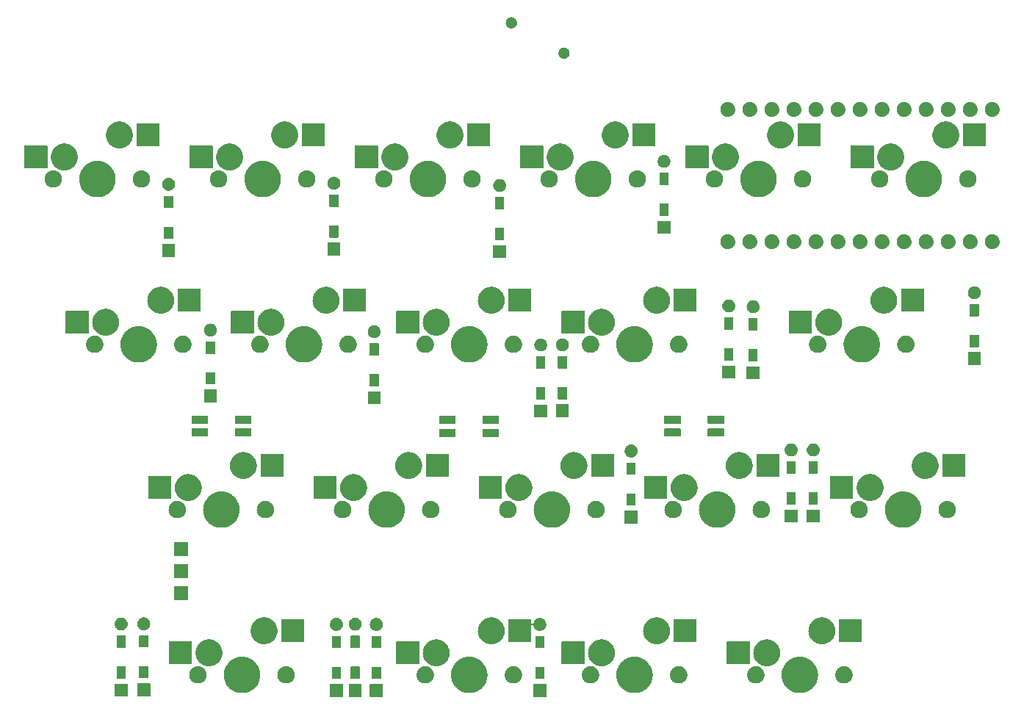
<source format=gbr>
G04 #@! TF.GenerationSoftware,KiCad,Pcbnew,7.0.8*
G04 #@! TF.CreationDate,2024-02-12T18:06:56+09:00*
G04 #@! TF.ProjectId,cool939v2,636f6f6c-3933-4397-9632-2e6b69636164,rev?*
G04 #@! TF.SameCoordinates,Original*
G04 #@! TF.FileFunction,Soldermask,Bot*
G04 #@! TF.FilePolarity,Negative*
%FSLAX46Y46*%
G04 Gerber Fmt 4.6, Leading zero omitted, Abs format (unit mm)*
G04 Created by KiCad (PCBNEW 7.0.8) date 2024-02-12 18:06:56*
%MOMM*%
%LPD*%
G01*
G04 APERTURE LIST*
G04 APERTURE END LIST*
G36*
X213848017Y-58214382D02*
G01*
X213864562Y-58225438D01*
X213875618Y-58241983D01*
X213879500Y-58261500D01*
X213879500Y-59658500D01*
X213875618Y-59678017D01*
X213864562Y-59694562D01*
X213848017Y-59705618D01*
X213828500Y-59709500D01*
X212431500Y-59709500D01*
X212411983Y-59705618D01*
X212395438Y-59694562D01*
X212384382Y-59678017D01*
X212380500Y-59658500D01*
X212380500Y-58261500D01*
X212384382Y-58241983D01*
X212395438Y-58225438D01*
X212411983Y-58214382D01*
X212431500Y-58210500D01*
X213828500Y-58210500D01*
X213848017Y-58214382D01*
G37*
G36*
X232688017Y-58214382D02*
G01*
X232704562Y-58225438D01*
X232715618Y-58241983D01*
X232719500Y-58261500D01*
X232719500Y-59658500D01*
X232715618Y-59678017D01*
X232704562Y-59694562D01*
X232688017Y-59705618D01*
X232668500Y-59709500D01*
X231271500Y-59709500D01*
X231251983Y-59705618D01*
X231235438Y-59694562D01*
X231224382Y-59678017D01*
X231220500Y-59658500D01*
X231220500Y-58261500D01*
X231224382Y-58241983D01*
X231235438Y-58225438D01*
X231251983Y-58214382D01*
X231271500Y-58210500D01*
X232668500Y-58210500D01*
X232688017Y-58214382D01*
G37*
G36*
X209238017Y-58204382D02*
G01*
X209254562Y-58215438D01*
X209265618Y-58231983D01*
X209269500Y-58251500D01*
X209269500Y-59648500D01*
X209265618Y-59668017D01*
X209254562Y-59684562D01*
X209238017Y-59695618D01*
X209218500Y-59699500D01*
X207821500Y-59699500D01*
X207801983Y-59695618D01*
X207785438Y-59684562D01*
X207774382Y-59668017D01*
X207770500Y-59648500D01*
X207770500Y-58251500D01*
X207774382Y-58231983D01*
X207785438Y-58215438D01*
X207801983Y-58204382D01*
X207821500Y-58200500D01*
X209218500Y-58200500D01*
X209238017Y-58204382D01*
G37*
G36*
X211408017Y-58184382D02*
G01*
X211424562Y-58195438D01*
X211435618Y-58211983D01*
X211439500Y-58231500D01*
X211439500Y-59628500D01*
X211435618Y-59648017D01*
X211424562Y-59664562D01*
X211408017Y-59675618D01*
X211388500Y-59679500D01*
X209991500Y-59679500D01*
X209971983Y-59675618D01*
X209955438Y-59664562D01*
X209944382Y-59648017D01*
X209940500Y-59628500D01*
X209940500Y-58231500D01*
X209944382Y-58211983D01*
X209955438Y-58195438D01*
X209971983Y-58184382D01*
X209991500Y-58180500D01*
X211388500Y-58180500D01*
X211408017Y-58184382D01*
G37*
G36*
X184438017Y-58164382D02*
G01*
X184454562Y-58175438D01*
X184465618Y-58191983D01*
X184469500Y-58211500D01*
X184469500Y-59608500D01*
X184465618Y-59628017D01*
X184454562Y-59644562D01*
X184438017Y-59655618D01*
X184418500Y-59659500D01*
X183021500Y-59659500D01*
X183001983Y-59655618D01*
X182985438Y-59644562D01*
X182974382Y-59628017D01*
X182970500Y-59608500D01*
X182970500Y-58211500D01*
X182974382Y-58191983D01*
X182985438Y-58175438D01*
X183001983Y-58164382D01*
X183021500Y-58160500D01*
X184418500Y-58160500D01*
X184438017Y-58164382D01*
G37*
G36*
X187038017Y-58144382D02*
G01*
X187054562Y-58155438D01*
X187065618Y-58171983D01*
X187069500Y-58191500D01*
X187069500Y-59588500D01*
X187065618Y-59608017D01*
X187054562Y-59624562D01*
X187038017Y-59635618D01*
X187018500Y-59639500D01*
X185621500Y-59639500D01*
X185601983Y-59635618D01*
X185585438Y-59624562D01*
X185574382Y-59608017D01*
X185570500Y-59588500D01*
X185570500Y-58191500D01*
X185574382Y-58171983D01*
X185585438Y-58155438D01*
X185601983Y-58144382D01*
X185621500Y-58140500D01*
X187018500Y-58140500D01*
X187038017Y-58144382D01*
G37*
G36*
X197714401Y-55053898D02*
G01*
X197787127Y-55053898D01*
X197853429Y-55063010D01*
X197917948Y-55067240D01*
X197993419Y-55082251D01*
X198071211Y-55092944D01*
X198130035Y-55109426D01*
X198187459Y-55120848D01*
X198266211Y-55147580D01*
X198347332Y-55170310D01*
X198397991Y-55192314D01*
X198447667Y-55209177D01*
X198527867Y-55248727D01*
X198610347Y-55284553D01*
X198652517Y-55310197D01*
X198694111Y-55330709D01*
X198773725Y-55383905D01*
X198855355Y-55433546D01*
X198889081Y-55460984D01*
X198922594Y-55483377D01*
X198999422Y-55550753D01*
X199077794Y-55614514D01*
X199103444Y-55641978D01*
X199129191Y-55664558D01*
X199200926Y-55746356D01*
X199273519Y-55824084D01*
X199291783Y-55849959D01*
X199310372Y-55871155D01*
X199374649Y-55967352D01*
X199438885Y-56058354D01*
X199450734Y-56081222D01*
X199463038Y-56099636D01*
X199517494Y-56210063D01*
X199570811Y-56312959D01*
X199577451Y-56331644D01*
X199584573Y-56346085D01*
X199626923Y-56470844D01*
X199666839Y-56583157D01*
X199669665Y-56596758D01*
X199672901Y-56606290D01*
X199700965Y-56747384D01*
X199725181Y-56863914D01*
X199725724Y-56871855D01*
X199726509Y-56875801D01*
X199738329Y-57056136D01*
X199744750Y-57150000D01*
X199738328Y-57243870D01*
X199726509Y-57424198D01*
X199725724Y-57428142D01*
X199725181Y-57436086D01*
X199700961Y-57552637D01*
X199672901Y-57693709D01*
X199669665Y-57703239D01*
X199666839Y-57716843D01*
X199626915Y-57829176D01*
X199584572Y-57953917D01*
X199577451Y-57968355D01*
X199570811Y-57987041D01*
X199517500Y-58089924D01*
X199463040Y-58200361D01*
X199450734Y-58218776D01*
X199438885Y-58241646D01*
X199374641Y-58332657D01*
X199310372Y-58428844D01*
X199291787Y-58450035D01*
X199273519Y-58475916D01*
X199200912Y-58553658D01*
X199129191Y-58635441D01*
X199103449Y-58658015D01*
X199077794Y-58685486D01*
X198999406Y-58749258D01*
X198922594Y-58816622D01*
X198889088Y-58839009D01*
X198855355Y-58866454D01*
X198773708Y-58916104D01*
X198694111Y-58969290D01*
X198652525Y-58989797D01*
X198610347Y-59015447D01*
X198527850Y-59051280D01*
X198447667Y-59090822D01*
X198398001Y-59107681D01*
X198347332Y-59129690D01*
X198266194Y-59152423D01*
X198187459Y-59179151D01*
X198130048Y-59190570D01*
X198071211Y-59207056D01*
X197993403Y-59217750D01*
X197917948Y-59232759D01*
X197853443Y-59236987D01*
X197787127Y-59246102D01*
X197714386Y-59246102D01*
X197643750Y-59250732D01*
X197573114Y-59246102D01*
X197500373Y-59246102D01*
X197434057Y-59236987D01*
X197369551Y-59232759D01*
X197294093Y-59217749D01*
X197216289Y-59207056D01*
X197157454Y-59190571D01*
X197100040Y-59179151D01*
X197021299Y-59152422D01*
X196940168Y-59129690D01*
X196889501Y-59107682D01*
X196839832Y-59090822D01*
X196759641Y-59051276D01*
X196677153Y-59015447D01*
X196634978Y-58989799D01*
X196593388Y-58969290D01*
X196513780Y-58916097D01*
X196432145Y-58866454D01*
X196398416Y-58839013D01*
X196364905Y-58816622D01*
X196288079Y-58749247D01*
X196209706Y-58685486D01*
X196184055Y-58658020D01*
X196158308Y-58635441D01*
X196086571Y-58553641D01*
X196013981Y-58475916D01*
X195995716Y-58450041D01*
X195977127Y-58428844D01*
X195912839Y-58332631D01*
X195848615Y-58241646D01*
X195836768Y-58218783D01*
X195824459Y-58200361D01*
X195769978Y-58089884D01*
X195716689Y-57987041D01*
X195710050Y-57968362D01*
X195702927Y-57953917D01*
X195660561Y-57829113D01*
X195620661Y-57716843D01*
X195617835Y-57703246D01*
X195614598Y-57693709D01*
X195586515Y-57552525D01*
X195562319Y-57436086D01*
X195561776Y-57428150D01*
X195560990Y-57424198D01*
X195549147Y-57243520D01*
X195542750Y-57150000D01*
X195549146Y-57056487D01*
X195560990Y-56875801D01*
X195561776Y-56871847D01*
X195562319Y-56863914D01*
X195586510Y-56747496D01*
X195614598Y-56606290D01*
X195617836Y-56596750D01*
X195620661Y-56583157D01*
X195660554Y-56470907D01*
X195702926Y-56346085D01*
X195710050Y-56331637D01*
X195716689Y-56312959D01*
X195769984Y-56210103D01*
X195824461Y-56099636D01*
X195836768Y-56081216D01*
X195848615Y-56058354D01*
X195912832Y-55967379D01*
X195977127Y-55871155D01*
X195995720Y-55849953D01*
X196013981Y-55824084D01*
X196086557Y-55746374D01*
X196158308Y-55664558D01*
X196184060Y-55641973D01*
X196209706Y-55614514D01*
X196288063Y-55550765D01*
X196364905Y-55483377D01*
X196398422Y-55460981D01*
X196432145Y-55433546D01*
X196513770Y-55383908D01*
X196593386Y-55330711D01*
X196634978Y-55310199D01*
X196677153Y-55284553D01*
X196759635Y-55248726D01*
X196839835Y-55209176D01*
X196889512Y-55192312D01*
X196940168Y-55170310D01*
X197021283Y-55147582D01*
X197100040Y-55120848D01*
X197157466Y-55109425D01*
X197216289Y-55092944D01*
X197294077Y-55082252D01*
X197369551Y-55067240D01*
X197434071Y-55063010D01*
X197500373Y-55053898D01*
X197573099Y-55053898D01*
X197643750Y-55049267D01*
X197714401Y-55053898D01*
G37*
G36*
X223908401Y-55053898D02*
G01*
X223981127Y-55053898D01*
X224047429Y-55063010D01*
X224111948Y-55067240D01*
X224187419Y-55082251D01*
X224265211Y-55092944D01*
X224324035Y-55109426D01*
X224381459Y-55120848D01*
X224460211Y-55147580D01*
X224541332Y-55170310D01*
X224591991Y-55192314D01*
X224641667Y-55209177D01*
X224721867Y-55248727D01*
X224804347Y-55284553D01*
X224846517Y-55310197D01*
X224888111Y-55330709D01*
X224967725Y-55383905D01*
X225049355Y-55433546D01*
X225083081Y-55460984D01*
X225116594Y-55483377D01*
X225193422Y-55550753D01*
X225271794Y-55614514D01*
X225297444Y-55641978D01*
X225323191Y-55664558D01*
X225394926Y-55746356D01*
X225467519Y-55824084D01*
X225485783Y-55849959D01*
X225504372Y-55871155D01*
X225568649Y-55967352D01*
X225632885Y-56058354D01*
X225644734Y-56081222D01*
X225657038Y-56099636D01*
X225711494Y-56210063D01*
X225764811Y-56312959D01*
X225771451Y-56331644D01*
X225778573Y-56346085D01*
X225820923Y-56470844D01*
X225860839Y-56583157D01*
X225863665Y-56596758D01*
X225866901Y-56606290D01*
X225894965Y-56747384D01*
X225919181Y-56863914D01*
X225919724Y-56871855D01*
X225920509Y-56875801D01*
X225932329Y-57056136D01*
X225938750Y-57150000D01*
X225932328Y-57243870D01*
X225920509Y-57424198D01*
X225919724Y-57428142D01*
X225919181Y-57436086D01*
X225894961Y-57552637D01*
X225866901Y-57693709D01*
X225863665Y-57703239D01*
X225860839Y-57716843D01*
X225820915Y-57829176D01*
X225778572Y-57953917D01*
X225771451Y-57968355D01*
X225764811Y-57987041D01*
X225711500Y-58089924D01*
X225657040Y-58200361D01*
X225644734Y-58218776D01*
X225632885Y-58241646D01*
X225568641Y-58332657D01*
X225504372Y-58428844D01*
X225485787Y-58450035D01*
X225467519Y-58475916D01*
X225394912Y-58553658D01*
X225323191Y-58635441D01*
X225297449Y-58658015D01*
X225271794Y-58685486D01*
X225193406Y-58749258D01*
X225116594Y-58816622D01*
X225083088Y-58839009D01*
X225049355Y-58866454D01*
X224967708Y-58916104D01*
X224888111Y-58969290D01*
X224846525Y-58989797D01*
X224804347Y-59015447D01*
X224721850Y-59051280D01*
X224641667Y-59090822D01*
X224592001Y-59107681D01*
X224541332Y-59129690D01*
X224460194Y-59152423D01*
X224381459Y-59179151D01*
X224324048Y-59190570D01*
X224265211Y-59207056D01*
X224187403Y-59217750D01*
X224111948Y-59232759D01*
X224047443Y-59236987D01*
X223981127Y-59246102D01*
X223908386Y-59246102D01*
X223837750Y-59250732D01*
X223767114Y-59246102D01*
X223694373Y-59246102D01*
X223628057Y-59236987D01*
X223563551Y-59232759D01*
X223488093Y-59217749D01*
X223410289Y-59207056D01*
X223351454Y-59190571D01*
X223294040Y-59179151D01*
X223215299Y-59152422D01*
X223134168Y-59129690D01*
X223083501Y-59107682D01*
X223033832Y-59090822D01*
X222953641Y-59051276D01*
X222871153Y-59015447D01*
X222828978Y-58989799D01*
X222787388Y-58969290D01*
X222707780Y-58916097D01*
X222626145Y-58866454D01*
X222592416Y-58839013D01*
X222558905Y-58816622D01*
X222482079Y-58749247D01*
X222403706Y-58685486D01*
X222378055Y-58658020D01*
X222352308Y-58635441D01*
X222280571Y-58553641D01*
X222207981Y-58475916D01*
X222189716Y-58450041D01*
X222171127Y-58428844D01*
X222106839Y-58332631D01*
X222042615Y-58241646D01*
X222030768Y-58218783D01*
X222018459Y-58200361D01*
X221963978Y-58089884D01*
X221910689Y-57987041D01*
X221904050Y-57968362D01*
X221896927Y-57953917D01*
X221854561Y-57829113D01*
X221814661Y-57716843D01*
X221811835Y-57703246D01*
X221808598Y-57693709D01*
X221780515Y-57552525D01*
X221756319Y-57436086D01*
X221755776Y-57428150D01*
X221754990Y-57424198D01*
X221743147Y-57243520D01*
X221736750Y-57150000D01*
X221743146Y-57056487D01*
X221754990Y-56875801D01*
X221755776Y-56871847D01*
X221756319Y-56863914D01*
X221780510Y-56747496D01*
X221808598Y-56606290D01*
X221811836Y-56596750D01*
X221814661Y-56583157D01*
X221854554Y-56470907D01*
X221896926Y-56346085D01*
X221904050Y-56331637D01*
X221910689Y-56312959D01*
X221963984Y-56210103D01*
X222018461Y-56099636D01*
X222030768Y-56081216D01*
X222042615Y-56058354D01*
X222106832Y-55967379D01*
X222171127Y-55871155D01*
X222189720Y-55849953D01*
X222207981Y-55824084D01*
X222280557Y-55746374D01*
X222352308Y-55664558D01*
X222378060Y-55641973D01*
X222403706Y-55614514D01*
X222482063Y-55550765D01*
X222558905Y-55483377D01*
X222592422Y-55460981D01*
X222626145Y-55433546D01*
X222707770Y-55383908D01*
X222787386Y-55330711D01*
X222828978Y-55310199D01*
X222871153Y-55284553D01*
X222953635Y-55248726D01*
X223033835Y-55209176D01*
X223083512Y-55192312D01*
X223134168Y-55170310D01*
X223215283Y-55147582D01*
X223294040Y-55120848D01*
X223351466Y-55109425D01*
X223410289Y-55092944D01*
X223488077Y-55082252D01*
X223563551Y-55067240D01*
X223628071Y-55063010D01*
X223694373Y-55053898D01*
X223767099Y-55053898D01*
X223837750Y-55049267D01*
X223908401Y-55053898D01*
G37*
G36*
X242958151Y-55053898D02*
G01*
X243030877Y-55053898D01*
X243097179Y-55063010D01*
X243161698Y-55067240D01*
X243237169Y-55082251D01*
X243314961Y-55092944D01*
X243373785Y-55109426D01*
X243431209Y-55120848D01*
X243509961Y-55147580D01*
X243591082Y-55170310D01*
X243641741Y-55192314D01*
X243691417Y-55209177D01*
X243771617Y-55248727D01*
X243854097Y-55284553D01*
X243896267Y-55310197D01*
X243937861Y-55330709D01*
X244017475Y-55383905D01*
X244099105Y-55433546D01*
X244132831Y-55460984D01*
X244166344Y-55483377D01*
X244243172Y-55550753D01*
X244321544Y-55614514D01*
X244347194Y-55641978D01*
X244372941Y-55664558D01*
X244444676Y-55746356D01*
X244517269Y-55824084D01*
X244535533Y-55849959D01*
X244554122Y-55871155D01*
X244618399Y-55967352D01*
X244682635Y-56058354D01*
X244694484Y-56081222D01*
X244706788Y-56099636D01*
X244761244Y-56210063D01*
X244814561Y-56312959D01*
X244821201Y-56331644D01*
X244828323Y-56346085D01*
X244870673Y-56470844D01*
X244910589Y-56583157D01*
X244913415Y-56596758D01*
X244916651Y-56606290D01*
X244944715Y-56747384D01*
X244968931Y-56863914D01*
X244969474Y-56871855D01*
X244970259Y-56875801D01*
X244982079Y-57056136D01*
X244988500Y-57150000D01*
X244982078Y-57243870D01*
X244970259Y-57424198D01*
X244969474Y-57428142D01*
X244968931Y-57436086D01*
X244944711Y-57552637D01*
X244916651Y-57693709D01*
X244913415Y-57703239D01*
X244910589Y-57716843D01*
X244870665Y-57829176D01*
X244828322Y-57953917D01*
X244821201Y-57968355D01*
X244814561Y-57987041D01*
X244761250Y-58089924D01*
X244706790Y-58200361D01*
X244694484Y-58218776D01*
X244682635Y-58241646D01*
X244618391Y-58332657D01*
X244554122Y-58428844D01*
X244535537Y-58450035D01*
X244517269Y-58475916D01*
X244444662Y-58553658D01*
X244372941Y-58635441D01*
X244347199Y-58658015D01*
X244321544Y-58685486D01*
X244243156Y-58749258D01*
X244166344Y-58816622D01*
X244132838Y-58839009D01*
X244099105Y-58866454D01*
X244017458Y-58916104D01*
X243937861Y-58969290D01*
X243896275Y-58989797D01*
X243854097Y-59015447D01*
X243771600Y-59051280D01*
X243691417Y-59090822D01*
X243641751Y-59107681D01*
X243591082Y-59129690D01*
X243509944Y-59152423D01*
X243431209Y-59179151D01*
X243373798Y-59190570D01*
X243314961Y-59207056D01*
X243237153Y-59217750D01*
X243161698Y-59232759D01*
X243097193Y-59236987D01*
X243030877Y-59246102D01*
X242958136Y-59246102D01*
X242887500Y-59250732D01*
X242816864Y-59246102D01*
X242744123Y-59246102D01*
X242677807Y-59236987D01*
X242613301Y-59232759D01*
X242537843Y-59217749D01*
X242460039Y-59207056D01*
X242401204Y-59190571D01*
X242343790Y-59179151D01*
X242265049Y-59152422D01*
X242183918Y-59129690D01*
X242133251Y-59107682D01*
X242083582Y-59090822D01*
X242003391Y-59051276D01*
X241920903Y-59015447D01*
X241878728Y-58989799D01*
X241837138Y-58969290D01*
X241757530Y-58916097D01*
X241675895Y-58866454D01*
X241642166Y-58839013D01*
X241608655Y-58816622D01*
X241531829Y-58749247D01*
X241453456Y-58685486D01*
X241427805Y-58658020D01*
X241402058Y-58635441D01*
X241330321Y-58553641D01*
X241257731Y-58475916D01*
X241239466Y-58450041D01*
X241220877Y-58428844D01*
X241156589Y-58332631D01*
X241092365Y-58241646D01*
X241080518Y-58218783D01*
X241068209Y-58200361D01*
X241013728Y-58089884D01*
X240960439Y-57987041D01*
X240953800Y-57968362D01*
X240946677Y-57953917D01*
X240904311Y-57829113D01*
X240864411Y-57716843D01*
X240861585Y-57703246D01*
X240858348Y-57693709D01*
X240830265Y-57552525D01*
X240806069Y-57436086D01*
X240805526Y-57428150D01*
X240804740Y-57424198D01*
X240792897Y-57243520D01*
X240786500Y-57150000D01*
X240792896Y-57056487D01*
X240804740Y-56875801D01*
X240805526Y-56871847D01*
X240806069Y-56863914D01*
X240830260Y-56747496D01*
X240858348Y-56606290D01*
X240861586Y-56596750D01*
X240864411Y-56583157D01*
X240904304Y-56470907D01*
X240946676Y-56346085D01*
X240953800Y-56331637D01*
X240960439Y-56312959D01*
X241013734Y-56210103D01*
X241068211Y-56099636D01*
X241080518Y-56081216D01*
X241092365Y-56058354D01*
X241156582Y-55967379D01*
X241220877Y-55871155D01*
X241239470Y-55849953D01*
X241257731Y-55824084D01*
X241330307Y-55746374D01*
X241402058Y-55664558D01*
X241427810Y-55641973D01*
X241453456Y-55614514D01*
X241531813Y-55550765D01*
X241608655Y-55483377D01*
X241642172Y-55460981D01*
X241675895Y-55433546D01*
X241757520Y-55383908D01*
X241837136Y-55330711D01*
X241878728Y-55310199D01*
X241920903Y-55284553D01*
X242003385Y-55248726D01*
X242083585Y-55209176D01*
X242133262Y-55192312D01*
X242183918Y-55170310D01*
X242265033Y-55147582D01*
X242343790Y-55120848D01*
X242401216Y-55109425D01*
X242460039Y-55092944D01*
X242537827Y-55082252D01*
X242613301Y-55067240D01*
X242677821Y-55063010D01*
X242744123Y-55053898D01*
X242816849Y-55053898D01*
X242887500Y-55049267D01*
X242958151Y-55053898D01*
G37*
G36*
X262008151Y-55053898D02*
G01*
X262080877Y-55053898D01*
X262147179Y-55063010D01*
X262211698Y-55067240D01*
X262287169Y-55082251D01*
X262364961Y-55092944D01*
X262423785Y-55109426D01*
X262481209Y-55120848D01*
X262559961Y-55147580D01*
X262641082Y-55170310D01*
X262691741Y-55192314D01*
X262741417Y-55209177D01*
X262821617Y-55248727D01*
X262904097Y-55284553D01*
X262946267Y-55310197D01*
X262987861Y-55330709D01*
X263067475Y-55383905D01*
X263149105Y-55433546D01*
X263182831Y-55460984D01*
X263216344Y-55483377D01*
X263293172Y-55550753D01*
X263371544Y-55614514D01*
X263397194Y-55641978D01*
X263422941Y-55664558D01*
X263494676Y-55746356D01*
X263567269Y-55824084D01*
X263585533Y-55849959D01*
X263604122Y-55871155D01*
X263668399Y-55967352D01*
X263732635Y-56058354D01*
X263744484Y-56081222D01*
X263756788Y-56099636D01*
X263811244Y-56210063D01*
X263864561Y-56312959D01*
X263871201Y-56331644D01*
X263878323Y-56346085D01*
X263920673Y-56470844D01*
X263960589Y-56583157D01*
X263963415Y-56596758D01*
X263966651Y-56606290D01*
X263994715Y-56747384D01*
X264018931Y-56863914D01*
X264019474Y-56871855D01*
X264020259Y-56875801D01*
X264032079Y-57056136D01*
X264038500Y-57150000D01*
X264032078Y-57243870D01*
X264020259Y-57424198D01*
X264019474Y-57428142D01*
X264018931Y-57436086D01*
X263994711Y-57552637D01*
X263966651Y-57693709D01*
X263963415Y-57703239D01*
X263960589Y-57716843D01*
X263920665Y-57829176D01*
X263878322Y-57953917D01*
X263871201Y-57968355D01*
X263864561Y-57987041D01*
X263811250Y-58089924D01*
X263756790Y-58200361D01*
X263744484Y-58218776D01*
X263732635Y-58241646D01*
X263668391Y-58332657D01*
X263604122Y-58428844D01*
X263585537Y-58450035D01*
X263567269Y-58475916D01*
X263494662Y-58553658D01*
X263422941Y-58635441D01*
X263397199Y-58658015D01*
X263371544Y-58685486D01*
X263293156Y-58749258D01*
X263216344Y-58816622D01*
X263182838Y-58839009D01*
X263149105Y-58866454D01*
X263067458Y-58916104D01*
X262987861Y-58969290D01*
X262946275Y-58989797D01*
X262904097Y-59015447D01*
X262821600Y-59051280D01*
X262741417Y-59090822D01*
X262691751Y-59107681D01*
X262641082Y-59129690D01*
X262559944Y-59152423D01*
X262481209Y-59179151D01*
X262423798Y-59190570D01*
X262364961Y-59207056D01*
X262287153Y-59217750D01*
X262211698Y-59232759D01*
X262147193Y-59236987D01*
X262080877Y-59246102D01*
X262008136Y-59246102D01*
X261937500Y-59250732D01*
X261866864Y-59246102D01*
X261794123Y-59246102D01*
X261727807Y-59236987D01*
X261663301Y-59232759D01*
X261587843Y-59217749D01*
X261510039Y-59207056D01*
X261451204Y-59190571D01*
X261393790Y-59179151D01*
X261315049Y-59152422D01*
X261233918Y-59129690D01*
X261183251Y-59107682D01*
X261133582Y-59090822D01*
X261053391Y-59051276D01*
X260970903Y-59015447D01*
X260928728Y-58989799D01*
X260887138Y-58969290D01*
X260807530Y-58916097D01*
X260725895Y-58866454D01*
X260692166Y-58839013D01*
X260658655Y-58816622D01*
X260581829Y-58749247D01*
X260503456Y-58685486D01*
X260477805Y-58658020D01*
X260452058Y-58635441D01*
X260380321Y-58553641D01*
X260307731Y-58475916D01*
X260289466Y-58450041D01*
X260270877Y-58428844D01*
X260206589Y-58332631D01*
X260142365Y-58241646D01*
X260130518Y-58218783D01*
X260118209Y-58200361D01*
X260063728Y-58089884D01*
X260010439Y-57987041D01*
X260003800Y-57968362D01*
X259996677Y-57953917D01*
X259954311Y-57829113D01*
X259914411Y-57716843D01*
X259911585Y-57703246D01*
X259908348Y-57693709D01*
X259880265Y-57552525D01*
X259856069Y-57436086D01*
X259855526Y-57428150D01*
X259854740Y-57424198D01*
X259842897Y-57243520D01*
X259836500Y-57150000D01*
X259842896Y-57056487D01*
X259854740Y-56875801D01*
X259855526Y-56871847D01*
X259856069Y-56863914D01*
X259880260Y-56747496D01*
X259908348Y-56606290D01*
X259911586Y-56596750D01*
X259914411Y-56583157D01*
X259954304Y-56470907D01*
X259996676Y-56346085D01*
X260003800Y-56331637D01*
X260010439Y-56312959D01*
X260063734Y-56210103D01*
X260118211Y-56099636D01*
X260130518Y-56081216D01*
X260142365Y-56058354D01*
X260206582Y-55967379D01*
X260270877Y-55871155D01*
X260289470Y-55849953D01*
X260307731Y-55824084D01*
X260380307Y-55746374D01*
X260452058Y-55664558D01*
X260477810Y-55641973D01*
X260503456Y-55614514D01*
X260581813Y-55550765D01*
X260658655Y-55483377D01*
X260692172Y-55460981D01*
X260725895Y-55433546D01*
X260807520Y-55383908D01*
X260887136Y-55330711D01*
X260928728Y-55310199D01*
X260970903Y-55284553D01*
X261053385Y-55248726D01*
X261133585Y-55209176D01*
X261183262Y-55192312D01*
X261233918Y-55170310D01*
X261315033Y-55147582D01*
X261393790Y-55120848D01*
X261451216Y-55109425D01*
X261510039Y-55092944D01*
X261587827Y-55082252D01*
X261663301Y-55067240D01*
X261727821Y-55063010D01*
X261794123Y-55053898D01*
X261866849Y-55053898D01*
X261937500Y-55049267D01*
X262008151Y-55053898D01*
G37*
G36*
X192612515Y-56153803D02*
G01*
X192656059Y-56153803D01*
X192704551Y-56162867D01*
X192759035Y-56168234D01*
X192800425Y-56180789D01*
X192837542Y-56187728D01*
X192888949Y-56207643D01*
X192946816Y-56225197D01*
X192979879Y-56242869D01*
X193009697Y-56254421D01*
X193061505Y-56286499D01*
X193119876Y-56317699D01*
X193144401Y-56337826D01*
X193166664Y-56351611D01*
X193215989Y-56396577D01*
X193271564Y-56442186D01*
X193288033Y-56462253D01*
X193303100Y-56475989D01*
X193346844Y-56533915D01*
X193396051Y-56593874D01*
X193405565Y-56611673D01*
X193414360Y-56623320D01*
X193449352Y-56693595D01*
X193488553Y-56766934D01*
X193492733Y-56780716D01*
X193496656Y-56788593D01*
X193519824Y-56870021D01*
X193545516Y-56954715D01*
X193546360Y-56963284D01*
X193547179Y-56966163D01*
X193555692Y-57058035D01*
X193564750Y-57150000D01*
X193555691Y-57241972D01*
X193547179Y-57333836D01*
X193546360Y-57336713D01*
X193545516Y-57345285D01*
X193519819Y-57429993D01*
X193496656Y-57511406D01*
X193492734Y-57519281D01*
X193488553Y-57533066D01*
X193449345Y-57606418D01*
X193414360Y-57676679D01*
X193405566Y-57688322D01*
X193396051Y-57706126D01*
X193346834Y-57766096D01*
X193303100Y-57824010D01*
X193288036Y-57837742D01*
X193271564Y-57857814D01*
X193215978Y-57903431D01*
X193166664Y-57948388D01*
X193144406Y-57962169D01*
X193119876Y-57982301D01*
X193061493Y-58013507D01*
X193009697Y-58045578D01*
X192979886Y-58057126D01*
X192946816Y-58074803D01*
X192888937Y-58092360D01*
X192837542Y-58112271D01*
X192800432Y-58119208D01*
X192759035Y-58131766D01*
X192704548Y-58137132D01*
X192656059Y-58146197D01*
X192612515Y-58146197D01*
X192563750Y-58151000D01*
X192514985Y-58146197D01*
X192471441Y-58146197D01*
X192422950Y-58137132D01*
X192368465Y-58131766D01*
X192327068Y-58119208D01*
X192289957Y-58112271D01*
X192238557Y-58092358D01*
X192180684Y-58074803D01*
X192147616Y-58057128D01*
X192117802Y-58045578D01*
X192065999Y-58013503D01*
X192007624Y-57982301D01*
X191983096Y-57962171D01*
X191960835Y-57948388D01*
X191911511Y-57903423D01*
X191855936Y-57857814D01*
X191839466Y-57837745D01*
X191824399Y-57824010D01*
X191780652Y-57766080D01*
X191731449Y-57706126D01*
X191721935Y-57688327D01*
X191713139Y-57676679D01*
X191678139Y-57606390D01*
X191638947Y-57533066D01*
X191634767Y-57519286D01*
X191630843Y-57511406D01*
X191607664Y-57429940D01*
X191581984Y-57345285D01*
X191581140Y-57336719D01*
X191580320Y-57333836D01*
X191571791Y-57241800D01*
X191562750Y-57150000D01*
X191571790Y-57058207D01*
X191580320Y-56966163D01*
X191581140Y-56963279D01*
X191581984Y-56954715D01*
X191607659Y-56870074D01*
X191630843Y-56788593D01*
X191634767Y-56780710D01*
X191638947Y-56766934D01*
X191678132Y-56693622D01*
X191713139Y-56623320D01*
X191721937Y-56611669D01*
X191731449Y-56593874D01*
X191780643Y-56533930D01*
X191824399Y-56475989D01*
X191839469Y-56462250D01*
X191855936Y-56442186D01*
X191911500Y-56396585D01*
X191960835Y-56351611D01*
X191983101Y-56337824D01*
X192007624Y-56317699D01*
X192065987Y-56286503D01*
X192117802Y-56254421D01*
X192147623Y-56242868D01*
X192180684Y-56225197D01*
X192238545Y-56207644D01*
X192289957Y-56187728D01*
X192327075Y-56180789D01*
X192368465Y-56168234D01*
X192422947Y-56162867D01*
X192471441Y-56153803D01*
X192514985Y-56153803D01*
X192563750Y-56149000D01*
X192612515Y-56153803D01*
G37*
G36*
X202772515Y-56153803D02*
G01*
X202816059Y-56153803D01*
X202864551Y-56162867D01*
X202919035Y-56168234D01*
X202960425Y-56180789D01*
X202997542Y-56187728D01*
X203048949Y-56207643D01*
X203106816Y-56225197D01*
X203139879Y-56242869D01*
X203169697Y-56254421D01*
X203221505Y-56286499D01*
X203279876Y-56317699D01*
X203304401Y-56337826D01*
X203326664Y-56351611D01*
X203375989Y-56396577D01*
X203431564Y-56442186D01*
X203448033Y-56462253D01*
X203463100Y-56475989D01*
X203506844Y-56533915D01*
X203556051Y-56593874D01*
X203565565Y-56611673D01*
X203574360Y-56623320D01*
X203609352Y-56693595D01*
X203648553Y-56766934D01*
X203652733Y-56780716D01*
X203656656Y-56788593D01*
X203679824Y-56870021D01*
X203705516Y-56954715D01*
X203706360Y-56963284D01*
X203707179Y-56966163D01*
X203715692Y-57058035D01*
X203724750Y-57150000D01*
X203715691Y-57241972D01*
X203707179Y-57333836D01*
X203706360Y-57336713D01*
X203705516Y-57345285D01*
X203679819Y-57429993D01*
X203656656Y-57511406D01*
X203652734Y-57519281D01*
X203648553Y-57533066D01*
X203609345Y-57606418D01*
X203574360Y-57676679D01*
X203565566Y-57688322D01*
X203556051Y-57706126D01*
X203506834Y-57766096D01*
X203463100Y-57824010D01*
X203448036Y-57837742D01*
X203431564Y-57857814D01*
X203375978Y-57903431D01*
X203326664Y-57948388D01*
X203304406Y-57962169D01*
X203279876Y-57982301D01*
X203221493Y-58013507D01*
X203169697Y-58045578D01*
X203139886Y-58057126D01*
X203106816Y-58074803D01*
X203048937Y-58092360D01*
X202997542Y-58112271D01*
X202960432Y-58119208D01*
X202919035Y-58131766D01*
X202864548Y-58137132D01*
X202816059Y-58146197D01*
X202772515Y-58146197D01*
X202723750Y-58151000D01*
X202674985Y-58146197D01*
X202631441Y-58146197D01*
X202582950Y-58137132D01*
X202528465Y-58131766D01*
X202487068Y-58119208D01*
X202449957Y-58112271D01*
X202398557Y-58092358D01*
X202340684Y-58074803D01*
X202307616Y-58057128D01*
X202277802Y-58045578D01*
X202225999Y-58013503D01*
X202167624Y-57982301D01*
X202143096Y-57962171D01*
X202120835Y-57948388D01*
X202071511Y-57903423D01*
X202015936Y-57857814D01*
X201999466Y-57837745D01*
X201984399Y-57824010D01*
X201940652Y-57766080D01*
X201891449Y-57706126D01*
X201881935Y-57688327D01*
X201873139Y-57676679D01*
X201838139Y-57606390D01*
X201798947Y-57533066D01*
X201794767Y-57519286D01*
X201790843Y-57511406D01*
X201767664Y-57429940D01*
X201741984Y-57345285D01*
X201741140Y-57336719D01*
X201740320Y-57333836D01*
X201731791Y-57241800D01*
X201722750Y-57150000D01*
X201731790Y-57058207D01*
X201740320Y-56966163D01*
X201741140Y-56963279D01*
X201741984Y-56954715D01*
X201767659Y-56870074D01*
X201790843Y-56788593D01*
X201794767Y-56780710D01*
X201798947Y-56766934D01*
X201838132Y-56693622D01*
X201873139Y-56623320D01*
X201881937Y-56611669D01*
X201891449Y-56593874D01*
X201940643Y-56533930D01*
X201984399Y-56475989D01*
X201999469Y-56462250D01*
X202015936Y-56442186D01*
X202071500Y-56396585D01*
X202120835Y-56351611D01*
X202143101Y-56337824D01*
X202167624Y-56317699D01*
X202225987Y-56286503D01*
X202277802Y-56254421D01*
X202307623Y-56242868D01*
X202340684Y-56225197D01*
X202398545Y-56207644D01*
X202449957Y-56187728D01*
X202487075Y-56180789D01*
X202528465Y-56168234D01*
X202582947Y-56162867D01*
X202631441Y-56153803D01*
X202674985Y-56153803D01*
X202723750Y-56149000D01*
X202772515Y-56153803D01*
G37*
G36*
X218806515Y-56153803D02*
G01*
X218850059Y-56153803D01*
X218898551Y-56162867D01*
X218953035Y-56168234D01*
X218994425Y-56180789D01*
X219031542Y-56187728D01*
X219082949Y-56207643D01*
X219140816Y-56225197D01*
X219173879Y-56242869D01*
X219203697Y-56254421D01*
X219255505Y-56286499D01*
X219313876Y-56317699D01*
X219338401Y-56337826D01*
X219360664Y-56351611D01*
X219409989Y-56396577D01*
X219465564Y-56442186D01*
X219482033Y-56462253D01*
X219497100Y-56475989D01*
X219540844Y-56533915D01*
X219590051Y-56593874D01*
X219599565Y-56611673D01*
X219608360Y-56623320D01*
X219643352Y-56693595D01*
X219682553Y-56766934D01*
X219686733Y-56780716D01*
X219690656Y-56788593D01*
X219713824Y-56870021D01*
X219739516Y-56954715D01*
X219740360Y-56963284D01*
X219741179Y-56966163D01*
X219749692Y-57058035D01*
X219758750Y-57150000D01*
X219749691Y-57241972D01*
X219741179Y-57333836D01*
X219740360Y-57336713D01*
X219739516Y-57345285D01*
X219713819Y-57429993D01*
X219690656Y-57511406D01*
X219686734Y-57519281D01*
X219682553Y-57533066D01*
X219643345Y-57606418D01*
X219608360Y-57676679D01*
X219599566Y-57688322D01*
X219590051Y-57706126D01*
X219540834Y-57766096D01*
X219497100Y-57824010D01*
X219482036Y-57837742D01*
X219465564Y-57857814D01*
X219409978Y-57903431D01*
X219360664Y-57948388D01*
X219338406Y-57962169D01*
X219313876Y-57982301D01*
X219255493Y-58013507D01*
X219203697Y-58045578D01*
X219173886Y-58057126D01*
X219140816Y-58074803D01*
X219082937Y-58092360D01*
X219031542Y-58112271D01*
X218994432Y-58119208D01*
X218953035Y-58131766D01*
X218898548Y-58137132D01*
X218850059Y-58146197D01*
X218806515Y-58146197D01*
X218757750Y-58151000D01*
X218708985Y-58146197D01*
X218665441Y-58146197D01*
X218616950Y-58137132D01*
X218562465Y-58131766D01*
X218521068Y-58119208D01*
X218483957Y-58112271D01*
X218432557Y-58092358D01*
X218374684Y-58074803D01*
X218341616Y-58057128D01*
X218311802Y-58045578D01*
X218259999Y-58013503D01*
X218201624Y-57982301D01*
X218177096Y-57962171D01*
X218154835Y-57948388D01*
X218105511Y-57903423D01*
X218049936Y-57857814D01*
X218033466Y-57837745D01*
X218018399Y-57824010D01*
X217974652Y-57766080D01*
X217925449Y-57706126D01*
X217915935Y-57688327D01*
X217907139Y-57676679D01*
X217872139Y-57606390D01*
X217832947Y-57533066D01*
X217828767Y-57519286D01*
X217824843Y-57511406D01*
X217801664Y-57429940D01*
X217775984Y-57345285D01*
X217775140Y-57336719D01*
X217774320Y-57333836D01*
X217765791Y-57241800D01*
X217756750Y-57150000D01*
X217765790Y-57058207D01*
X217774320Y-56966163D01*
X217775140Y-56963279D01*
X217775984Y-56954715D01*
X217801659Y-56870074D01*
X217824843Y-56788593D01*
X217828767Y-56780710D01*
X217832947Y-56766934D01*
X217872132Y-56693622D01*
X217907139Y-56623320D01*
X217915937Y-56611669D01*
X217925449Y-56593874D01*
X217974643Y-56533930D01*
X218018399Y-56475989D01*
X218033469Y-56462250D01*
X218049936Y-56442186D01*
X218105500Y-56396585D01*
X218154835Y-56351611D01*
X218177101Y-56337824D01*
X218201624Y-56317699D01*
X218259987Y-56286503D01*
X218311802Y-56254421D01*
X218341623Y-56242868D01*
X218374684Y-56225197D01*
X218432545Y-56207644D01*
X218483957Y-56187728D01*
X218521075Y-56180789D01*
X218562465Y-56168234D01*
X218616947Y-56162867D01*
X218665441Y-56153803D01*
X218708985Y-56153803D01*
X218757750Y-56149000D01*
X218806515Y-56153803D01*
G37*
G36*
X228966515Y-56153803D02*
G01*
X229010059Y-56153803D01*
X229058551Y-56162867D01*
X229113035Y-56168234D01*
X229154425Y-56180789D01*
X229191542Y-56187728D01*
X229242949Y-56207643D01*
X229300816Y-56225197D01*
X229333879Y-56242869D01*
X229363697Y-56254421D01*
X229415505Y-56286499D01*
X229473876Y-56317699D01*
X229498401Y-56337826D01*
X229520664Y-56351611D01*
X229569989Y-56396577D01*
X229625564Y-56442186D01*
X229642033Y-56462253D01*
X229657100Y-56475989D01*
X229700844Y-56533915D01*
X229750051Y-56593874D01*
X229759565Y-56611673D01*
X229768360Y-56623320D01*
X229803352Y-56693595D01*
X229842553Y-56766934D01*
X229846733Y-56780716D01*
X229850656Y-56788593D01*
X229873824Y-56870021D01*
X229899516Y-56954715D01*
X229900360Y-56963284D01*
X229901179Y-56966163D01*
X229909692Y-57058035D01*
X229918750Y-57150000D01*
X229909691Y-57241972D01*
X229901179Y-57333836D01*
X229900360Y-57336713D01*
X229899516Y-57345285D01*
X229873819Y-57429993D01*
X229850656Y-57511406D01*
X229846734Y-57519281D01*
X229842553Y-57533066D01*
X229803345Y-57606418D01*
X229768360Y-57676679D01*
X229759566Y-57688322D01*
X229750051Y-57706126D01*
X229700834Y-57766096D01*
X229657100Y-57824010D01*
X229642036Y-57837742D01*
X229625564Y-57857814D01*
X229569978Y-57903431D01*
X229520664Y-57948388D01*
X229498406Y-57962169D01*
X229473876Y-57982301D01*
X229415493Y-58013507D01*
X229363697Y-58045578D01*
X229333886Y-58057126D01*
X229300816Y-58074803D01*
X229242937Y-58092360D01*
X229191542Y-58112271D01*
X229154432Y-58119208D01*
X229113035Y-58131766D01*
X229058548Y-58137132D01*
X229010059Y-58146197D01*
X228966515Y-58146197D01*
X228917750Y-58151000D01*
X228868985Y-58146197D01*
X228825441Y-58146197D01*
X228776950Y-58137132D01*
X228722465Y-58131766D01*
X228681068Y-58119208D01*
X228643957Y-58112271D01*
X228592557Y-58092358D01*
X228534684Y-58074803D01*
X228501616Y-58057128D01*
X228471802Y-58045578D01*
X228419999Y-58013503D01*
X228361624Y-57982301D01*
X228337096Y-57962171D01*
X228314835Y-57948388D01*
X228265511Y-57903423D01*
X228209936Y-57857814D01*
X228193466Y-57837745D01*
X228178399Y-57824010D01*
X228134652Y-57766080D01*
X228085449Y-57706126D01*
X228075935Y-57688327D01*
X228067139Y-57676679D01*
X228032139Y-57606390D01*
X227992947Y-57533066D01*
X227988767Y-57519286D01*
X227984843Y-57511406D01*
X227961664Y-57429940D01*
X227935984Y-57345285D01*
X227935140Y-57336719D01*
X227934320Y-57333836D01*
X227925791Y-57241800D01*
X227916750Y-57150000D01*
X227925790Y-57058207D01*
X227934320Y-56966163D01*
X227935140Y-56963279D01*
X227935984Y-56954715D01*
X227961659Y-56870074D01*
X227984843Y-56788593D01*
X227988767Y-56780710D01*
X227992947Y-56766934D01*
X228032132Y-56693622D01*
X228067139Y-56623320D01*
X228075937Y-56611669D01*
X228085449Y-56593874D01*
X228134643Y-56533930D01*
X228178399Y-56475989D01*
X228193469Y-56462250D01*
X228209936Y-56442186D01*
X228265500Y-56396585D01*
X228314835Y-56351611D01*
X228337101Y-56337824D01*
X228361624Y-56317699D01*
X228419987Y-56286503D01*
X228471802Y-56254421D01*
X228501623Y-56242868D01*
X228534684Y-56225197D01*
X228592545Y-56207644D01*
X228643957Y-56187728D01*
X228681075Y-56180789D01*
X228722465Y-56168234D01*
X228776947Y-56162867D01*
X228825441Y-56153803D01*
X228868985Y-56153803D01*
X228917750Y-56149000D01*
X228966515Y-56153803D01*
G37*
G36*
X237856265Y-56153803D02*
G01*
X237899809Y-56153803D01*
X237948301Y-56162867D01*
X238002785Y-56168234D01*
X238044175Y-56180789D01*
X238081292Y-56187728D01*
X238132699Y-56207643D01*
X238190566Y-56225197D01*
X238223629Y-56242869D01*
X238253447Y-56254421D01*
X238305255Y-56286499D01*
X238363626Y-56317699D01*
X238388151Y-56337826D01*
X238410414Y-56351611D01*
X238459739Y-56396577D01*
X238515314Y-56442186D01*
X238531783Y-56462253D01*
X238546850Y-56475989D01*
X238590594Y-56533915D01*
X238639801Y-56593874D01*
X238649315Y-56611673D01*
X238658110Y-56623320D01*
X238693102Y-56693595D01*
X238732303Y-56766934D01*
X238736483Y-56780716D01*
X238740406Y-56788593D01*
X238763574Y-56870021D01*
X238789266Y-56954715D01*
X238790110Y-56963284D01*
X238790929Y-56966163D01*
X238799442Y-57058035D01*
X238808500Y-57150000D01*
X238799441Y-57241972D01*
X238790929Y-57333836D01*
X238790110Y-57336713D01*
X238789266Y-57345285D01*
X238763569Y-57429993D01*
X238740406Y-57511406D01*
X238736484Y-57519281D01*
X238732303Y-57533066D01*
X238693095Y-57606418D01*
X238658110Y-57676679D01*
X238649316Y-57688322D01*
X238639801Y-57706126D01*
X238590584Y-57766096D01*
X238546850Y-57824010D01*
X238531786Y-57837742D01*
X238515314Y-57857814D01*
X238459728Y-57903431D01*
X238410414Y-57948388D01*
X238388156Y-57962169D01*
X238363626Y-57982301D01*
X238305243Y-58013507D01*
X238253447Y-58045578D01*
X238223636Y-58057126D01*
X238190566Y-58074803D01*
X238132687Y-58092360D01*
X238081292Y-58112271D01*
X238044182Y-58119208D01*
X238002785Y-58131766D01*
X237948298Y-58137132D01*
X237899809Y-58146197D01*
X237856265Y-58146197D01*
X237807500Y-58151000D01*
X237758735Y-58146197D01*
X237715191Y-58146197D01*
X237666700Y-58137132D01*
X237612215Y-58131766D01*
X237570818Y-58119208D01*
X237533707Y-58112271D01*
X237482307Y-58092358D01*
X237424434Y-58074803D01*
X237391366Y-58057128D01*
X237361552Y-58045578D01*
X237309749Y-58013503D01*
X237251374Y-57982301D01*
X237226846Y-57962171D01*
X237204585Y-57948388D01*
X237155261Y-57903423D01*
X237099686Y-57857814D01*
X237083216Y-57837745D01*
X237068149Y-57824010D01*
X237024402Y-57766080D01*
X236975199Y-57706126D01*
X236965685Y-57688327D01*
X236956889Y-57676679D01*
X236921889Y-57606390D01*
X236882697Y-57533066D01*
X236878517Y-57519286D01*
X236874593Y-57511406D01*
X236851414Y-57429940D01*
X236825734Y-57345285D01*
X236824890Y-57336719D01*
X236824070Y-57333836D01*
X236815541Y-57241800D01*
X236806500Y-57150000D01*
X236815540Y-57058207D01*
X236824070Y-56966163D01*
X236824890Y-56963279D01*
X236825734Y-56954715D01*
X236851409Y-56870074D01*
X236874593Y-56788593D01*
X236878517Y-56780710D01*
X236882697Y-56766934D01*
X236921882Y-56693622D01*
X236956889Y-56623320D01*
X236965687Y-56611669D01*
X236975199Y-56593874D01*
X237024393Y-56533930D01*
X237068149Y-56475989D01*
X237083219Y-56462250D01*
X237099686Y-56442186D01*
X237155250Y-56396585D01*
X237204585Y-56351611D01*
X237226851Y-56337824D01*
X237251374Y-56317699D01*
X237309737Y-56286503D01*
X237361552Y-56254421D01*
X237391373Y-56242868D01*
X237424434Y-56225197D01*
X237482295Y-56207644D01*
X237533707Y-56187728D01*
X237570825Y-56180789D01*
X237612215Y-56168234D01*
X237666697Y-56162867D01*
X237715191Y-56153803D01*
X237758735Y-56153803D01*
X237807500Y-56149000D01*
X237856265Y-56153803D01*
G37*
G36*
X248016265Y-56153803D02*
G01*
X248059809Y-56153803D01*
X248108301Y-56162867D01*
X248162785Y-56168234D01*
X248204175Y-56180789D01*
X248241292Y-56187728D01*
X248292699Y-56207643D01*
X248350566Y-56225197D01*
X248383629Y-56242869D01*
X248413447Y-56254421D01*
X248465255Y-56286499D01*
X248523626Y-56317699D01*
X248548151Y-56337826D01*
X248570414Y-56351611D01*
X248619739Y-56396577D01*
X248675314Y-56442186D01*
X248691783Y-56462253D01*
X248706850Y-56475989D01*
X248750594Y-56533915D01*
X248799801Y-56593874D01*
X248809315Y-56611673D01*
X248818110Y-56623320D01*
X248853102Y-56693595D01*
X248892303Y-56766934D01*
X248896483Y-56780716D01*
X248900406Y-56788593D01*
X248923574Y-56870021D01*
X248949266Y-56954715D01*
X248950110Y-56963284D01*
X248950929Y-56966163D01*
X248959442Y-57058035D01*
X248968500Y-57150000D01*
X248959441Y-57241972D01*
X248950929Y-57333836D01*
X248950110Y-57336713D01*
X248949266Y-57345285D01*
X248923569Y-57429993D01*
X248900406Y-57511406D01*
X248896484Y-57519281D01*
X248892303Y-57533066D01*
X248853095Y-57606418D01*
X248818110Y-57676679D01*
X248809316Y-57688322D01*
X248799801Y-57706126D01*
X248750584Y-57766096D01*
X248706850Y-57824010D01*
X248691786Y-57837742D01*
X248675314Y-57857814D01*
X248619728Y-57903431D01*
X248570414Y-57948388D01*
X248548156Y-57962169D01*
X248523626Y-57982301D01*
X248465243Y-58013507D01*
X248413447Y-58045578D01*
X248383636Y-58057126D01*
X248350566Y-58074803D01*
X248292687Y-58092360D01*
X248241292Y-58112271D01*
X248204182Y-58119208D01*
X248162785Y-58131766D01*
X248108298Y-58137132D01*
X248059809Y-58146197D01*
X248016265Y-58146197D01*
X247967500Y-58151000D01*
X247918735Y-58146197D01*
X247875191Y-58146197D01*
X247826700Y-58137132D01*
X247772215Y-58131766D01*
X247730818Y-58119208D01*
X247693707Y-58112271D01*
X247642307Y-58092358D01*
X247584434Y-58074803D01*
X247551366Y-58057128D01*
X247521552Y-58045578D01*
X247469749Y-58013503D01*
X247411374Y-57982301D01*
X247386846Y-57962171D01*
X247364585Y-57948388D01*
X247315261Y-57903423D01*
X247259686Y-57857814D01*
X247243216Y-57837745D01*
X247228149Y-57824010D01*
X247184402Y-57766080D01*
X247135199Y-57706126D01*
X247125685Y-57688327D01*
X247116889Y-57676679D01*
X247081889Y-57606390D01*
X247042697Y-57533066D01*
X247038517Y-57519286D01*
X247034593Y-57511406D01*
X247011414Y-57429940D01*
X246985734Y-57345285D01*
X246984890Y-57336719D01*
X246984070Y-57333836D01*
X246975541Y-57241800D01*
X246966500Y-57150000D01*
X246975540Y-57058207D01*
X246984070Y-56966163D01*
X246984890Y-56963279D01*
X246985734Y-56954715D01*
X247011409Y-56870074D01*
X247034593Y-56788593D01*
X247038517Y-56780710D01*
X247042697Y-56766934D01*
X247081882Y-56693622D01*
X247116889Y-56623320D01*
X247125687Y-56611669D01*
X247135199Y-56593874D01*
X247184393Y-56533930D01*
X247228149Y-56475989D01*
X247243219Y-56462250D01*
X247259686Y-56442186D01*
X247315250Y-56396585D01*
X247364585Y-56351611D01*
X247386851Y-56337824D01*
X247411374Y-56317699D01*
X247469737Y-56286503D01*
X247521552Y-56254421D01*
X247551373Y-56242868D01*
X247584434Y-56225197D01*
X247642295Y-56207644D01*
X247693707Y-56187728D01*
X247730825Y-56180789D01*
X247772215Y-56168234D01*
X247826697Y-56162867D01*
X247875191Y-56153803D01*
X247918735Y-56153803D01*
X247967500Y-56149000D01*
X248016265Y-56153803D01*
G37*
G36*
X256906265Y-56153803D02*
G01*
X256949809Y-56153803D01*
X256998301Y-56162867D01*
X257052785Y-56168234D01*
X257094175Y-56180789D01*
X257131292Y-56187728D01*
X257182699Y-56207643D01*
X257240566Y-56225197D01*
X257273629Y-56242869D01*
X257303447Y-56254421D01*
X257355255Y-56286499D01*
X257413626Y-56317699D01*
X257438151Y-56337826D01*
X257460414Y-56351611D01*
X257509739Y-56396577D01*
X257565314Y-56442186D01*
X257581783Y-56462253D01*
X257596850Y-56475989D01*
X257640594Y-56533915D01*
X257689801Y-56593874D01*
X257699315Y-56611673D01*
X257708110Y-56623320D01*
X257743102Y-56693595D01*
X257782303Y-56766934D01*
X257786483Y-56780716D01*
X257790406Y-56788593D01*
X257813574Y-56870021D01*
X257839266Y-56954715D01*
X257840110Y-56963284D01*
X257840929Y-56966163D01*
X257849442Y-57058035D01*
X257858500Y-57150000D01*
X257849441Y-57241972D01*
X257840929Y-57333836D01*
X257840110Y-57336713D01*
X257839266Y-57345285D01*
X257813569Y-57429993D01*
X257790406Y-57511406D01*
X257786484Y-57519281D01*
X257782303Y-57533066D01*
X257743095Y-57606418D01*
X257708110Y-57676679D01*
X257699316Y-57688322D01*
X257689801Y-57706126D01*
X257640584Y-57766096D01*
X257596850Y-57824010D01*
X257581786Y-57837742D01*
X257565314Y-57857814D01*
X257509728Y-57903431D01*
X257460414Y-57948388D01*
X257438156Y-57962169D01*
X257413626Y-57982301D01*
X257355243Y-58013507D01*
X257303447Y-58045578D01*
X257273636Y-58057126D01*
X257240566Y-58074803D01*
X257182687Y-58092360D01*
X257131292Y-58112271D01*
X257094182Y-58119208D01*
X257052785Y-58131766D01*
X256998298Y-58137132D01*
X256949809Y-58146197D01*
X256906265Y-58146197D01*
X256857500Y-58151000D01*
X256808735Y-58146197D01*
X256765191Y-58146197D01*
X256716700Y-58137132D01*
X256662215Y-58131766D01*
X256620818Y-58119208D01*
X256583707Y-58112271D01*
X256532307Y-58092358D01*
X256474434Y-58074803D01*
X256441366Y-58057128D01*
X256411552Y-58045578D01*
X256359749Y-58013503D01*
X256301374Y-57982301D01*
X256276846Y-57962171D01*
X256254585Y-57948388D01*
X256205261Y-57903423D01*
X256149686Y-57857814D01*
X256133216Y-57837745D01*
X256118149Y-57824010D01*
X256074402Y-57766080D01*
X256025199Y-57706126D01*
X256015685Y-57688327D01*
X256006889Y-57676679D01*
X255971889Y-57606390D01*
X255932697Y-57533066D01*
X255928517Y-57519286D01*
X255924593Y-57511406D01*
X255901414Y-57429940D01*
X255875734Y-57345285D01*
X255874890Y-57336719D01*
X255874070Y-57333836D01*
X255865541Y-57241800D01*
X255856500Y-57150000D01*
X255865540Y-57058207D01*
X255874070Y-56966163D01*
X255874890Y-56963279D01*
X255875734Y-56954715D01*
X255901409Y-56870074D01*
X255924593Y-56788593D01*
X255928517Y-56780710D01*
X255932697Y-56766934D01*
X255971882Y-56693622D01*
X256006889Y-56623320D01*
X256015687Y-56611669D01*
X256025199Y-56593874D01*
X256074393Y-56533930D01*
X256118149Y-56475989D01*
X256133219Y-56462250D01*
X256149686Y-56442186D01*
X256205250Y-56396585D01*
X256254585Y-56351611D01*
X256276851Y-56337824D01*
X256301374Y-56317699D01*
X256359737Y-56286503D01*
X256411552Y-56254421D01*
X256441373Y-56242868D01*
X256474434Y-56225197D01*
X256532295Y-56207644D01*
X256583707Y-56187728D01*
X256620825Y-56180789D01*
X256662215Y-56168234D01*
X256716697Y-56162867D01*
X256765191Y-56153803D01*
X256808735Y-56153803D01*
X256857500Y-56149000D01*
X256906265Y-56153803D01*
G37*
G36*
X267066265Y-56153803D02*
G01*
X267109809Y-56153803D01*
X267158301Y-56162867D01*
X267212785Y-56168234D01*
X267254175Y-56180789D01*
X267291292Y-56187728D01*
X267342699Y-56207643D01*
X267400566Y-56225197D01*
X267433629Y-56242869D01*
X267463447Y-56254421D01*
X267515255Y-56286499D01*
X267573626Y-56317699D01*
X267598151Y-56337826D01*
X267620414Y-56351611D01*
X267669739Y-56396577D01*
X267725314Y-56442186D01*
X267741783Y-56462253D01*
X267756850Y-56475989D01*
X267800594Y-56533915D01*
X267849801Y-56593874D01*
X267859315Y-56611673D01*
X267868110Y-56623320D01*
X267903102Y-56693595D01*
X267942303Y-56766934D01*
X267946483Y-56780716D01*
X267950406Y-56788593D01*
X267973574Y-56870021D01*
X267999266Y-56954715D01*
X268000110Y-56963284D01*
X268000929Y-56966163D01*
X268009442Y-57058035D01*
X268018500Y-57150000D01*
X268009441Y-57241972D01*
X268000929Y-57333836D01*
X268000110Y-57336713D01*
X267999266Y-57345285D01*
X267973569Y-57429993D01*
X267950406Y-57511406D01*
X267946484Y-57519281D01*
X267942303Y-57533066D01*
X267903095Y-57606418D01*
X267868110Y-57676679D01*
X267859316Y-57688322D01*
X267849801Y-57706126D01*
X267800584Y-57766096D01*
X267756850Y-57824010D01*
X267741786Y-57837742D01*
X267725314Y-57857814D01*
X267669728Y-57903431D01*
X267620414Y-57948388D01*
X267598156Y-57962169D01*
X267573626Y-57982301D01*
X267515243Y-58013507D01*
X267463447Y-58045578D01*
X267433636Y-58057126D01*
X267400566Y-58074803D01*
X267342687Y-58092360D01*
X267291292Y-58112271D01*
X267254182Y-58119208D01*
X267212785Y-58131766D01*
X267158298Y-58137132D01*
X267109809Y-58146197D01*
X267066265Y-58146197D01*
X267017500Y-58151000D01*
X266968735Y-58146197D01*
X266925191Y-58146197D01*
X266876700Y-58137132D01*
X266822215Y-58131766D01*
X266780818Y-58119208D01*
X266743707Y-58112271D01*
X266692307Y-58092358D01*
X266634434Y-58074803D01*
X266601366Y-58057128D01*
X266571552Y-58045578D01*
X266519749Y-58013503D01*
X266461374Y-57982301D01*
X266436846Y-57962171D01*
X266414585Y-57948388D01*
X266365261Y-57903423D01*
X266309686Y-57857814D01*
X266293216Y-57837745D01*
X266278149Y-57824010D01*
X266234402Y-57766080D01*
X266185199Y-57706126D01*
X266175685Y-57688327D01*
X266166889Y-57676679D01*
X266131889Y-57606390D01*
X266092697Y-57533066D01*
X266088517Y-57519286D01*
X266084593Y-57511406D01*
X266061414Y-57429940D01*
X266035734Y-57345285D01*
X266034890Y-57336719D01*
X266034070Y-57333836D01*
X266025541Y-57241800D01*
X266016500Y-57150000D01*
X266025540Y-57058207D01*
X266034070Y-56966163D01*
X266034890Y-56963279D01*
X266035734Y-56954715D01*
X266061409Y-56870074D01*
X266084593Y-56788593D01*
X266088517Y-56780710D01*
X266092697Y-56766934D01*
X266131882Y-56693622D01*
X266166889Y-56623320D01*
X266175687Y-56611669D01*
X266185199Y-56593874D01*
X266234393Y-56533930D01*
X266278149Y-56475989D01*
X266293219Y-56462250D01*
X266309686Y-56442186D01*
X266365250Y-56396585D01*
X266414585Y-56351611D01*
X266436851Y-56337824D01*
X266461374Y-56317699D01*
X266519737Y-56286503D01*
X266571552Y-56254421D01*
X266601373Y-56242868D01*
X266634434Y-56225197D01*
X266692295Y-56207644D01*
X266743707Y-56187728D01*
X266780825Y-56180789D01*
X266822215Y-56168234D01*
X266876697Y-56162867D01*
X266925191Y-56153803D01*
X266968735Y-56153803D01*
X267017500Y-56149000D01*
X267066265Y-56153803D01*
G37*
G36*
X213624517Y-56227882D02*
G01*
X213641062Y-56238938D01*
X213652118Y-56255483D01*
X213656000Y-56275000D01*
X213656000Y-57575000D01*
X213652118Y-57594517D01*
X213641062Y-57611062D01*
X213624517Y-57622118D01*
X213605000Y-57626000D01*
X212655000Y-57626000D01*
X212635483Y-57622118D01*
X212618938Y-57611062D01*
X212607882Y-57594517D01*
X212604000Y-57575000D01*
X212604000Y-56275000D01*
X212607882Y-56255483D01*
X212618938Y-56238938D01*
X212635483Y-56227882D01*
X212655000Y-56224000D01*
X213605000Y-56224000D01*
X213624517Y-56227882D01*
G37*
G36*
X232464517Y-56227882D02*
G01*
X232481062Y-56238938D01*
X232492118Y-56255483D01*
X232496000Y-56275000D01*
X232496000Y-57575000D01*
X232492118Y-57594517D01*
X232481062Y-57611062D01*
X232464517Y-57622118D01*
X232445000Y-57626000D01*
X231495000Y-57626000D01*
X231475483Y-57622118D01*
X231458938Y-57611062D01*
X231447882Y-57594517D01*
X231444000Y-57575000D01*
X231444000Y-56275000D01*
X231447882Y-56255483D01*
X231458938Y-56238938D01*
X231475483Y-56227882D01*
X231495000Y-56224000D01*
X232445000Y-56224000D01*
X232464517Y-56227882D01*
G37*
G36*
X209014517Y-56217882D02*
G01*
X209031062Y-56228938D01*
X209042118Y-56245483D01*
X209046000Y-56265000D01*
X209046000Y-57565000D01*
X209042118Y-57584517D01*
X209031062Y-57601062D01*
X209014517Y-57612118D01*
X208995000Y-57616000D01*
X208045000Y-57616000D01*
X208025483Y-57612118D01*
X208008938Y-57601062D01*
X207997882Y-57584517D01*
X207994000Y-57565000D01*
X207994000Y-56265000D01*
X207997882Y-56245483D01*
X208008938Y-56228938D01*
X208025483Y-56217882D01*
X208045000Y-56214000D01*
X208995000Y-56214000D01*
X209014517Y-56217882D01*
G37*
G36*
X211184517Y-56197882D02*
G01*
X211201062Y-56208938D01*
X211212118Y-56225483D01*
X211216000Y-56245000D01*
X211216000Y-57545000D01*
X211212118Y-57564517D01*
X211201062Y-57581062D01*
X211184517Y-57592118D01*
X211165000Y-57596000D01*
X210215000Y-57596000D01*
X210195483Y-57592118D01*
X210178938Y-57581062D01*
X210167882Y-57564517D01*
X210164000Y-57545000D01*
X210164000Y-56245000D01*
X210167882Y-56225483D01*
X210178938Y-56208938D01*
X210195483Y-56197882D01*
X210215000Y-56194000D01*
X211165000Y-56194000D01*
X211184517Y-56197882D01*
G37*
G36*
X184214517Y-56177882D02*
G01*
X184231062Y-56188938D01*
X184242118Y-56205483D01*
X184246000Y-56225000D01*
X184246000Y-57525000D01*
X184242118Y-57544517D01*
X184231062Y-57561062D01*
X184214517Y-57572118D01*
X184195000Y-57576000D01*
X183245000Y-57576000D01*
X183225483Y-57572118D01*
X183208938Y-57561062D01*
X183197882Y-57544517D01*
X183194000Y-57525000D01*
X183194000Y-56225000D01*
X183197882Y-56205483D01*
X183208938Y-56188938D01*
X183225483Y-56177882D01*
X183245000Y-56174000D01*
X184195000Y-56174000D01*
X184214517Y-56177882D01*
G37*
G36*
X186814517Y-56157882D02*
G01*
X186831062Y-56168938D01*
X186842118Y-56185483D01*
X186846000Y-56205000D01*
X186846000Y-57505000D01*
X186842118Y-57524517D01*
X186831062Y-57541062D01*
X186814517Y-57552118D01*
X186795000Y-57556000D01*
X185845000Y-57556000D01*
X185825483Y-57552118D01*
X185808938Y-57541062D01*
X185797882Y-57524517D01*
X185794000Y-57505000D01*
X185794000Y-56205000D01*
X185797882Y-56185483D01*
X185808938Y-56168938D01*
X185825483Y-56157882D01*
X185845000Y-56154000D01*
X186795000Y-56154000D01*
X186814517Y-56157882D01*
G37*
G36*
X193893293Y-53063686D02*
G01*
X193949630Y-53063686D01*
X194011187Y-53072964D01*
X194076380Y-53078095D01*
X194128931Y-53090711D01*
X194178800Y-53098228D01*
X194243965Y-53118328D01*
X194313035Y-53134911D01*
X194357693Y-53153409D01*
X194400269Y-53166542D01*
X194467115Y-53198733D01*
X194537889Y-53228049D01*
X194574216Y-53250310D01*
X194609072Y-53267096D01*
X194675370Y-53312297D01*
X194745405Y-53355215D01*
X194773450Y-53379167D01*
X194800563Y-53397653D01*
X194863869Y-53456392D01*
X194930473Y-53513277D01*
X194950696Y-53536956D01*
X194970456Y-53555290D01*
X195028228Y-53627734D01*
X195088535Y-53698345D01*
X195101798Y-53719988D01*
X195114956Y-53736488D01*
X195164584Y-53822447D01*
X195215701Y-53905861D01*
X195223208Y-53923984D01*
X195230838Y-53937200D01*
X195269744Y-54036331D01*
X195308839Y-54130715D01*
X195312072Y-54144184D01*
X195315507Y-54152935D01*
X195341223Y-54265604D01*
X195365655Y-54367370D01*
X195366288Y-54375423D01*
X195367080Y-54378890D01*
X195377406Y-54516692D01*
X195384750Y-54610000D01*
X195377406Y-54703315D01*
X195367080Y-54841109D01*
X195366288Y-54844574D01*
X195365655Y-54852630D01*
X195341218Y-54954414D01*
X195315507Y-55067064D01*
X195312073Y-55075812D01*
X195308839Y-55089285D01*
X195269736Y-55183686D01*
X195230838Y-55282799D01*
X195223209Y-55296011D01*
X195215701Y-55314139D01*
X195164574Y-55397569D01*
X195114956Y-55483511D01*
X195101800Y-55500007D01*
X195088535Y-55521655D01*
X195028216Y-55592279D01*
X194970456Y-55664709D01*
X194950701Y-55683038D01*
X194930473Y-55706723D01*
X194863855Y-55763618D01*
X194800563Y-55822346D01*
X194773456Y-55840827D01*
X194745405Y-55864785D01*
X194675356Y-55907710D01*
X194609072Y-55952903D01*
X194574224Y-55969684D01*
X194537889Y-55991951D01*
X194467100Y-56021272D01*
X194400269Y-56053457D01*
X194357702Y-56066586D01*
X194313035Y-56085089D01*
X194243950Y-56101674D01*
X194178800Y-56121771D01*
X194128939Y-56129286D01*
X194076380Y-56141905D01*
X194011183Y-56147035D01*
X193949630Y-56156314D01*
X193893293Y-56156314D01*
X193833750Y-56161000D01*
X193774207Y-56156314D01*
X193717870Y-56156314D01*
X193656315Y-56147035D01*
X193591120Y-56141905D01*
X193538561Y-56129286D01*
X193488699Y-56121771D01*
X193423546Y-56101673D01*
X193354465Y-56085089D01*
X193309797Y-56066587D01*
X193267231Y-56053457D01*
X193200396Y-56021271D01*
X193129611Y-55991951D01*
X193093278Y-55969686D01*
X193058425Y-55952902D01*
X192992127Y-55907700D01*
X192922095Y-55864785D01*
X192894051Y-55840833D01*
X192866938Y-55822348D01*
X192803630Y-55763607D01*
X192737027Y-55706723D01*
X192716802Y-55683043D01*
X192697043Y-55664709D01*
X192639268Y-55592261D01*
X192578965Y-55521655D01*
X192565702Y-55500012D01*
X192552543Y-55483511D01*
X192502907Y-55397540D01*
X192451799Y-55314139D01*
X192444292Y-55296017D01*
X192436661Y-55282799D01*
X192397744Y-55183640D01*
X192358661Y-55089285D01*
X192355428Y-55075819D01*
X192351992Y-55067064D01*
X192326261Y-54954329D01*
X192301845Y-54852630D01*
X192301211Y-54844581D01*
X192300419Y-54841109D01*
X192290073Y-54703050D01*
X192282750Y-54610000D01*
X192290072Y-54516957D01*
X192300419Y-54378890D01*
X192301211Y-54375416D01*
X192301845Y-54367370D01*
X192326256Y-54265689D01*
X192351992Y-54152935D01*
X192355428Y-54144178D01*
X192358661Y-54130715D01*
X192397736Y-54036377D01*
X192436661Y-53937200D01*
X192444294Y-53923978D01*
X192451799Y-53905861D01*
X192502897Y-53822475D01*
X192552543Y-53736488D01*
X192565705Y-53719983D01*
X192578965Y-53698345D01*
X192639256Y-53627752D01*
X192697043Y-53555290D01*
X192716806Y-53536951D01*
X192737027Y-53513277D01*
X192803616Y-53456404D01*
X192866938Y-53397651D01*
X192894057Y-53379161D01*
X192922095Y-53355215D01*
X192992112Y-53312308D01*
X193058425Y-53267097D01*
X193093286Y-53250308D01*
X193129611Y-53228049D01*
X193200382Y-53198734D01*
X193267231Y-53166542D01*
X193309807Y-53153408D01*
X193354465Y-53134911D01*
X193423531Y-53118329D01*
X193488699Y-53098228D01*
X193538570Y-53090711D01*
X193591120Y-53078095D01*
X193656311Y-53072964D01*
X193717870Y-53063686D01*
X193774207Y-53063686D01*
X193833750Y-53059000D01*
X193893293Y-53063686D01*
G37*
G36*
X220087293Y-53063686D02*
G01*
X220143630Y-53063686D01*
X220205187Y-53072964D01*
X220270380Y-53078095D01*
X220322931Y-53090711D01*
X220372800Y-53098228D01*
X220437965Y-53118328D01*
X220507035Y-53134911D01*
X220551693Y-53153409D01*
X220594269Y-53166542D01*
X220661115Y-53198733D01*
X220731889Y-53228049D01*
X220768216Y-53250310D01*
X220803072Y-53267096D01*
X220869370Y-53312297D01*
X220939405Y-53355215D01*
X220967450Y-53379167D01*
X220994563Y-53397653D01*
X221057869Y-53456392D01*
X221124473Y-53513277D01*
X221144696Y-53536956D01*
X221164456Y-53555290D01*
X221222228Y-53627734D01*
X221282535Y-53698345D01*
X221295798Y-53719988D01*
X221308956Y-53736488D01*
X221358584Y-53822447D01*
X221409701Y-53905861D01*
X221417208Y-53923984D01*
X221424838Y-53937200D01*
X221463744Y-54036331D01*
X221502839Y-54130715D01*
X221506072Y-54144184D01*
X221509507Y-54152935D01*
X221535223Y-54265604D01*
X221559655Y-54367370D01*
X221560288Y-54375423D01*
X221561080Y-54378890D01*
X221571406Y-54516692D01*
X221578750Y-54610000D01*
X221571406Y-54703315D01*
X221561080Y-54841109D01*
X221560288Y-54844574D01*
X221559655Y-54852630D01*
X221535218Y-54954414D01*
X221509507Y-55067064D01*
X221506073Y-55075812D01*
X221502839Y-55089285D01*
X221463736Y-55183686D01*
X221424838Y-55282799D01*
X221417209Y-55296011D01*
X221409701Y-55314139D01*
X221358574Y-55397569D01*
X221308956Y-55483511D01*
X221295800Y-55500007D01*
X221282535Y-55521655D01*
X221222216Y-55592279D01*
X221164456Y-55664709D01*
X221144701Y-55683038D01*
X221124473Y-55706723D01*
X221057855Y-55763618D01*
X220994563Y-55822346D01*
X220967456Y-55840827D01*
X220939405Y-55864785D01*
X220869356Y-55907710D01*
X220803072Y-55952903D01*
X220768224Y-55969684D01*
X220731889Y-55991951D01*
X220661100Y-56021272D01*
X220594269Y-56053457D01*
X220551702Y-56066586D01*
X220507035Y-56085089D01*
X220437950Y-56101674D01*
X220372800Y-56121771D01*
X220322939Y-56129286D01*
X220270380Y-56141905D01*
X220205183Y-56147035D01*
X220143630Y-56156314D01*
X220087293Y-56156314D01*
X220027750Y-56161000D01*
X219968207Y-56156314D01*
X219911870Y-56156314D01*
X219850315Y-56147035D01*
X219785120Y-56141905D01*
X219732561Y-56129286D01*
X219682699Y-56121771D01*
X219617546Y-56101673D01*
X219548465Y-56085089D01*
X219503797Y-56066587D01*
X219461231Y-56053457D01*
X219394396Y-56021271D01*
X219323611Y-55991951D01*
X219287278Y-55969686D01*
X219252425Y-55952902D01*
X219186127Y-55907700D01*
X219116095Y-55864785D01*
X219088051Y-55840833D01*
X219060938Y-55822348D01*
X218997630Y-55763607D01*
X218931027Y-55706723D01*
X218910802Y-55683043D01*
X218891043Y-55664709D01*
X218833268Y-55592261D01*
X218772965Y-55521655D01*
X218759702Y-55500012D01*
X218746543Y-55483511D01*
X218696907Y-55397540D01*
X218645799Y-55314139D01*
X218638292Y-55296017D01*
X218630661Y-55282799D01*
X218591744Y-55183640D01*
X218552661Y-55089285D01*
X218549428Y-55075819D01*
X218545992Y-55067064D01*
X218520261Y-54954329D01*
X218495845Y-54852630D01*
X218495211Y-54844581D01*
X218494419Y-54841109D01*
X218484073Y-54703050D01*
X218476750Y-54610000D01*
X218484072Y-54516957D01*
X218494419Y-54378890D01*
X218495211Y-54375416D01*
X218495845Y-54367370D01*
X218520256Y-54265689D01*
X218545992Y-54152935D01*
X218549428Y-54144178D01*
X218552661Y-54130715D01*
X218591736Y-54036377D01*
X218630661Y-53937200D01*
X218638294Y-53923978D01*
X218645799Y-53905861D01*
X218696897Y-53822475D01*
X218746543Y-53736488D01*
X218759705Y-53719983D01*
X218772965Y-53698345D01*
X218833256Y-53627752D01*
X218891043Y-53555290D01*
X218910806Y-53536951D01*
X218931027Y-53513277D01*
X218997616Y-53456404D01*
X219060938Y-53397651D01*
X219088057Y-53379161D01*
X219116095Y-53355215D01*
X219186112Y-53312308D01*
X219252425Y-53267097D01*
X219287286Y-53250308D01*
X219323611Y-53228049D01*
X219394382Y-53198734D01*
X219461231Y-53166542D01*
X219503807Y-53153408D01*
X219548465Y-53134911D01*
X219617531Y-53118329D01*
X219682699Y-53098228D01*
X219732570Y-53090711D01*
X219785120Y-53078095D01*
X219850311Y-53072964D01*
X219911870Y-53063686D01*
X219968207Y-53063686D01*
X220027750Y-53059000D01*
X220087293Y-53063686D01*
G37*
G36*
X239137043Y-53063686D02*
G01*
X239193380Y-53063686D01*
X239254937Y-53072964D01*
X239320130Y-53078095D01*
X239372681Y-53090711D01*
X239422550Y-53098228D01*
X239487715Y-53118328D01*
X239556785Y-53134911D01*
X239601443Y-53153409D01*
X239644019Y-53166542D01*
X239710865Y-53198733D01*
X239781639Y-53228049D01*
X239817966Y-53250310D01*
X239852822Y-53267096D01*
X239919120Y-53312297D01*
X239989155Y-53355215D01*
X240017200Y-53379167D01*
X240044313Y-53397653D01*
X240107619Y-53456392D01*
X240174223Y-53513277D01*
X240194446Y-53536956D01*
X240214206Y-53555290D01*
X240271978Y-53627734D01*
X240332285Y-53698345D01*
X240345548Y-53719988D01*
X240358706Y-53736488D01*
X240408334Y-53822447D01*
X240459451Y-53905861D01*
X240466958Y-53923984D01*
X240474588Y-53937200D01*
X240513494Y-54036331D01*
X240552589Y-54130715D01*
X240555822Y-54144184D01*
X240559257Y-54152935D01*
X240584973Y-54265604D01*
X240609405Y-54367370D01*
X240610038Y-54375423D01*
X240610830Y-54378890D01*
X240621156Y-54516692D01*
X240628500Y-54610000D01*
X240621156Y-54703315D01*
X240610830Y-54841109D01*
X240610038Y-54844574D01*
X240609405Y-54852630D01*
X240584968Y-54954414D01*
X240559257Y-55067064D01*
X240555823Y-55075812D01*
X240552589Y-55089285D01*
X240513486Y-55183686D01*
X240474588Y-55282799D01*
X240466959Y-55296011D01*
X240459451Y-55314139D01*
X240408324Y-55397569D01*
X240358706Y-55483511D01*
X240345550Y-55500007D01*
X240332285Y-55521655D01*
X240271966Y-55592279D01*
X240214206Y-55664709D01*
X240194451Y-55683038D01*
X240174223Y-55706723D01*
X240107605Y-55763618D01*
X240044313Y-55822346D01*
X240017206Y-55840827D01*
X239989155Y-55864785D01*
X239919106Y-55907710D01*
X239852822Y-55952903D01*
X239817974Y-55969684D01*
X239781639Y-55991951D01*
X239710850Y-56021272D01*
X239644019Y-56053457D01*
X239601452Y-56066586D01*
X239556785Y-56085089D01*
X239487700Y-56101674D01*
X239422550Y-56121771D01*
X239372689Y-56129286D01*
X239320130Y-56141905D01*
X239254933Y-56147035D01*
X239193380Y-56156314D01*
X239137043Y-56156314D01*
X239077500Y-56161000D01*
X239017957Y-56156314D01*
X238961620Y-56156314D01*
X238900065Y-56147035D01*
X238834870Y-56141905D01*
X238782311Y-56129286D01*
X238732449Y-56121771D01*
X238667296Y-56101673D01*
X238598215Y-56085089D01*
X238553547Y-56066587D01*
X238510981Y-56053457D01*
X238444146Y-56021271D01*
X238373361Y-55991951D01*
X238337028Y-55969686D01*
X238302175Y-55952902D01*
X238235877Y-55907700D01*
X238165845Y-55864785D01*
X238137801Y-55840833D01*
X238110688Y-55822348D01*
X238047380Y-55763607D01*
X237980777Y-55706723D01*
X237960552Y-55683043D01*
X237940793Y-55664709D01*
X237883018Y-55592261D01*
X237822715Y-55521655D01*
X237809452Y-55500012D01*
X237796293Y-55483511D01*
X237746657Y-55397540D01*
X237695549Y-55314139D01*
X237688042Y-55296017D01*
X237680411Y-55282799D01*
X237641494Y-55183640D01*
X237602411Y-55089285D01*
X237599178Y-55075819D01*
X237595742Y-55067064D01*
X237570011Y-54954329D01*
X237545595Y-54852630D01*
X237544961Y-54844581D01*
X237544169Y-54841109D01*
X237533823Y-54703050D01*
X237526500Y-54610000D01*
X237533822Y-54516957D01*
X237544169Y-54378890D01*
X237544961Y-54375416D01*
X237545595Y-54367370D01*
X237570006Y-54265689D01*
X237595742Y-54152935D01*
X237599178Y-54144178D01*
X237602411Y-54130715D01*
X237641486Y-54036377D01*
X237680411Y-53937200D01*
X237688044Y-53923978D01*
X237695549Y-53905861D01*
X237746647Y-53822475D01*
X237796293Y-53736488D01*
X237809455Y-53719983D01*
X237822715Y-53698345D01*
X237883006Y-53627752D01*
X237940793Y-53555290D01*
X237960556Y-53536951D01*
X237980777Y-53513277D01*
X238047366Y-53456404D01*
X238110688Y-53397651D01*
X238137807Y-53379161D01*
X238165845Y-53355215D01*
X238235862Y-53312308D01*
X238302175Y-53267097D01*
X238337036Y-53250308D01*
X238373361Y-53228049D01*
X238444132Y-53198734D01*
X238510981Y-53166542D01*
X238553557Y-53153408D01*
X238598215Y-53134911D01*
X238667281Y-53118329D01*
X238732449Y-53098228D01*
X238782320Y-53090711D01*
X238834870Y-53078095D01*
X238900061Y-53072964D01*
X238961620Y-53063686D01*
X239017957Y-53063686D01*
X239077500Y-53059000D01*
X239137043Y-53063686D01*
G37*
G36*
X258187043Y-53063686D02*
G01*
X258243380Y-53063686D01*
X258304937Y-53072964D01*
X258370130Y-53078095D01*
X258422681Y-53090711D01*
X258472550Y-53098228D01*
X258537715Y-53118328D01*
X258606785Y-53134911D01*
X258651443Y-53153409D01*
X258694019Y-53166542D01*
X258760865Y-53198733D01*
X258831639Y-53228049D01*
X258867966Y-53250310D01*
X258902822Y-53267096D01*
X258969120Y-53312297D01*
X259039155Y-53355215D01*
X259067200Y-53379167D01*
X259094313Y-53397653D01*
X259157619Y-53456392D01*
X259224223Y-53513277D01*
X259244446Y-53536956D01*
X259264206Y-53555290D01*
X259321978Y-53627734D01*
X259382285Y-53698345D01*
X259395548Y-53719988D01*
X259408706Y-53736488D01*
X259458334Y-53822447D01*
X259509451Y-53905861D01*
X259516958Y-53923984D01*
X259524588Y-53937200D01*
X259563494Y-54036331D01*
X259602589Y-54130715D01*
X259605822Y-54144184D01*
X259609257Y-54152935D01*
X259634973Y-54265604D01*
X259659405Y-54367370D01*
X259660038Y-54375423D01*
X259660830Y-54378890D01*
X259671156Y-54516692D01*
X259678500Y-54610000D01*
X259671156Y-54703315D01*
X259660830Y-54841109D01*
X259660038Y-54844574D01*
X259659405Y-54852630D01*
X259634968Y-54954414D01*
X259609257Y-55067064D01*
X259605823Y-55075812D01*
X259602589Y-55089285D01*
X259563486Y-55183686D01*
X259524588Y-55282799D01*
X259516959Y-55296011D01*
X259509451Y-55314139D01*
X259458324Y-55397569D01*
X259408706Y-55483511D01*
X259395550Y-55500007D01*
X259382285Y-55521655D01*
X259321966Y-55592279D01*
X259264206Y-55664709D01*
X259244451Y-55683038D01*
X259224223Y-55706723D01*
X259157605Y-55763618D01*
X259094313Y-55822346D01*
X259067206Y-55840827D01*
X259039155Y-55864785D01*
X258969106Y-55907710D01*
X258902822Y-55952903D01*
X258867974Y-55969684D01*
X258831639Y-55991951D01*
X258760850Y-56021272D01*
X258694019Y-56053457D01*
X258651452Y-56066586D01*
X258606785Y-56085089D01*
X258537700Y-56101674D01*
X258472550Y-56121771D01*
X258422689Y-56129286D01*
X258370130Y-56141905D01*
X258304933Y-56147035D01*
X258243380Y-56156314D01*
X258187043Y-56156314D01*
X258127500Y-56161000D01*
X258067957Y-56156314D01*
X258011620Y-56156314D01*
X257950065Y-56147035D01*
X257884870Y-56141905D01*
X257832311Y-56129286D01*
X257782449Y-56121771D01*
X257717296Y-56101673D01*
X257648215Y-56085089D01*
X257603547Y-56066587D01*
X257560981Y-56053457D01*
X257494146Y-56021271D01*
X257423361Y-55991951D01*
X257387028Y-55969686D01*
X257352175Y-55952902D01*
X257285877Y-55907700D01*
X257215845Y-55864785D01*
X257187801Y-55840833D01*
X257160688Y-55822348D01*
X257097380Y-55763607D01*
X257030777Y-55706723D01*
X257010552Y-55683043D01*
X256990793Y-55664709D01*
X256933018Y-55592261D01*
X256872715Y-55521655D01*
X256859452Y-55500012D01*
X256846293Y-55483511D01*
X256796657Y-55397540D01*
X256745549Y-55314139D01*
X256738042Y-55296017D01*
X256730411Y-55282799D01*
X256691494Y-55183640D01*
X256652411Y-55089285D01*
X256649178Y-55075819D01*
X256645742Y-55067064D01*
X256620011Y-54954329D01*
X256595595Y-54852630D01*
X256594961Y-54844581D01*
X256594169Y-54841109D01*
X256583823Y-54703050D01*
X256576500Y-54610000D01*
X256583822Y-54516957D01*
X256594169Y-54378890D01*
X256594961Y-54375416D01*
X256595595Y-54367370D01*
X256620006Y-54265689D01*
X256645742Y-54152935D01*
X256649178Y-54144178D01*
X256652411Y-54130715D01*
X256691486Y-54036377D01*
X256730411Y-53937200D01*
X256738044Y-53923978D01*
X256745549Y-53905861D01*
X256796647Y-53822475D01*
X256846293Y-53736488D01*
X256859455Y-53719983D01*
X256872715Y-53698345D01*
X256933006Y-53627752D01*
X256990793Y-53555290D01*
X257010556Y-53536951D01*
X257030777Y-53513277D01*
X257097366Y-53456404D01*
X257160688Y-53397651D01*
X257187807Y-53379161D01*
X257215845Y-53355215D01*
X257285862Y-53312308D01*
X257352175Y-53267097D01*
X257387036Y-53250308D01*
X257423361Y-53228049D01*
X257494132Y-53198734D01*
X257560981Y-53166542D01*
X257603557Y-53153408D01*
X257648215Y-53134911D01*
X257717281Y-53118329D01*
X257782449Y-53098228D01*
X257832320Y-53090711D01*
X257884870Y-53078095D01*
X257950061Y-53072964D01*
X258011620Y-53063686D01*
X258067957Y-53063686D01*
X258127500Y-53059000D01*
X258187043Y-53063686D01*
G37*
G36*
X191853267Y-53312882D02*
G01*
X191869812Y-53323938D01*
X191880868Y-53340483D01*
X191884750Y-53360000D01*
X191884750Y-55860000D01*
X191880868Y-55879517D01*
X191869812Y-55896062D01*
X191853267Y-55907118D01*
X191833750Y-55911000D01*
X189283750Y-55911000D01*
X189264233Y-55907118D01*
X189247688Y-55896062D01*
X189236632Y-55879517D01*
X189232750Y-55860000D01*
X189232750Y-53360000D01*
X189236632Y-53340483D01*
X189247688Y-53323938D01*
X189264233Y-53312882D01*
X189283750Y-53309000D01*
X191833750Y-53309000D01*
X191853267Y-53312882D01*
G37*
G36*
X218047267Y-53312882D02*
G01*
X218063812Y-53323938D01*
X218074868Y-53340483D01*
X218078750Y-53360000D01*
X218078750Y-55860000D01*
X218074868Y-55879517D01*
X218063812Y-55896062D01*
X218047267Y-55907118D01*
X218027750Y-55911000D01*
X215477750Y-55911000D01*
X215458233Y-55907118D01*
X215441688Y-55896062D01*
X215430632Y-55879517D01*
X215426750Y-55860000D01*
X215426750Y-53360000D01*
X215430632Y-53340483D01*
X215441688Y-53323938D01*
X215458233Y-53312882D01*
X215477750Y-53309000D01*
X218027750Y-53309000D01*
X218047267Y-53312882D01*
G37*
G36*
X237097017Y-53312882D02*
G01*
X237113562Y-53323938D01*
X237124618Y-53340483D01*
X237128500Y-53360000D01*
X237128500Y-55860000D01*
X237124618Y-55879517D01*
X237113562Y-55896062D01*
X237097017Y-55907118D01*
X237077500Y-55911000D01*
X234527500Y-55911000D01*
X234507983Y-55907118D01*
X234491438Y-55896062D01*
X234480382Y-55879517D01*
X234476500Y-55860000D01*
X234476500Y-53360000D01*
X234480382Y-53340483D01*
X234491438Y-53323938D01*
X234507983Y-53312882D01*
X234527500Y-53309000D01*
X237077500Y-53309000D01*
X237097017Y-53312882D01*
G37*
G36*
X256147017Y-53312882D02*
G01*
X256163562Y-53323938D01*
X256174618Y-53340483D01*
X256178500Y-53360000D01*
X256178500Y-55860000D01*
X256174618Y-55879517D01*
X256163562Y-55896062D01*
X256147017Y-55907118D01*
X256127500Y-55911000D01*
X253577500Y-55911000D01*
X253557983Y-55907118D01*
X253541438Y-55896062D01*
X253530382Y-55879517D01*
X253526500Y-55860000D01*
X253526500Y-53360000D01*
X253530382Y-53340483D01*
X253541438Y-53323938D01*
X253557983Y-53312882D01*
X253577500Y-53309000D01*
X256127500Y-53309000D01*
X256147017Y-53312882D01*
G37*
G36*
X213624517Y-52677882D02*
G01*
X213641062Y-52688938D01*
X213652118Y-52705483D01*
X213656000Y-52725000D01*
X213656000Y-54025000D01*
X213652118Y-54044517D01*
X213641062Y-54061062D01*
X213624517Y-54072118D01*
X213605000Y-54076000D01*
X212655000Y-54076000D01*
X212635483Y-54072118D01*
X212618938Y-54061062D01*
X212607882Y-54044517D01*
X212604000Y-54025000D01*
X212604000Y-52725000D01*
X212607882Y-52705483D01*
X212618938Y-52688938D01*
X212635483Y-52677882D01*
X212655000Y-52674000D01*
X213605000Y-52674000D01*
X213624517Y-52677882D01*
G37*
G36*
X232464517Y-52677882D02*
G01*
X232481062Y-52688938D01*
X232492118Y-52705483D01*
X232496000Y-52725000D01*
X232496000Y-54025000D01*
X232492118Y-54044517D01*
X232481062Y-54061062D01*
X232464517Y-54072118D01*
X232445000Y-54076000D01*
X231495000Y-54076000D01*
X231475483Y-54072118D01*
X231458938Y-54061062D01*
X231447882Y-54044517D01*
X231444000Y-54025000D01*
X231444000Y-52725000D01*
X231447882Y-52705483D01*
X231458938Y-52688938D01*
X231475483Y-52677882D01*
X231495000Y-52674000D01*
X232445000Y-52674000D01*
X232464517Y-52677882D01*
G37*
G36*
X209014517Y-52667882D02*
G01*
X209031062Y-52678938D01*
X209042118Y-52695483D01*
X209046000Y-52715000D01*
X209046000Y-54015000D01*
X209042118Y-54034517D01*
X209031062Y-54051062D01*
X209014517Y-54062118D01*
X208995000Y-54066000D01*
X208045000Y-54066000D01*
X208025483Y-54062118D01*
X208008938Y-54051062D01*
X207997882Y-54034517D01*
X207994000Y-54015000D01*
X207994000Y-52715000D01*
X207997882Y-52695483D01*
X208008938Y-52678938D01*
X208025483Y-52667882D01*
X208045000Y-52664000D01*
X208995000Y-52664000D01*
X209014517Y-52667882D01*
G37*
G36*
X211184517Y-52647882D02*
G01*
X211201062Y-52658938D01*
X211212118Y-52675483D01*
X211216000Y-52695000D01*
X211216000Y-53995000D01*
X211212118Y-54014517D01*
X211201062Y-54031062D01*
X211184517Y-54042118D01*
X211165000Y-54046000D01*
X210215000Y-54046000D01*
X210195483Y-54042118D01*
X210178938Y-54031062D01*
X210167882Y-54014517D01*
X210164000Y-53995000D01*
X210164000Y-52695000D01*
X210167882Y-52675483D01*
X210178938Y-52658938D01*
X210195483Y-52647882D01*
X210215000Y-52644000D01*
X211165000Y-52644000D01*
X211184517Y-52647882D01*
G37*
G36*
X184214517Y-52627882D02*
G01*
X184231062Y-52638938D01*
X184242118Y-52655483D01*
X184246000Y-52675000D01*
X184246000Y-53975000D01*
X184242118Y-53994517D01*
X184231062Y-54011062D01*
X184214517Y-54022118D01*
X184195000Y-54026000D01*
X183245000Y-54026000D01*
X183225483Y-54022118D01*
X183208938Y-54011062D01*
X183197882Y-53994517D01*
X183194000Y-53975000D01*
X183194000Y-52675000D01*
X183197882Y-52655483D01*
X183208938Y-52638938D01*
X183225483Y-52627882D01*
X183245000Y-52624000D01*
X184195000Y-52624000D01*
X184214517Y-52627882D01*
G37*
G36*
X186814517Y-52607882D02*
G01*
X186831062Y-52618938D01*
X186842118Y-52635483D01*
X186846000Y-52655000D01*
X186846000Y-53955000D01*
X186842118Y-53974517D01*
X186831062Y-53991062D01*
X186814517Y-54002118D01*
X186795000Y-54006000D01*
X185845000Y-54006000D01*
X185825483Y-54002118D01*
X185808938Y-53991062D01*
X185797882Y-53974517D01*
X185794000Y-53955000D01*
X185794000Y-52655000D01*
X185797882Y-52635483D01*
X185808938Y-52618938D01*
X185825483Y-52607882D01*
X185845000Y-52604000D01*
X186795000Y-52604000D01*
X186814517Y-52607882D01*
G37*
G36*
X200243293Y-50523686D02*
G01*
X200299630Y-50523686D01*
X200361187Y-50532964D01*
X200426380Y-50538095D01*
X200478931Y-50550711D01*
X200528800Y-50558228D01*
X200593965Y-50578328D01*
X200663035Y-50594911D01*
X200707693Y-50613409D01*
X200750269Y-50626542D01*
X200817115Y-50658733D01*
X200887889Y-50688049D01*
X200924216Y-50710310D01*
X200959072Y-50727096D01*
X201025370Y-50772297D01*
X201095405Y-50815215D01*
X201123450Y-50839167D01*
X201150563Y-50857653D01*
X201213869Y-50916392D01*
X201280473Y-50973277D01*
X201300696Y-50996956D01*
X201320456Y-51015290D01*
X201378228Y-51087734D01*
X201438535Y-51158345D01*
X201451798Y-51179988D01*
X201464956Y-51196488D01*
X201514584Y-51282447D01*
X201565701Y-51365861D01*
X201573208Y-51383984D01*
X201580838Y-51397200D01*
X201619744Y-51496331D01*
X201658839Y-51590715D01*
X201662072Y-51604184D01*
X201665507Y-51612935D01*
X201691223Y-51725604D01*
X201715655Y-51827370D01*
X201716288Y-51835423D01*
X201717080Y-51838890D01*
X201727406Y-51976692D01*
X201734750Y-52070000D01*
X201727406Y-52163315D01*
X201717080Y-52301109D01*
X201716288Y-52304574D01*
X201715655Y-52312630D01*
X201691218Y-52414414D01*
X201665507Y-52527064D01*
X201662073Y-52535812D01*
X201658839Y-52549285D01*
X201619736Y-52643686D01*
X201580838Y-52742799D01*
X201573209Y-52756011D01*
X201565701Y-52774139D01*
X201514574Y-52857569D01*
X201464956Y-52943511D01*
X201451800Y-52960007D01*
X201438535Y-52981655D01*
X201378216Y-53052279D01*
X201320456Y-53124709D01*
X201300701Y-53143038D01*
X201280473Y-53166723D01*
X201213855Y-53223618D01*
X201150563Y-53282346D01*
X201123456Y-53300827D01*
X201095405Y-53324785D01*
X201025356Y-53367710D01*
X200959072Y-53412903D01*
X200924224Y-53429684D01*
X200887889Y-53451951D01*
X200817100Y-53481272D01*
X200750269Y-53513457D01*
X200707702Y-53526586D01*
X200663035Y-53545089D01*
X200593950Y-53561674D01*
X200528800Y-53581771D01*
X200478939Y-53589286D01*
X200426380Y-53601905D01*
X200361183Y-53607035D01*
X200299630Y-53616314D01*
X200243293Y-53616314D01*
X200183750Y-53621000D01*
X200124207Y-53616314D01*
X200067870Y-53616314D01*
X200006315Y-53607035D01*
X199941120Y-53601905D01*
X199888561Y-53589286D01*
X199838699Y-53581771D01*
X199773546Y-53561673D01*
X199704465Y-53545089D01*
X199659797Y-53526587D01*
X199617231Y-53513457D01*
X199550396Y-53481271D01*
X199479611Y-53451951D01*
X199443278Y-53429686D01*
X199408425Y-53412902D01*
X199342127Y-53367700D01*
X199272095Y-53324785D01*
X199244051Y-53300833D01*
X199216938Y-53282348D01*
X199153630Y-53223607D01*
X199087027Y-53166723D01*
X199066802Y-53143043D01*
X199047043Y-53124709D01*
X198989268Y-53052261D01*
X198928965Y-52981655D01*
X198915702Y-52960012D01*
X198902543Y-52943511D01*
X198852907Y-52857540D01*
X198801799Y-52774139D01*
X198794292Y-52756017D01*
X198786661Y-52742799D01*
X198747744Y-52643640D01*
X198708661Y-52549285D01*
X198705428Y-52535819D01*
X198701992Y-52527064D01*
X198676261Y-52414329D01*
X198651845Y-52312630D01*
X198651211Y-52304581D01*
X198650419Y-52301109D01*
X198640073Y-52163050D01*
X198632750Y-52070000D01*
X198640072Y-51976957D01*
X198650419Y-51838890D01*
X198651211Y-51835416D01*
X198651845Y-51827370D01*
X198676256Y-51725689D01*
X198701992Y-51612935D01*
X198705428Y-51604178D01*
X198708661Y-51590715D01*
X198747736Y-51496377D01*
X198786661Y-51397200D01*
X198794294Y-51383978D01*
X198801799Y-51365861D01*
X198852897Y-51282475D01*
X198902543Y-51196488D01*
X198915705Y-51179983D01*
X198928965Y-51158345D01*
X198989256Y-51087752D01*
X199047043Y-51015290D01*
X199066806Y-50996951D01*
X199087027Y-50973277D01*
X199153616Y-50916404D01*
X199216938Y-50857651D01*
X199244057Y-50839161D01*
X199272095Y-50815215D01*
X199342112Y-50772308D01*
X199408425Y-50727097D01*
X199443286Y-50710308D01*
X199479611Y-50688049D01*
X199550382Y-50658734D01*
X199617231Y-50626542D01*
X199659807Y-50613408D01*
X199704465Y-50594911D01*
X199773531Y-50578329D01*
X199838699Y-50558228D01*
X199888570Y-50550711D01*
X199941120Y-50538095D01*
X200006311Y-50532964D01*
X200067870Y-50523686D01*
X200124207Y-50523686D01*
X200183750Y-50519000D01*
X200243293Y-50523686D01*
G37*
G36*
X226437293Y-50523686D02*
G01*
X226493630Y-50523686D01*
X226555187Y-50532964D01*
X226620380Y-50538095D01*
X226672931Y-50550711D01*
X226722800Y-50558228D01*
X226787965Y-50578328D01*
X226857035Y-50594911D01*
X226901693Y-50613409D01*
X226944269Y-50626542D01*
X227011115Y-50658733D01*
X227081889Y-50688049D01*
X227118216Y-50710310D01*
X227153072Y-50727096D01*
X227219370Y-50772297D01*
X227289405Y-50815215D01*
X227317450Y-50839167D01*
X227344563Y-50857653D01*
X227407869Y-50916392D01*
X227474473Y-50973277D01*
X227494696Y-50996956D01*
X227514456Y-51015290D01*
X227572228Y-51087734D01*
X227632535Y-51158345D01*
X227645798Y-51179988D01*
X227658956Y-51196488D01*
X227708584Y-51282447D01*
X227759701Y-51365861D01*
X227767208Y-51383984D01*
X227774838Y-51397200D01*
X227813744Y-51496331D01*
X227852839Y-51590715D01*
X227856072Y-51604184D01*
X227859507Y-51612935D01*
X227885223Y-51725604D01*
X227909655Y-51827370D01*
X227910288Y-51835423D01*
X227911080Y-51838890D01*
X227921406Y-51976692D01*
X227928750Y-52070000D01*
X227921406Y-52163315D01*
X227911080Y-52301109D01*
X227910288Y-52304574D01*
X227909655Y-52312630D01*
X227885218Y-52414414D01*
X227859507Y-52527064D01*
X227856073Y-52535812D01*
X227852839Y-52549285D01*
X227813736Y-52643686D01*
X227774838Y-52742799D01*
X227767209Y-52756011D01*
X227759701Y-52774139D01*
X227708574Y-52857569D01*
X227658956Y-52943511D01*
X227645800Y-52960007D01*
X227632535Y-52981655D01*
X227572216Y-53052279D01*
X227514456Y-53124709D01*
X227494701Y-53143038D01*
X227474473Y-53166723D01*
X227407855Y-53223618D01*
X227344563Y-53282346D01*
X227317456Y-53300827D01*
X227289405Y-53324785D01*
X227219356Y-53367710D01*
X227153072Y-53412903D01*
X227118224Y-53429684D01*
X227081889Y-53451951D01*
X227011100Y-53481272D01*
X226944269Y-53513457D01*
X226901702Y-53526586D01*
X226857035Y-53545089D01*
X226787950Y-53561674D01*
X226722800Y-53581771D01*
X226672939Y-53589286D01*
X226620380Y-53601905D01*
X226555183Y-53607035D01*
X226493630Y-53616314D01*
X226437293Y-53616314D01*
X226377750Y-53621000D01*
X226318207Y-53616314D01*
X226261870Y-53616314D01*
X226200315Y-53607035D01*
X226135120Y-53601905D01*
X226082561Y-53589286D01*
X226032699Y-53581771D01*
X225967546Y-53561673D01*
X225898465Y-53545089D01*
X225853797Y-53526587D01*
X225811231Y-53513457D01*
X225744396Y-53481271D01*
X225673611Y-53451951D01*
X225637278Y-53429686D01*
X225602425Y-53412902D01*
X225536127Y-53367700D01*
X225466095Y-53324785D01*
X225438051Y-53300833D01*
X225410938Y-53282348D01*
X225347630Y-53223607D01*
X225281027Y-53166723D01*
X225260802Y-53143043D01*
X225241043Y-53124709D01*
X225183268Y-53052261D01*
X225122965Y-52981655D01*
X225109702Y-52960012D01*
X225096543Y-52943511D01*
X225046907Y-52857540D01*
X224995799Y-52774139D01*
X224988292Y-52756017D01*
X224980661Y-52742799D01*
X224941744Y-52643640D01*
X224902661Y-52549285D01*
X224899428Y-52535819D01*
X224895992Y-52527064D01*
X224870261Y-52414329D01*
X224845845Y-52312630D01*
X224845211Y-52304581D01*
X224844419Y-52301109D01*
X224834073Y-52163050D01*
X224826750Y-52070000D01*
X224834072Y-51976957D01*
X224844419Y-51838890D01*
X224845211Y-51835416D01*
X224845845Y-51827370D01*
X224870256Y-51725689D01*
X224895992Y-51612935D01*
X224899428Y-51604178D01*
X224902661Y-51590715D01*
X224941736Y-51496377D01*
X224980661Y-51397200D01*
X224988294Y-51383978D01*
X224995799Y-51365861D01*
X225046897Y-51282475D01*
X225096543Y-51196488D01*
X225109705Y-51179983D01*
X225122965Y-51158345D01*
X225183256Y-51087752D01*
X225241043Y-51015290D01*
X225260806Y-50996951D01*
X225281027Y-50973277D01*
X225347616Y-50916404D01*
X225410938Y-50857651D01*
X225438057Y-50839161D01*
X225466095Y-50815215D01*
X225536112Y-50772308D01*
X225602425Y-50727097D01*
X225637286Y-50710308D01*
X225673611Y-50688049D01*
X225744382Y-50658734D01*
X225811231Y-50626542D01*
X225853807Y-50613408D01*
X225898465Y-50594911D01*
X225967531Y-50578329D01*
X226032699Y-50558228D01*
X226082570Y-50550711D01*
X226135120Y-50538095D01*
X226200311Y-50532964D01*
X226261870Y-50523686D01*
X226318207Y-50523686D01*
X226377750Y-50519000D01*
X226437293Y-50523686D01*
G37*
G36*
X245487043Y-50523686D02*
G01*
X245543380Y-50523686D01*
X245604937Y-50532964D01*
X245670130Y-50538095D01*
X245722681Y-50550711D01*
X245772550Y-50558228D01*
X245837715Y-50578328D01*
X245906785Y-50594911D01*
X245951443Y-50613409D01*
X245994019Y-50626542D01*
X246060865Y-50658733D01*
X246131639Y-50688049D01*
X246167966Y-50710310D01*
X246202822Y-50727096D01*
X246269120Y-50772297D01*
X246339155Y-50815215D01*
X246367200Y-50839167D01*
X246394313Y-50857653D01*
X246457619Y-50916392D01*
X246524223Y-50973277D01*
X246544446Y-50996956D01*
X246564206Y-51015290D01*
X246621978Y-51087734D01*
X246682285Y-51158345D01*
X246695548Y-51179988D01*
X246708706Y-51196488D01*
X246758334Y-51282447D01*
X246809451Y-51365861D01*
X246816958Y-51383984D01*
X246824588Y-51397200D01*
X246863494Y-51496331D01*
X246902589Y-51590715D01*
X246905822Y-51604184D01*
X246909257Y-51612935D01*
X246934973Y-51725604D01*
X246959405Y-51827370D01*
X246960038Y-51835423D01*
X246960830Y-51838890D01*
X246971156Y-51976692D01*
X246978500Y-52070000D01*
X246971156Y-52163315D01*
X246960830Y-52301109D01*
X246960038Y-52304574D01*
X246959405Y-52312630D01*
X246934968Y-52414414D01*
X246909257Y-52527064D01*
X246905823Y-52535812D01*
X246902589Y-52549285D01*
X246863486Y-52643686D01*
X246824588Y-52742799D01*
X246816959Y-52756011D01*
X246809451Y-52774139D01*
X246758324Y-52857569D01*
X246708706Y-52943511D01*
X246695550Y-52960007D01*
X246682285Y-52981655D01*
X246621966Y-53052279D01*
X246564206Y-53124709D01*
X246544451Y-53143038D01*
X246524223Y-53166723D01*
X246457605Y-53223618D01*
X246394313Y-53282346D01*
X246367206Y-53300827D01*
X246339155Y-53324785D01*
X246269106Y-53367710D01*
X246202822Y-53412903D01*
X246167974Y-53429684D01*
X246131639Y-53451951D01*
X246060850Y-53481272D01*
X245994019Y-53513457D01*
X245951452Y-53526586D01*
X245906785Y-53545089D01*
X245837700Y-53561674D01*
X245772550Y-53581771D01*
X245722689Y-53589286D01*
X245670130Y-53601905D01*
X245604933Y-53607035D01*
X245543380Y-53616314D01*
X245487043Y-53616314D01*
X245427500Y-53621000D01*
X245367957Y-53616314D01*
X245311620Y-53616314D01*
X245250065Y-53607035D01*
X245184870Y-53601905D01*
X245132311Y-53589286D01*
X245082449Y-53581771D01*
X245017296Y-53561673D01*
X244948215Y-53545089D01*
X244903547Y-53526587D01*
X244860981Y-53513457D01*
X244794146Y-53481271D01*
X244723361Y-53451951D01*
X244687028Y-53429686D01*
X244652175Y-53412902D01*
X244585877Y-53367700D01*
X244515845Y-53324785D01*
X244487801Y-53300833D01*
X244460688Y-53282348D01*
X244397380Y-53223607D01*
X244330777Y-53166723D01*
X244310552Y-53143043D01*
X244290793Y-53124709D01*
X244233018Y-53052261D01*
X244172715Y-52981655D01*
X244159452Y-52960012D01*
X244146293Y-52943511D01*
X244096657Y-52857540D01*
X244045549Y-52774139D01*
X244038042Y-52756017D01*
X244030411Y-52742799D01*
X243991494Y-52643640D01*
X243952411Y-52549285D01*
X243949178Y-52535819D01*
X243945742Y-52527064D01*
X243920011Y-52414329D01*
X243895595Y-52312630D01*
X243894961Y-52304581D01*
X243894169Y-52301109D01*
X243883823Y-52163050D01*
X243876500Y-52070000D01*
X243883822Y-51976957D01*
X243894169Y-51838890D01*
X243894961Y-51835416D01*
X243895595Y-51827370D01*
X243920006Y-51725689D01*
X243945742Y-51612935D01*
X243949178Y-51604178D01*
X243952411Y-51590715D01*
X243991486Y-51496377D01*
X244030411Y-51397200D01*
X244038044Y-51383978D01*
X244045549Y-51365861D01*
X244096647Y-51282475D01*
X244146293Y-51196488D01*
X244159455Y-51179983D01*
X244172715Y-51158345D01*
X244233006Y-51087752D01*
X244290793Y-51015290D01*
X244310556Y-50996951D01*
X244330777Y-50973277D01*
X244397366Y-50916404D01*
X244460688Y-50857651D01*
X244487807Y-50839161D01*
X244515845Y-50815215D01*
X244585862Y-50772308D01*
X244652175Y-50727097D01*
X244687036Y-50710308D01*
X244723361Y-50688049D01*
X244794132Y-50658734D01*
X244860981Y-50626542D01*
X244903557Y-50613408D01*
X244948215Y-50594911D01*
X245017281Y-50578329D01*
X245082449Y-50558228D01*
X245132320Y-50550711D01*
X245184870Y-50538095D01*
X245250061Y-50532964D01*
X245311620Y-50523686D01*
X245367957Y-50523686D01*
X245427500Y-50519000D01*
X245487043Y-50523686D01*
G37*
G36*
X264537043Y-50523686D02*
G01*
X264593380Y-50523686D01*
X264654937Y-50532964D01*
X264720130Y-50538095D01*
X264772681Y-50550711D01*
X264822550Y-50558228D01*
X264887715Y-50578328D01*
X264956785Y-50594911D01*
X265001443Y-50613409D01*
X265044019Y-50626542D01*
X265110865Y-50658733D01*
X265181639Y-50688049D01*
X265217966Y-50710310D01*
X265252822Y-50727096D01*
X265319120Y-50772297D01*
X265389155Y-50815215D01*
X265417200Y-50839167D01*
X265444313Y-50857653D01*
X265507619Y-50916392D01*
X265574223Y-50973277D01*
X265594446Y-50996956D01*
X265614206Y-51015290D01*
X265671978Y-51087734D01*
X265732285Y-51158345D01*
X265745548Y-51179988D01*
X265758706Y-51196488D01*
X265808334Y-51282447D01*
X265859451Y-51365861D01*
X265866958Y-51383984D01*
X265874588Y-51397200D01*
X265913494Y-51496331D01*
X265952589Y-51590715D01*
X265955822Y-51604184D01*
X265959257Y-51612935D01*
X265984973Y-51725604D01*
X266009405Y-51827370D01*
X266010038Y-51835423D01*
X266010830Y-51838890D01*
X266021156Y-51976692D01*
X266028500Y-52070000D01*
X266021156Y-52163315D01*
X266010830Y-52301109D01*
X266010038Y-52304574D01*
X266009405Y-52312630D01*
X265984968Y-52414414D01*
X265959257Y-52527064D01*
X265955823Y-52535812D01*
X265952589Y-52549285D01*
X265913486Y-52643686D01*
X265874588Y-52742799D01*
X265866959Y-52756011D01*
X265859451Y-52774139D01*
X265808324Y-52857569D01*
X265758706Y-52943511D01*
X265745550Y-52960007D01*
X265732285Y-52981655D01*
X265671966Y-53052279D01*
X265614206Y-53124709D01*
X265594451Y-53143038D01*
X265574223Y-53166723D01*
X265507605Y-53223618D01*
X265444313Y-53282346D01*
X265417206Y-53300827D01*
X265389155Y-53324785D01*
X265319106Y-53367710D01*
X265252822Y-53412903D01*
X265217974Y-53429684D01*
X265181639Y-53451951D01*
X265110850Y-53481272D01*
X265044019Y-53513457D01*
X265001452Y-53526586D01*
X264956785Y-53545089D01*
X264887700Y-53561674D01*
X264822550Y-53581771D01*
X264772689Y-53589286D01*
X264720130Y-53601905D01*
X264654933Y-53607035D01*
X264593380Y-53616314D01*
X264537043Y-53616314D01*
X264477500Y-53621000D01*
X264417957Y-53616314D01*
X264361620Y-53616314D01*
X264300065Y-53607035D01*
X264234870Y-53601905D01*
X264182311Y-53589286D01*
X264132449Y-53581771D01*
X264067296Y-53561673D01*
X263998215Y-53545089D01*
X263953547Y-53526587D01*
X263910981Y-53513457D01*
X263844146Y-53481271D01*
X263773361Y-53451951D01*
X263737028Y-53429686D01*
X263702175Y-53412902D01*
X263635877Y-53367700D01*
X263565845Y-53324785D01*
X263537801Y-53300833D01*
X263510688Y-53282348D01*
X263447380Y-53223607D01*
X263380777Y-53166723D01*
X263360552Y-53143043D01*
X263340793Y-53124709D01*
X263283018Y-53052261D01*
X263222715Y-52981655D01*
X263209452Y-52960012D01*
X263196293Y-52943511D01*
X263146657Y-52857540D01*
X263095549Y-52774139D01*
X263088042Y-52756017D01*
X263080411Y-52742799D01*
X263041494Y-52643640D01*
X263002411Y-52549285D01*
X262999178Y-52535819D01*
X262995742Y-52527064D01*
X262970011Y-52414329D01*
X262945595Y-52312630D01*
X262944961Y-52304581D01*
X262944169Y-52301109D01*
X262933823Y-52163050D01*
X262926500Y-52070000D01*
X262933822Y-51976957D01*
X262944169Y-51838890D01*
X262944961Y-51835416D01*
X262945595Y-51827370D01*
X262970006Y-51725689D01*
X262995742Y-51612935D01*
X262999178Y-51604178D01*
X263002411Y-51590715D01*
X263041486Y-51496377D01*
X263080411Y-51397200D01*
X263088044Y-51383978D01*
X263095549Y-51365861D01*
X263146647Y-51282475D01*
X263196293Y-51196488D01*
X263209455Y-51179983D01*
X263222715Y-51158345D01*
X263283006Y-51087752D01*
X263340793Y-51015290D01*
X263360556Y-50996951D01*
X263380777Y-50973277D01*
X263447366Y-50916404D01*
X263510688Y-50857651D01*
X263537807Y-50839161D01*
X263565845Y-50815215D01*
X263635862Y-50772308D01*
X263702175Y-50727097D01*
X263737036Y-50710308D01*
X263773361Y-50688049D01*
X263844132Y-50658734D01*
X263910981Y-50626542D01*
X263953557Y-50613408D01*
X263998215Y-50594911D01*
X264067281Y-50578329D01*
X264132449Y-50558228D01*
X264182320Y-50550711D01*
X264234870Y-50538095D01*
X264300061Y-50532964D01*
X264361620Y-50523686D01*
X264417957Y-50523686D01*
X264477500Y-50519000D01*
X264537043Y-50523686D01*
G37*
G36*
X204780267Y-50772882D02*
G01*
X204796812Y-50783938D01*
X204807868Y-50800483D01*
X204811750Y-50820000D01*
X204811750Y-53320000D01*
X204807868Y-53339517D01*
X204796812Y-53356062D01*
X204780267Y-53367118D01*
X204760750Y-53371000D01*
X202210750Y-53371000D01*
X202191233Y-53367118D01*
X202174688Y-53356062D01*
X202163632Y-53339517D01*
X202159750Y-53320000D01*
X202159750Y-50820000D01*
X202163632Y-50800483D01*
X202174688Y-50783938D01*
X202191233Y-50772882D01*
X202210750Y-50769000D01*
X204760750Y-50769000D01*
X204780267Y-50772882D01*
G37*
G36*
X232012520Y-50595291D02*
G01*
X232048270Y-50595291D01*
X232088602Y-50603863D01*
X232136779Y-50609292D01*
X232171806Y-50621548D01*
X232201397Y-50627838D01*
X232244037Y-50646823D01*
X232295196Y-50664724D01*
X232321828Y-50681458D01*
X232344405Y-50691510D01*
X232386496Y-50722091D01*
X232437306Y-50754017D01*
X232455553Y-50772264D01*
X232471052Y-50783525D01*
X232509371Y-50826082D01*
X232555983Y-50872694D01*
X232566702Y-50889753D01*
X232575803Y-50899861D01*
X232606939Y-50953790D01*
X232645276Y-51014804D01*
X232650062Y-51028483D01*
X232654072Y-51035428D01*
X232674607Y-51098629D01*
X232700708Y-51173221D01*
X232701697Y-51182003D01*
X232702448Y-51184313D01*
X232709250Y-51249032D01*
X232719500Y-51340000D01*
X232709249Y-51430975D01*
X232702448Y-51495686D01*
X232701697Y-51497995D01*
X232700708Y-51506779D01*
X232674603Y-51581383D01*
X232654072Y-51644571D01*
X232650063Y-51651513D01*
X232645276Y-51665196D01*
X232606931Y-51726220D01*
X232575803Y-51780138D01*
X232566704Y-51790242D01*
X232555983Y-51807306D01*
X232509362Y-51853926D01*
X232471052Y-51896474D01*
X232455557Y-51907731D01*
X232437306Y-51925983D01*
X232386486Y-51957914D01*
X232344405Y-51988489D01*
X232321833Y-51998538D01*
X232295196Y-52015276D01*
X232244027Y-52033180D01*
X232201397Y-52052161D01*
X232171812Y-52058449D01*
X232136779Y-52070708D01*
X232088600Y-52076136D01*
X232048270Y-52084709D01*
X232012520Y-52084709D01*
X231970000Y-52089500D01*
X231927480Y-52084709D01*
X231891730Y-52084709D01*
X231851399Y-52076136D01*
X231803221Y-52070708D01*
X231768188Y-52058449D01*
X231738602Y-52052161D01*
X231695967Y-52033178D01*
X231644804Y-52015276D01*
X231618168Y-51998539D01*
X231595594Y-51988489D01*
X231553505Y-51957909D01*
X231502694Y-51925983D01*
X231484445Y-51907734D01*
X231468947Y-51896474D01*
X231430627Y-51853916D01*
X231384017Y-51807306D01*
X231373297Y-51790246D01*
X231364196Y-51780138D01*
X231333055Y-51726201D01*
X231294724Y-51665196D01*
X231289938Y-51651518D01*
X231285927Y-51644571D01*
X231265386Y-51581354D01*
X231239292Y-51506779D01*
X231238302Y-51497996D01*
X231216639Y-51431323D01*
X231005750Y-51464724D01*
X231005750Y-53320000D01*
X231001868Y-53339517D01*
X230990812Y-53356062D01*
X230974267Y-53367118D01*
X230954750Y-53371000D01*
X228404750Y-53371000D01*
X228385233Y-53367118D01*
X228368688Y-53356062D01*
X228357632Y-53339517D01*
X228353750Y-53320000D01*
X228353750Y-50820000D01*
X228357632Y-50800483D01*
X228368688Y-50783938D01*
X228385233Y-50772882D01*
X228404750Y-50769000D01*
X230954750Y-50769000D01*
X230974267Y-50772882D01*
X230990812Y-50783938D01*
X231001868Y-50800483D01*
X231005750Y-50820000D01*
X231005750Y-51215274D01*
X231216639Y-51248676D01*
X231238302Y-51182000D01*
X231239292Y-51173221D01*
X231265372Y-51098686D01*
X231285926Y-51035428D01*
X231289940Y-51028474D01*
X231294724Y-51014804D01*
X231333043Y-50953818D01*
X231364196Y-50899861D01*
X231373300Y-50889749D01*
X231384017Y-50872694D01*
X231430613Y-50826097D01*
X231468948Y-50783523D01*
X231484453Y-50772257D01*
X231502694Y-50754017D01*
X231553488Y-50722101D01*
X231595592Y-50691511D01*
X231618173Y-50681456D01*
X231644804Y-50664724D01*
X231695957Y-50646824D01*
X231738602Y-50627838D01*
X231768194Y-50621548D01*
X231803221Y-50609292D01*
X231851396Y-50603863D01*
X231891730Y-50595291D01*
X231927480Y-50595291D01*
X231970000Y-50590500D01*
X232012520Y-50595291D01*
G37*
G36*
X250024017Y-50772882D02*
G01*
X250040562Y-50783938D01*
X250051618Y-50800483D01*
X250055500Y-50820000D01*
X250055500Y-53320000D01*
X250051618Y-53339517D01*
X250040562Y-53356062D01*
X250024017Y-53367118D01*
X250004500Y-53371000D01*
X247454500Y-53371000D01*
X247434983Y-53367118D01*
X247418438Y-53356062D01*
X247407382Y-53339517D01*
X247403500Y-53320000D01*
X247403500Y-50820000D01*
X247407382Y-50800483D01*
X247418438Y-50783938D01*
X247434983Y-50772882D01*
X247454500Y-50769000D01*
X250004500Y-50769000D01*
X250024017Y-50772882D01*
G37*
G36*
X269074017Y-50772882D02*
G01*
X269090562Y-50783938D01*
X269101618Y-50800483D01*
X269105500Y-50820000D01*
X269105500Y-53320000D01*
X269101618Y-53339517D01*
X269090562Y-53356062D01*
X269074017Y-53367118D01*
X269054500Y-53371000D01*
X266504500Y-53371000D01*
X266484983Y-53367118D01*
X266468438Y-53356062D01*
X266457382Y-53339517D01*
X266453500Y-53320000D01*
X266453500Y-50820000D01*
X266457382Y-50800483D01*
X266468438Y-50783938D01*
X266484983Y-50772882D01*
X266504500Y-50769000D01*
X269054500Y-50769000D01*
X269074017Y-50772882D01*
G37*
G36*
X213172520Y-50595291D02*
G01*
X213208270Y-50595291D01*
X213248602Y-50603863D01*
X213296779Y-50609292D01*
X213331806Y-50621548D01*
X213361397Y-50627838D01*
X213404037Y-50646823D01*
X213455196Y-50664724D01*
X213481828Y-50681458D01*
X213504405Y-50691510D01*
X213546496Y-50722091D01*
X213597306Y-50754017D01*
X213615553Y-50772264D01*
X213631052Y-50783525D01*
X213669371Y-50826082D01*
X213715983Y-50872694D01*
X213726702Y-50889753D01*
X213735803Y-50899861D01*
X213766939Y-50953790D01*
X213805276Y-51014804D01*
X213810062Y-51028483D01*
X213814072Y-51035428D01*
X213834607Y-51098629D01*
X213860708Y-51173221D01*
X213861697Y-51182003D01*
X213862448Y-51184313D01*
X213869250Y-51249032D01*
X213879500Y-51340000D01*
X213869249Y-51430975D01*
X213862448Y-51495686D01*
X213861697Y-51497995D01*
X213860708Y-51506779D01*
X213834603Y-51581383D01*
X213814072Y-51644571D01*
X213810063Y-51651513D01*
X213805276Y-51665196D01*
X213766931Y-51726220D01*
X213735803Y-51780138D01*
X213726704Y-51790242D01*
X213715983Y-51807306D01*
X213669362Y-51853926D01*
X213631052Y-51896474D01*
X213615557Y-51907731D01*
X213597306Y-51925983D01*
X213546486Y-51957914D01*
X213504405Y-51988489D01*
X213481833Y-51998538D01*
X213455196Y-52015276D01*
X213404027Y-52033180D01*
X213361397Y-52052161D01*
X213331812Y-52058449D01*
X213296779Y-52070708D01*
X213248600Y-52076136D01*
X213208270Y-52084709D01*
X213172520Y-52084709D01*
X213130000Y-52089500D01*
X213087480Y-52084709D01*
X213051730Y-52084709D01*
X213011399Y-52076136D01*
X212963221Y-52070708D01*
X212928188Y-52058449D01*
X212898602Y-52052161D01*
X212855967Y-52033178D01*
X212804804Y-52015276D01*
X212778168Y-51998539D01*
X212755594Y-51988489D01*
X212713505Y-51957909D01*
X212662694Y-51925983D01*
X212644445Y-51907734D01*
X212628947Y-51896474D01*
X212590627Y-51853916D01*
X212544017Y-51807306D01*
X212533297Y-51790246D01*
X212524196Y-51780138D01*
X212493055Y-51726201D01*
X212454724Y-51665196D01*
X212449938Y-51651518D01*
X212445927Y-51644571D01*
X212425382Y-51581343D01*
X212399292Y-51506779D01*
X212398302Y-51497999D01*
X212397551Y-51495686D01*
X212390735Y-51430843D01*
X212380500Y-51340000D01*
X212390734Y-51249164D01*
X212397551Y-51184313D01*
X212398302Y-51181998D01*
X212399292Y-51173221D01*
X212425378Y-51098669D01*
X212445927Y-51035428D01*
X212449938Y-51028479D01*
X212454724Y-51014804D01*
X212493048Y-50953810D01*
X212524196Y-50899861D01*
X212533300Y-50889749D01*
X212544017Y-50872694D01*
X212590613Y-50826097D01*
X212628948Y-50783523D01*
X212644453Y-50772257D01*
X212662694Y-50754017D01*
X212713488Y-50722101D01*
X212755592Y-50691511D01*
X212778173Y-50681456D01*
X212804804Y-50664724D01*
X212855957Y-50646824D01*
X212898602Y-50627838D01*
X212928194Y-50621548D01*
X212963221Y-50609292D01*
X213011396Y-50603863D01*
X213051730Y-50595291D01*
X213087480Y-50595291D01*
X213130000Y-50590500D01*
X213172520Y-50595291D01*
G37*
G36*
X208562520Y-50585291D02*
G01*
X208598270Y-50585291D01*
X208638602Y-50593863D01*
X208686779Y-50599292D01*
X208721806Y-50611548D01*
X208751397Y-50617838D01*
X208794037Y-50636823D01*
X208845196Y-50654724D01*
X208871828Y-50671458D01*
X208894405Y-50681510D01*
X208936496Y-50712091D01*
X208987306Y-50744017D01*
X209005553Y-50762264D01*
X209021052Y-50773525D01*
X209059371Y-50816082D01*
X209105983Y-50862694D01*
X209116702Y-50879753D01*
X209125803Y-50889861D01*
X209156939Y-50943790D01*
X209195276Y-51004804D01*
X209200062Y-51018483D01*
X209204072Y-51025428D01*
X209224607Y-51088629D01*
X209250708Y-51163221D01*
X209251697Y-51172003D01*
X209252448Y-51174313D01*
X209259250Y-51239032D01*
X209269500Y-51330000D01*
X209259249Y-51420975D01*
X209252448Y-51485686D01*
X209251697Y-51487995D01*
X209250708Y-51496779D01*
X209224603Y-51571383D01*
X209204072Y-51634571D01*
X209200063Y-51641513D01*
X209195276Y-51655196D01*
X209156931Y-51716220D01*
X209125803Y-51770138D01*
X209116704Y-51780242D01*
X209105983Y-51797306D01*
X209059362Y-51843926D01*
X209021052Y-51886474D01*
X209005557Y-51897731D01*
X208987306Y-51915983D01*
X208936486Y-51947914D01*
X208894405Y-51978489D01*
X208871833Y-51988538D01*
X208845196Y-52005276D01*
X208794027Y-52023180D01*
X208751397Y-52042161D01*
X208721812Y-52048449D01*
X208686779Y-52060708D01*
X208638600Y-52066136D01*
X208598270Y-52074709D01*
X208562520Y-52074709D01*
X208520000Y-52079500D01*
X208477480Y-52074709D01*
X208441730Y-52074709D01*
X208401399Y-52066136D01*
X208353221Y-52060708D01*
X208318188Y-52048449D01*
X208288602Y-52042161D01*
X208245967Y-52023178D01*
X208194804Y-52005276D01*
X208168168Y-51988539D01*
X208145594Y-51978489D01*
X208103505Y-51947909D01*
X208052694Y-51915983D01*
X208034445Y-51897734D01*
X208018947Y-51886474D01*
X207980627Y-51843916D01*
X207934017Y-51797306D01*
X207923297Y-51780246D01*
X207914196Y-51770138D01*
X207883055Y-51716201D01*
X207844724Y-51655196D01*
X207839938Y-51641518D01*
X207835927Y-51634571D01*
X207815382Y-51571343D01*
X207789292Y-51496779D01*
X207788302Y-51487999D01*
X207787551Y-51485686D01*
X207780735Y-51420843D01*
X207770500Y-51330000D01*
X207780734Y-51239164D01*
X207787551Y-51174313D01*
X207788302Y-51171998D01*
X207789292Y-51163221D01*
X207815378Y-51088669D01*
X207835927Y-51025428D01*
X207839938Y-51018479D01*
X207844724Y-51004804D01*
X207883048Y-50943810D01*
X207914196Y-50889861D01*
X207923300Y-50879749D01*
X207934017Y-50862694D01*
X207980613Y-50816097D01*
X208018948Y-50773523D01*
X208034453Y-50762257D01*
X208052694Y-50744017D01*
X208103488Y-50712101D01*
X208145592Y-50681511D01*
X208168173Y-50671456D01*
X208194804Y-50654724D01*
X208245957Y-50636824D01*
X208288602Y-50617838D01*
X208318194Y-50611548D01*
X208353221Y-50599292D01*
X208401396Y-50593863D01*
X208441730Y-50585291D01*
X208477480Y-50585291D01*
X208520000Y-50580500D01*
X208562520Y-50585291D01*
G37*
G36*
X210732520Y-50565291D02*
G01*
X210768270Y-50565291D01*
X210808602Y-50573863D01*
X210856779Y-50579292D01*
X210891806Y-50591548D01*
X210921397Y-50597838D01*
X210964037Y-50616823D01*
X211015196Y-50634724D01*
X211041828Y-50651458D01*
X211064405Y-50661510D01*
X211106496Y-50692091D01*
X211157306Y-50724017D01*
X211175553Y-50742264D01*
X211191052Y-50753525D01*
X211229371Y-50796082D01*
X211275983Y-50842694D01*
X211286702Y-50859753D01*
X211295803Y-50869861D01*
X211326939Y-50923790D01*
X211365276Y-50984804D01*
X211370062Y-50998483D01*
X211374072Y-51005428D01*
X211394607Y-51068629D01*
X211420708Y-51143221D01*
X211421697Y-51152003D01*
X211422448Y-51154313D01*
X211429250Y-51219032D01*
X211439500Y-51310000D01*
X211429249Y-51400975D01*
X211422448Y-51465686D01*
X211421697Y-51467995D01*
X211420708Y-51476779D01*
X211394603Y-51551383D01*
X211374072Y-51614571D01*
X211370063Y-51621513D01*
X211365276Y-51635196D01*
X211326931Y-51696220D01*
X211295803Y-51750138D01*
X211286704Y-51760242D01*
X211275983Y-51777306D01*
X211229362Y-51823926D01*
X211191052Y-51866474D01*
X211175557Y-51877731D01*
X211157306Y-51895983D01*
X211106486Y-51927914D01*
X211064405Y-51958489D01*
X211041833Y-51968538D01*
X211015196Y-51985276D01*
X210964027Y-52003180D01*
X210921397Y-52022161D01*
X210891812Y-52028449D01*
X210856779Y-52040708D01*
X210808600Y-52046136D01*
X210768270Y-52054709D01*
X210732520Y-52054709D01*
X210690000Y-52059500D01*
X210647480Y-52054709D01*
X210611730Y-52054709D01*
X210571399Y-52046136D01*
X210523221Y-52040708D01*
X210488188Y-52028449D01*
X210458602Y-52022161D01*
X210415967Y-52003178D01*
X210364804Y-51985276D01*
X210338168Y-51968539D01*
X210315594Y-51958489D01*
X210273505Y-51927909D01*
X210222694Y-51895983D01*
X210204445Y-51877734D01*
X210188947Y-51866474D01*
X210150627Y-51823916D01*
X210104017Y-51777306D01*
X210093297Y-51760246D01*
X210084196Y-51750138D01*
X210053055Y-51696201D01*
X210014724Y-51635196D01*
X210009938Y-51621518D01*
X210005927Y-51614571D01*
X209985382Y-51551343D01*
X209959292Y-51476779D01*
X209958302Y-51467999D01*
X209957551Y-51465686D01*
X209950735Y-51400843D01*
X209940500Y-51310000D01*
X209950734Y-51219164D01*
X209957551Y-51154313D01*
X209958302Y-51151998D01*
X209959292Y-51143221D01*
X209985378Y-51068669D01*
X210005927Y-51005428D01*
X210009938Y-50998479D01*
X210014724Y-50984804D01*
X210053048Y-50923810D01*
X210084196Y-50869861D01*
X210093300Y-50859749D01*
X210104017Y-50842694D01*
X210150613Y-50796097D01*
X210188948Y-50753523D01*
X210204453Y-50742257D01*
X210222694Y-50724017D01*
X210273488Y-50692101D01*
X210315592Y-50661511D01*
X210338173Y-50651456D01*
X210364804Y-50634724D01*
X210415957Y-50616824D01*
X210458602Y-50597838D01*
X210488194Y-50591548D01*
X210523221Y-50579292D01*
X210571396Y-50573863D01*
X210611730Y-50565291D01*
X210647480Y-50565291D01*
X210690000Y-50560500D01*
X210732520Y-50565291D01*
G37*
G36*
X183762520Y-50545291D02*
G01*
X183798270Y-50545291D01*
X183838602Y-50553863D01*
X183886779Y-50559292D01*
X183921806Y-50571548D01*
X183951397Y-50577838D01*
X183994037Y-50596823D01*
X184045196Y-50614724D01*
X184071828Y-50631458D01*
X184094405Y-50641510D01*
X184136496Y-50672091D01*
X184187306Y-50704017D01*
X184205553Y-50722264D01*
X184221052Y-50733525D01*
X184259371Y-50776082D01*
X184305983Y-50822694D01*
X184316702Y-50839753D01*
X184325803Y-50849861D01*
X184356939Y-50903790D01*
X184395276Y-50964804D01*
X184400062Y-50978483D01*
X184404072Y-50985428D01*
X184424607Y-51048629D01*
X184450708Y-51123221D01*
X184451697Y-51132003D01*
X184452448Y-51134313D01*
X184459250Y-51199032D01*
X184469500Y-51290000D01*
X184459249Y-51380975D01*
X184452448Y-51445686D01*
X184451697Y-51447995D01*
X184450708Y-51456779D01*
X184424603Y-51531383D01*
X184404072Y-51594571D01*
X184400063Y-51601513D01*
X184395276Y-51615196D01*
X184356931Y-51676220D01*
X184325803Y-51730138D01*
X184316704Y-51740242D01*
X184305983Y-51757306D01*
X184259362Y-51803926D01*
X184221052Y-51846474D01*
X184205557Y-51857731D01*
X184187306Y-51875983D01*
X184136486Y-51907914D01*
X184094405Y-51938489D01*
X184071833Y-51948538D01*
X184045196Y-51965276D01*
X183994027Y-51983180D01*
X183951397Y-52002161D01*
X183921812Y-52008449D01*
X183886779Y-52020708D01*
X183838600Y-52026136D01*
X183798270Y-52034709D01*
X183762520Y-52034709D01*
X183720000Y-52039500D01*
X183677480Y-52034709D01*
X183641730Y-52034709D01*
X183601399Y-52026136D01*
X183553221Y-52020708D01*
X183518188Y-52008449D01*
X183488602Y-52002161D01*
X183445967Y-51983178D01*
X183394804Y-51965276D01*
X183368168Y-51948539D01*
X183345594Y-51938489D01*
X183303505Y-51907909D01*
X183252694Y-51875983D01*
X183234445Y-51857734D01*
X183218947Y-51846474D01*
X183180627Y-51803916D01*
X183134017Y-51757306D01*
X183123297Y-51740246D01*
X183114196Y-51730138D01*
X183083055Y-51676201D01*
X183044724Y-51615196D01*
X183039938Y-51601518D01*
X183035927Y-51594571D01*
X183015382Y-51531343D01*
X182989292Y-51456779D01*
X182988302Y-51447999D01*
X182987551Y-51445686D01*
X182980735Y-51380843D01*
X182970500Y-51290000D01*
X182980734Y-51199164D01*
X182987551Y-51134313D01*
X182988302Y-51131998D01*
X182989292Y-51123221D01*
X183015378Y-51048669D01*
X183035927Y-50985428D01*
X183039938Y-50978479D01*
X183044724Y-50964804D01*
X183083048Y-50903810D01*
X183114196Y-50849861D01*
X183123300Y-50839749D01*
X183134017Y-50822694D01*
X183180613Y-50776097D01*
X183218948Y-50733523D01*
X183234453Y-50722257D01*
X183252694Y-50704017D01*
X183303488Y-50672101D01*
X183345592Y-50641511D01*
X183368173Y-50631456D01*
X183394804Y-50614724D01*
X183445957Y-50596824D01*
X183488602Y-50577838D01*
X183518194Y-50571548D01*
X183553221Y-50559292D01*
X183601396Y-50553863D01*
X183641730Y-50545291D01*
X183677480Y-50545291D01*
X183720000Y-50540500D01*
X183762520Y-50545291D01*
G37*
G36*
X186362520Y-50525291D02*
G01*
X186398270Y-50525291D01*
X186438602Y-50533863D01*
X186486779Y-50539292D01*
X186521806Y-50551548D01*
X186551397Y-50557838D01*
X186594037Y-50576823D01*
X186645196Y-50594724D01*
X186671828Y-50611458D01*
X186694405Y-50621510D01*
X186736496Y-50652091D01*
X186787306Y-50684017D01*
X186805553Y-50702264D01*
X186821052Y-50713525D01*
X186859371Y-50756082D01*
X186905983Y-50802694D01*
X186916702Y-50819753D01*
X186925803Y-50829861D01*
X186956939Y-50883790D01*
X186995276Y-50944804D01*
X187000062Y-50958483D01*
X187004072Y-50965428D01*
X187024607Y-51028629D01*
X187050708Y-51103221D01*
X187051697Y-51112003D01*
X187052448Y-51114313D01*
X187059250Y-51179032D01*
X187069500Y-51270000D01*
X187059249Y-51360975D01*
X187052448Y-51425686D01*
X187051697Y-51427995D01*
X187050708Y-51436779D01*
X187024603Y-51511383D01*
X187004072Y-51574571D01*
X187000063Y-51581513D01*
X186995276Y-51595196D01*
X186956931Y-51656220D01*
X186925803Y-51710138D01*
X186916704Y-51720242D01*
X186905983Y-51737306D01*
X186859362Y-51783926D01*
X186821052Y-51826474D01*
X186805557Y-51837731D01*
X186787306Y-51855983D01*
X186736486Y-51887914D01*
X186694405Y-51918489D01*
X186671833Y-51928538D01*
X186645196Y-51945276D01*
X186594027Y-51963180D01*
X186551397Y-51982161D01*
X186521812Y-51988449D01*
X186486779Y-52000708D01*
X186438600Y-52006136D01*
X186398270Y-52014709D01*
X186362520Y-52014709D01*
X186320000Y-52019500D01*
X186277480Y-52014709D01*
X186241730Y-52014709D01*
X186201399Y-52006136D01*
X186153221Y-52000708D01*
X186118188Y-51988449D01*
X186088602Y-51982161D01*
X186045967Y-51963178D01*
X185994804Y-51945276D01*
X185968168Y-51928539D01*
X185945594Y-51918489D01*
X185903505Y-51887909D01*
X185852694Y-51855983D01*
X185834445Y-51837734D01*
X185818947Y-51826474D01*
X185780627Y-51783916D01*
X185734017Y-51737306D01*
X185723297Y-51720246D01*
X185714196Y-51710138D01*
X185683055Y-51656201D01*
X185644724Y-51595196D01*
X185639938Y-51581518D01*
X185635927Y-51574571D01*
X185615382Y-51511343D01*
X185589292Y-51436779D01*
X185588302Y-51427999D01*
X185587551Y-51425686D01*
X185580735Y-51360843D01*
X185570500Y-51270000D01*
X185580734Y-51179164D01*
X185587551Y-51114313D01*
X185588302Y-51111998D01*
X185589292Y-51103221D01*
X185615378Y-51028669D01*
X185635927Y-50965428D01*
X185639938Y-50958479D01*
X185644724Y-50944804D01*
X185683048Y-50883810D01*
X185714196Y-50829861D01*
X185723300Y-50819749D01*
X185734017Y-50802694D01*
X185780613Y-50756097D01*
X185818948Y-50713523D01*
X185834453Y-50702257D01*
X185852694Y-50684017D01*
X185903488Y-50652101D01*
X185945592Y-50621511D01*
X185968173Y-50611456D01*
X185994804Y-50594724D01*
X186045957Y-50576824D01*
X186088602Y-50557838D01*
X186118194Y-50551548D01*
X186153221Y-50539292D01*
X186201396Y-50533863D01*
X186241730Y-50525291D01*
X186277480Y-50525291D01*
X186320000Y-50520500D01*
X186362520Y-50525291D01*
G37*
G36*
X191411517Y-46930882D02*
G01*
X191428062Y-46941938D01*
X191439118Y-46958483D01*
X191443000Y-46978000D01*
X191443000Y-48502000D01*
X191439118Y-48521517D01*
X191428062Y-48538062D01*
X191411517Y-48549118D01*
X191392000Y-48553000D01*
X189868000Y-48553000D01*
X189848483Y-48549118D01*
X189831938Y-48538062D01*
X189820882Y-48521517D01*
X189817000Y-48502000D01*
X189817000Y-46978000D01*
X189820882Y-46958483D01*
X189831938Y-46941938D01*
X189848483Y-46930882D01*
X189868000Y-46927000D01*
X191392000Y-46927000D01*
X191411517Y-46930882D01*
G37*
G36*
X191411517Y-44390882D02*
G01*
X191428062Y-44401938D01*
X191439118Y-44418483D01*
X191443000Y-44438000D01*
X191443000Y-45962000D01*
X191439118Y-45981517D01*
X191428062Y-45998062D01*
X191411517Y-46009118D01*
X191392000Y-46013000D01*
X189868000Y-46013000D01*
X189848483Y-46009118D01*
X189831938Y-45998062D01*
X189820882Y-45981517D01*
X189817000Y-45962000D01*
X189817000Y-44438000D01*
X189820882Y-44418483D01*
X189831938Y-44401938D01*
X189848483Y-44390882D01*
X189868000Y-44387000D01*
X191392000Y-44387000D01*
X191411517Y-44390882D01*
G37*
G36*
X191411517Y-41850882D02*
G01*
X191428062Y-41861938D01*
X191439118Y-41878483D01*
X191443000Y-41898000D01*
X191443000Y-43422000D01*
X191439118Y-43441517D01*
X191428062Y-43458062D01*
X191411517Y-43469118D01*
X191392000Y-43473000D01*
X189868000Y-43473000D01*
X189848483Y-43469118D01*
X189831938Y-43458062D01*
X189820882Y-43441517D01*
X189817000Y-43422000D01*
X189817000Y-41898000D01*
X189820882Y-41878483D01*
X189831938Y-41861938D01*
X189848483Y-41850882D01*
X189868000Y-41847000D01*
X191392000Y-41847000D01*
X191411517Y-41850882D01*
G37*
G36*
X195333151Y-36003898D02*
G01*
X195405877Y-36003898D01*
X195472179Y-36013010D01*
X195536698Y-36017240D01*
X195612169Y-36032251D01*
X195689961Y-36042944D01*
X195748785Y-36059426D01*
X195806209Y-36070848D01*
X195884961Y-36097580D01*
X195966082Y-36120310D01*
X196016741Y-36142314D01*
X196066417Y-36159177D01*
X196146617Y-36198727D01*
X196229097Y-36234553D01*
X196271267Y-36260197D01*
X196312861Y-36280709D01*
X196392475Y-36333905D01*
X196474105Y-36383546D01*
X196507831Y-36410984D01*
X196541344Y-36433377D01*
X196618172Y-36500753D01*
X196696544Y-36564514D01*
X196722194Y-36591978D01*
X196747941Y-36614558D01*
X196819676Y-36696356D01*
X196892269Y-36774084D01*
X196910533Y-36799959D01*
X196929122Y-36821155D01*
X196993399Y-36917352D01*
X197057635Y-37008354D01*
X197069484Y-37031222D01*
X197081788Y-37049636D01*
X197136244Y-37160063D01*
X197189561Y-37262959D01*
X197196201Y-37281644D01*
X197203323Y-37296085D01*
X197245673Y-37420844D01*
X197285589Y-37533157D01*
X197288415Y-37546758D01*
X197291651Y-37556290D01*
X197319715Y-37697384D01*
X197343931Y-37813914D01*
X197344474Y-37821855D01*
X197345259Y-37825801D01*
X197357079Y-38006136D01*
X197363500Y-38100000D01*
X197357078Y-38193870D01*
X197345259Y-38374198D01*
X197344474Y-38378142D01*
X197343931Y-38386086D01*
X197319711Y-38502637D01*
X197291651Y-38643709D01*
X197288415Y-38653239D01*
X197285589Y-38666843D01*
X197245665Y-38779176D01*
X197203322Y-38903917D01*
X197196201Y-38918355D01*
X197189561Y-38937041D01*
X197136250Y-39039924D01*
X197081790Y-39150361D01*
X197069484Y-39168776D01*
X197057635Y-39191646D01*
X196993391Y-39282657D01*
X196929122Y-39378844D01*
X196910537Y-39400035D01*
X196892269Y-39425916D01*
X196819662Y-39503658D01*
X196747941Y-39585441D01*
X196722199Y-39608015D01*
X196696544Y-39635486D01*
X196618156Y-39699258D01*
X196541344Y-39766622D01*
X196507838Y-39789009D01*
X196474105Y-39816454D01*
X196392458Y-39866104D01*
X196312861Y-39919290D01*
X196271275Y-39939797D01*
X196229097Y-39965447D01*
X196146600Y-40001280D01*
X196066417Y-40040822D01*
X196016751Y-40057681D01*
X195966082Y-40079690D01*
X195884944Y-40102423D01*
X195806209Y-40129151D01*
X195748798Y-40140570D01*
X195689961Y-40157056D01*
X195612153Y-40167750D01*
X195536698Y-40182759D01*
X195472193Y-40186987D01*
X195405877Y-40196102D01*
X195333136Y-40196102D01*
X195262500Y-40200732D01*
X195191864Y-40196102D01*
X195119123Y-40196102D01*
X195052807Y-40186987D01*
X194988301Y-40182759D01*
X194912843Y-40167749D01*
X194835039Y-40157056D01*
X194776204Y-40140571D01*
X194718790Y-40129151D01*
X194640049Y-40102422D01*
X194558918Y-40079690D01*
X194508251Y-40057682D01*
X194458582Y-40040822D01*
X194378391Y-40001276D01*
X194295903Y-39965447D01*
X194253728Y-39939799D01*
X194212138Y-39919290D01*
X194132530Y-39866097D01*
X194050895Y-39816454D01*
X194017166Y-39789013D01*
X193983655Y-39766622D01*
X193906829Y-39699247D01*
X193828456Y-39635486D01*
X193802805Y-39608020D01*
X193777058Y-39585441D01*
X193705321Y-39503641D01*
X193632731Y-39425916D01*
X193614466Y-39400041D01*
X193595877Y-39378844D01*
X193531589Y-39282631D01*
X193467365Y-39191646D01*
X193455518Y-39168783D01*
X193443209Y-39150361D01*
X193388728Y-39039884D01*
X193335439Y-38937041D01*
X193328800Y-38918362D01*
X193321677Y-38903917D01*
X193279311Y-38779113D01*
X193239411Y-38666843D01*
X193236585Y-38653246D01*
X193233348Y-38643709D01*
X193205265Y-38502525D01*
X193181069Y-38386086D01*
X193180526Y-38378150D01*
X193179740Y-38374198D01*
X193167897Y-38193520D01*
X193161500Y-38100000D01*
X193167896Y-38006487D01*
X193179740Y-37825801D01*
X193180526Y-37821847D01*
X193181069Y-37813914D01*
X193205260Y-37697496D01*
X193233348Y-37556290D01*
X193236586Y-37546750D01*
X193239411Y-37533157D01*
X193279304Y-37420907D01*
X193321676Y-37296085D01*
X193328800Y-37281637D01*
X193335439Y-37262959D01*
X193388734Y-37160103D01*
X193443211Y-37049636D01*
X193455518Y-37031216D01*
X193467365Y-37008354D01*
X193531582Y-36917379D01*
X193595877Y-36821155D01*
X193614470Y-36799953D01*
X193632731Y-36774084D01*
X193705307Y-36696374D01*
X193777058Y-36614558D01*
X193802810Y-36591973D01*
X193828456Y-36564514D01*
X193906813Y-36500765D01*
X193983655Y-36433377D01*
X194017172Y-36410981D01*
X194050895Y-36383546D01*
X194132520Y-36333908D01*
X194212136Y-36280711D01*
X194253728Y-36260199D01*
X194295903Y-36234553D01*
X194378385Y-36198726D01*
X194458585Y-36159176D01*
X194508262Y-36142312D01*
X194558918Y-36120310D01*
X194640033Y-36097582D01*
X194718790Y-36070848D01*
X194776216Y-36059425D01*
X194835039Y-36042944D01*
X194912827Y-36032252D01*
X194988301Y-36017240D01*
X195052821Y-36013010D01*
X195119123Y-36003898D01*
X195191849Y-36003898D01*
X195262500Y-35999267D01*
X195333151Y-36003898D01*
G37*
G36*
X214383151Y-36003898D02*
G01*
X214455877Y-36003898D01*
X214522179Y-36013010D01*
X214586698Y-36017240D01*
X214662169Y-36032251D01*
X214739961Y-36042944D01*
X214798785Y-36059426D01*
X214856209Y-36070848D01*
X214934961Y-36097580D01*
X215016082Y-36120310D01*
X215066741Y-36142314D01*
X215116417Y-36159177D01*
X215196617Y-36198727D01*
X215279097Y-36234553D01*
X215321267Y-36260197D01*
X215362861Y-36280709D01*
X215442475Y-36333905D01*
X215524105Y-36383546D01*
X215557831Y-36410984D01*
X215591344Y-36433377D01*
X215668172Y-36500753D01*
X215746544Y-36564514D01*
X215772194Y-36591978D01*
X215797941Y-36614558D01*
X215869676Y-36696356D01*
X215942269Y-36774084D01*
X215960533Y-36799959D01*
X215979122Y-36821155D01*
X216043399Y-36917352D01*
X216107635Y-37008354D01*
X216119484Y-37031222D01*
X216131788Y-37049636D01*
X216186244Y-37160063D01*
X216239561Y-37262959D01*
X216246201Y-37281644D01*
X216253323Y-37296085D01*
X216295673Y-37420844D01*
X216335589Y-37533157D01*
X216338415Y-37546758D01*
X216341651Y-37556290D01*
X216369715Y-37697384D01*
X216393931Y-37813914D01*
X216394474Y-37821855D01*
X216395259Y-37825801D01*
X216407079Y-38006136D01*
X216413500Y-38100000D01*
X216407078Y-38193870D01*
X216395259Y-38374198D01*
X216394474Y-38378142D01*
X216393931Y-38386086D01*
X216369711Y-38502637D01*
X216341651Y-38643709D01*
X216338415Y-38653239D01*
X216335589Y-38666843D01*
X216295665Y-38779176D01*
X216253322Y-38903917D01*
X216246201Y-38918355D01*
X216239561Y-38937041D01*
X216186250Y-39039924D01*
X216131790Y-39150361D01*
X216119484Y-39168776D01*
X216107635Y-39191646D01*
X216043391Y-39282657D01*
X215979122Y-39378844D01*
X215960537Y-39400035D01*
X215942269Y-39425916D01*
X215869662Y-39503658D01*
X215797941Y-39585441D01*
X215772199Y-39608015D01*
X215746544Y-39635486D01*
X215668156Y-39699258D01*
X215591344Y-39766622D01*
X215557838Y-39789009D01*
X215524105Y-39816454D01*
X215442458Y-39866104D01*
X215362861Y-39919290D01*
X215321275Y-39939797D01*
X215279097Y-39965447D01*
X215196600Y-40001280D01*
X215116417Y-40040822D01*
X215066751Y-40057681D01*
X215016082Y-40079690D01*
X214934944Y-40102423D01*
X214856209Y-40129151D01*
X214798798Y-40140570D01*
X214739961Y-40157056D01*
X214662153Y-40167750D01*
X214586698Y-40182759D01*
X214522193Y-40186987D01*
X214455877Y-40196102D01*
X214383136Y-40196102D01*
X214312500Y-40200732D01*
X214241864Y-40196102D01*
X214169123Y-40196102D01*
X214102807Y-40186987D01*
X214038301Y-40182759D01*
X213962843Y-40167749D01*
X213885039Y-40157056D01*
X213826204Y-40140571D01*
X213768790Y-40129151D01*
X213690049Y-40102422D01*
X213608918Y-40079690D01*
X213558251Y-40057682D01*
X213508582Y-40040822D01*
X213428391Y-40001276D01*
X213345903Y-39965447D01*
X213303728Y-39939799D01*
X213262138Y-39919290D01*
X213182530Y-39866097D01*
X213100895Y-39816454D01*
X213067166Y-39789013D01*
X213033655Y-39766622D01*
X212956829Y-39699247D01*
X212878456Y-39635486D01*
X212852805Y-39608020D01*
X212827058Y-39585441D01*
X212755321Y-39503641D01*
X212682731Y-39425916D01*
X212664466Y-39400041D01*
X212645877Y-39378844D01*
X212581589Y-39282631D01*
X212517365Y-39191646D01*
X212505518Y-39168783D01*
X212493209Y-39150361D01*
X212438728Y-39039884D01*
X212385439Y-38937041D01*
X212378800Y-38918362D01*
X212371677Y-38903917D01*
X212329311Y-38779113D01*
X212289411Y-38666843D01*
X212286585Y-38653246D01*
X212283348Y-38643709D01*
X212255265Y-38502525D01*
X212231069Y-38386086D01*
X212230526Y-38378150D01*
X212229740Y-38374198D01*
X212217897Y-38193520D01*
X212211500Y-38100000D01*
X212217896Y-38006487D01*
X212229740Y-37825801D01*
X212230526Y-37821847D01*
X212231069Y-37813914D01*
X212255260Y-37697496D01*
X212283348Y-37556290D01*
X212286586Y-37546750D01*
X212289411Y-37533157D01*
X212329304Y-37420907D01*
X212371676Y-37296085D01*
X212378800Y-37281637D01*
X212385439Y-37262959D01*
X212438734Y-37160103D01*
X212493211Y-37049636D01*
X212505518Y-37031216D01*
X212517365Y-37008354D01*
X212581582Y-36917379D01*
X212645877Y-36821155D01*
X212664470Y-36799953D01*
X212682731Y-36774084D01*
X212755307Y-36696374D01*
X212827058Y-36614558D01*
X212852810Y-36591973D01*
X212878456Y-36564514D01*
X212956813Y-36500765D01*
X213033655Y-36433377D01*
X213067172Y-36410981D01*
X213100895Y-36383546D01*
X213182520Y-36333908D01*
X213262136Y-36280711D01*
X213303728Y-36260199D01*
X213345903Y-36234553D01*
X213428385Y-36198726D01*
X213508585Y-36159176D01*
X213558262Y-36142312D01*
X213608918Y-36120310D01*
X213690033Y-36097582D01*
X213768790Y-36070848D01*
X213826216Y-36059425D01*
X213885039Y-36042944D01*
X213962827Y-36032252D01*
X214038301Y-36017240D01*
X214102821Y-36013010D01*
X214169123Y-36003898D01*
X214241849Y-36003898D01*
X214312500Y-35999267D01*
X214383151Y-36003898D01*
G37*
G36*
X233433151Y-36003898D02*
G01*
X233505877Y-36003898D01*
X233572179Y-36013010D01*
X233636698Y-36017240D01*
X233712169Y-36032251D01*
X233789961Y-36042944D01*
X233848785Y-36059426D01*
X233906209Y-36070848D01*
X233984961Y-36097580D01*
X234066082Y-36120310D01*
X234116741Y-36142314D01*
X234166417Y-36159177D01*
X234246617Y-36198727D01*
X234329097Y-36234553D01*
X234371267Y-36260197D01*
X234412861Y-36280709D01*
X234492475Y-36333905D01*
X234574105Y-36383546D01*
X234607831Y-36410984D01*
X234641344Y-36433377D01*
X234718172Y-36500753D01*
X234796544Y-36564514D01*
X234822194Y-36591978D01*
X234847941Y-36614558D01*
X234919676Y-36696356D01*
X234992269Y-36774084D01*
X235010533Y-36799959D01*
X235029122Y-36821155D01*
X235093399Y-36917352D01*
X235157635Y-37008354D01*
X235169484Y-37031222D01*
X235181788Y-37049636D01*
X235236244Y-37160063D01*
X235289561Y-37262959D01*
X235296201Y-37281644D01*
X235303323Y-37296085D01*
X235345673Y-37420844D01*
X235385589Y-37533157D01*
X235388415Y-37546758D01*
X235391651Y-37556290D01*
X235419715Y-37697384D01*
X235443931Y-37813914D01*
X235444474Y-37821855D01*
X235445259Y-37825801D01*
X235457079Y-38006136D01*
X235463500Y-38100000D01*
X235457078Y-38193870D01*
X235445259Y-38374198D01*
X235444474Y-38378142D01*
X235443931Y-38386086D01*
X235419711Y-38502637D01*
X235391651Y-38643709D01*
X235388415Y-38653239D01*
X235385589Y-38666843D01*
X235345665Y-38779176D01*
X235303322Y-38903917D01*
X235296201Y-38918355D01*
X235289561Y-38937041D01*
X235236250Y-39039924D01*
X235181790Y-39150361D01*
X235169484Y-39168776D01*
X235157635Y-39191646D01*
X235093391Y-39282657D01*
X235029122Y-39378844D01*
X235010537Y-39400035D01*
X234992269Y-39425916D01*
X234919662Y-39503658D01*
X234847941Y-39585441D01*
X234822199Y-39608015D01*
X234796544Y-39635486D01*
X234718156Y-39699258D01*
X234641344Y-39766622D01*
X234607838Y-39789009D01*
X234574105Y-39816454D01*
X234492458Y-39866104D01*
X234412861Y-39919290D01*
X234371275Y-39939797D01*
X234329097Y-39965447D01*
X234246600Y-40001280D01*
X234166417Y-40040822D01*
X234116751Y-40057681D01*
X234066082Y-40079690D01*
X233984944Y-40102423D01*
X233906209Y-40129151D01*
X233848798Y-40140570D01*
X233789961Y-40157056D01*
X233712153Y-40167750D01*
X233636698Y-40182759D01*
X233572193Y-40186987D01*
X233505877Y-40196102D01*
X233433136Y-40196102D01*
X233362500Y-40200732D01*
X233291864Y-40196102D01*
X233219123Y-40196102D01*
X233152807Y-40186987D01*
X233088301Y-40182759D01*
X233012843Y-40167749D01*
X232935039Y-40157056D01*
X232876204Y-40140571D01*
X232818790Y-40129151D01*
X232740049Y-40102422D01*
X232658918Y-40079690D01*
X232608251Y-40057682D01*
X232558582Y-40040822D01*
X232478391Y-40001276D01*
X232395903Y-39965447D01*
X232353728Y-39939799D01*
X232312138Y-39919290D01*
X232232530Y-39866097D01*
X232150895Y-39816454D01*
X232117166Y-39789013D01*
X232083655Y-39766622D01*
X232006829Y-39699247D01*
X231928456Y-39635486D01*
X231902805Y-39608020D01*
X231877058Y-39585441D01*
X231805321Y-39503641D01*
X231732731Y-39425916D01*
X231714466Y-39400041D01*
X231695877Y-39378844D01*
X231631589Y-39282631D01*
X231567365Y-39191646D01*
X231555518Y-39168783D01*
X231543209Y-39150361D01*
X231488728Y-39039884D01*
X231435439Y-38937041D01*
X231428800Y-38918362D01*
X231421677Y-38903917D01*
X231379311Y-38779113D01*
X231339411Y-38666843D01*
X231336585Y-38653246D01*
X231333348Y-38643709D01*
X231305265Y-38502525D01*
X231281069Y-38386086D01*
X231280526Y-38378150D01*
X231279740Y-38374198D01*
X231267897Y-38193520D01*
X231261500Y-38100000D01*
X231267896Y-38006487D01*
X231279740Y-37825801D01*
X231280526Y-37821847D01*
X231281069Y-37813914D01*
X231305260Y-37697496D01*
X231333348Y-37556290D01*
X231336586Y-37546750D01*
X231339411Y-37533157D01*
X231379304Y-37420907D01*
X231421676Y-37296085D01*
X231428800Y-37281637D01*
X231435439Y-37262959D01*
X231488734Y-37160103D01*
X231543211Y-37049636D01*
X231555518Y-37031216D01*
X231567365Y-37008354D01*
X231631582Y-36917379D01*
X231695877Y-36821155D01*
X231714470Y-36799953D01*
X231732731Y-36774084D01*
X231805307Y-36696374D01*
X231877058Y-36614558D01*
X231902810Y-36591973D01*
X231928456Y-36564514D01*
X232006813Y-36500765D01*
X232083655Y-36433377D01*
X232117172Y-36410981D01*
X232150895Y-36383546D01*
X232232520Y-36333908D01*
X232312136Y-36280711D01*
X232353728Y-36260199D01*
X232395903Y-36234553D01*
X232478385Y-36198726D01*
X232558585Y-36159176D01*
X232608262Y-36142312D01*
X232658918Y-36120310D01*
X232740033Y-36097582D01*
X232818790Y-36070848D01*
X232876216Y-36059425D01*
X232935039Y-36042944D01*
X233012827Y-36032252D01*
X233088301Y-36017240D01*
X233152821Y-36013010D01*
X233219123Y-36003898D01*
X233291849Y-36003898D01*
X233362500Y-35999267D01*
X233433151Y-36003898D01*
G37*
G36*
X252483151Y-36003898D02*
G01*
X252555877Y-36003898D01*
X252622179Y-36013010D01*
X252686698Y-36017240D01*
X252762169Y-36032251D01*
X252839961Y-36042944D01*
X252898785Y-36059426D01*
X252956209Y-36070848D01*
X253034961Y-36097580D01*
X253116082Y-36120310D01*
X253166741Y-36142314D01*
X253216417Y-36159177D01*
X253296617Y-36198727D01*
X253379097Y-36234553D01*
X253421267Y-36260197D01*
X253462861Y-36280709D01*
X253542475Y-36333905D01*
X253624105Y-36383546D01*
X253657831Y-36410984D01*
X253691344Y-36433377D01*
X253768172Y-36500753D01*
X253846544Y-36564514D01*
X253872194Y-36591978D01*
X253897941Y-36614558D01*
X253969676Y-36696356D01*
X254042269Y-36774084D01*
X254060533Y-36799959D01*
X254079122Y-36821155D01*
X254143399Y-36917352D01*
X254207635Y-37008354D01*
X254219484Y-37031222D01*
X254231788Y-37049636D01*
X254286244Y-37160063D01*
X254339561Y-37262959D01*
X254346201Y-37281644D01*
X254353323Y-37296085D01*
X254395673Y-37420844D01*
X254435589Y-37533157D01*
X254438415Y-37546758D01*
X254441651Y-37556290D01*
X254469715Y-37697384D01*
X254493931Y-37813914D01*
X254494474Y-37821855D01*
X254495259Y-37825801D01*
X254507079Y-38006136D01*
X254513500Y-38100000D01*
X254507078Y-38193870D01*
X254495259Y-38374198D01*
X254494474Y-38378142D01*
X254493931Y-38386086D01*
X254469711Y-38502637D01*
X254441651Y-38643709D01*
X254438415Y-38653239D01*
X254435589Y-38666843D01*
X254395665Y-38779176D01*
X254353322Y-38903917D01*
X254346201Y-38918355D01*
X254339561Y-38937041D01*
X254286250Y-39039924D01*
X254231790Y-39150361D01*
X254219484Y-39168776D01*
X254207635Y-39191646D01*
X254143391Y-39282657D01*
X254079122Y-39378844D01*
X254060537Y-39400035D01*
X254042269Y-39425916D01*
X253969662Y-39503658D01*
X253897941Y-39585441D01*
X253872199Y-39608015D01*
X253846544Y-39635486D01*
X253768156Y-39699258D01*
X253691344Y-39766622D01*
X253657838Y-39789009D01*
X253624105Y-39816454D01*
X253542458Y-39866104D01*
X253462861Y-39919290D01*
X253421275Y-39939797D01*
X253379097Y-39965447D01*
X253296600Y-40001280D01*
X253216417Y-40040822D01*
X253166751Y-40057681D01*
X253116082Y-40079690D01*
X253034944Y-40102423D01*
X252956209Y-40129151D01*
X252898798Y-40140570D01*
X252839961Y-40157056D01*
X252762153Y-40167750D01*
X252686698Y-40182759D01*
X252622193Y-40186987D01*
X252555877Y-40196102D01*
X252483136Y-40196102D01*
X252412500Y-40200732D01*
X252341864Y-40196102D01*
X252269123Y-40196102D01*
X252202807Y-40186987D01*
X252138301Y-40182759D01*
X252062843Y-40167749D01*
X251985039Y-40157056D01*
X251926204Y-40140571D01*
X251868790Y-40129151D01*
X251790049Y-40102422D01*
X251708918Y-40079690D01*
X251658251Y-40057682D01*
X251608582Y-40040822D01*
X251528391Y-40001276D01*
X251445903Y-39965447D01*
X251403728Y-39939799D01*
X251362138Y-39919290D01*
X251282530Y-39866097D01*
X251200895Y-39816454D01*
X251167166Y-39789013D01*
X251133655Y-39766622D01*
X251056829Y-39699247D01*
X250978456Y-39635486D01*
X250952805Y-39608020D01*
X250927058Y-39585441D01*
X250855321Y-39503641D01*
X250782731Y-39425916D01*
X250764466Y-39400041D01*
X250745877Y-39378844D01*
X250681589Y-39282631D01*
X250617365Y-39191646D01*
X250605518Y-39168783D01*
X250593209Y-39150361D01*
X250538728Y-39039884D01*
X250485439Y-38937041D01*
X250478800Y-38918362D01*
X250471677Y-38903917D01*
X250429311Y-38779113D01*
X250389411Y-38666843D01*
X250386585Y-38653246D01*
X250383348Y-38643709D01*
X250355265Y-38502525D01*
X250331069Y-38386086D01*
X250330526Y-38378150D01*
X250329740Y-38374198D01*
X250317897Y-38193520D01*
X250311500Y-38100000D01*
X250317896Y-38006487D01*
X250329740Y-37825801D01*
X250330526Y-37821847D01*
X250331069Y-37813914D01*
X250355260Y-37697496D01*
X250383348Y-37556290D01*
X250386586Y-37546750D01*
X250389411Y-37533157D01*
X250429304Y-37420907D01*
X250471676Y-37296085D01*
X250478800Y-37281637D01*
X250485439Y-37262959D01*
X250538734Y-37160103D01*
X250593211Y-37049636D01*
X250605518Y-37031216D01*
X250617365Y-37008354D01*
X250681582Y-36917379D01*
X250745877Y-36821155D01*
X250764470Y-36799953D01*
X250782731Y-36774084D01*
X250855307Y-36696374D01*
X250927058Y-36614558D01*
X250952810Y-36591973D01*
X250978456Y-36564514D01*
X251056813Y-36500765D01*
X251133655Y-36433377D01*
X251167172Y-36410981D01*
X251200895Y-36383546D01*
X251282520Y-36333908D01*
X251362136Y-36280711D01*
X251403728Y-36260199D01*
X251445903Y-36234553D01*
X251528385Y-36198726D01*
X251608585Y-36159176D01*
X251658262Y-36142312D01*
X251708918Y-36120310D01*
X251790033Y-36097582D01*
X251868790Y-36070848D01*
X251926216Y-36059425D01*
X251985039Y-36042944D01*
X252062827Y-36032252D01*
X252138301Y-36017240D01*
X252202821Y-36013010D01*
X252269123Y-36003898D01*
X252341849Y-36003898D01*
X252412500Y-35999267D01*
X252483151Y-36003898D01*
G37*
G36*
X273914151Y-36003898D02*
G01*
X273986877Y-36003898D01*
X274053179Y-36013010D01*
X274117698Y-36017240D01*
X274193169Y-36032251D01*
X274270961Y-36042944D01*
X274329785Y-36059426D01*
X274387209Y-36070848D01*
X274465961Y-36097580D01*
X274547082Y-36120310D01*
X274597741Y-36142314D01*
X274647417Y-36159177D01*
X274727617Y-36198727D01*
X274810097Y-36234553D01*
X274852267Y-36260197D01*
X274893861Y-36280709D01*
X274973475Y-36333905D01*
X275055105Y-36383546D01*
X275088831Y-36410984D01*
X275122344Y-36433377D01*
X275199172Y-36500753D01*
X275277544Y-36564514D01*
X275303194Y-36591978D01*
X275328941Y-36614558D01*
X275400676Y-36696356D01*
X275473269Y-36774084D01*
X275491533Y-36799959D01*
X275510122Y-36821155D01*
X275574399Y-36917352D01*
X275638635Y-37008354D01*
X275650484Y-37031222D01*
X275662788Y-37049636D01*
X275717244Y-37160063D01*
X275770561Y-37262959D01*
X275777201Y-37281644D01*
X275784323Y-37296085D01*
X275826673Y-37420844D01*
X275866589Y-37533157D01*
X275869415Y-37546758D01*
X275872651Y-37556290D01*
X275900715Y-37697384D01*
X275924931Y-37813914D01*
X275925474Y-37821855D01*
X275926259Y-37825801D01*
X275938079Y-38006136D01*
X275944500Y-38100000D01*
X275938078Y-38193870D01*
X275926259Y-38374198D01*
X275925474Y-38378142D01*
X275924931Y-38386086D01*
X275900711Y-38502637D01*
X275872651Y-38643709D01*
X275869415Y-38653239D01*
X275866589Y-38666843D01*
X275826665Y-38779176D01*
X275784322Y-38903917D01*
X275777201Y-38918355D01*
X275770561Y-38937041D01*
X275717250Y-39039924D01*
X275662790Y-39150361D01*
X275650484Y-39168776D01*
X275638635Y-39191646D01*
X275574391Y-39282657D01*
X275510122Y-39378844D01*
X275491537Y-39400035D01*
X275473269Y-39425916D01*
X275400662Y-39503658D01*
X275328941Y-39585441D01*
X275303199Y-39608015D01*
X275277544Y-39635486D01*
X275199156Y-39699258D01*
X275122344Y-39766622D01*
X275088838Y-39789009D01*
X275055105Y-39816454D01*
X274973458Y-39866104D01*
X274893861Y-39919290D01*
X274852275Y-39939797D01*
X274810097Y-39965447D01*
X274727600Y-40001280D01*
X274647417Y-40040822D01*
X274597751Y-40057681D01*
X274547082Y-40079690D01*
X274465944Y-40102423D01*
X274387209Y-40129151D01*
X274329798Y-40140570D01*
X274270961Y-40157056D01*
X274193153Y-40167750D01*
X274117698Y-40182759D01*
X274053193Y-40186987D01*
X273986877Y-40196102D01*
X273914136Y-40196102D01*
X273843500Y-40200732D01*
X273772864Y-40196102D01*
X273700123Y-40196102D01*
X273633807Y-40186987D01*
X273569301Y-40182759D01*
X273493843Y-40167749D01*
X273416039Y-40157056D01*
X273357204Y-40140571D01*
X273299790Y-40129151D01*
X273221049Y-40102422D01*
X273139918Y-40079690D01*
X273089251Y-40057682D01*
X273039582Y-40040822D01*
X272959391Y-40001276D01*
X272876903Y-39965447D01*
X272834728Y-39939799D01*
X272793138Y-39919290D01*
X272713530Y-39866097D01*
X272631895Y-39816454D01*
X272598166Y-39789013D01*
X272564655Y-39766622D01*
X272487829Y-39699247D01*
X272409456Y-39635486D01*
X272383805Y-39608020D01*
X272358058Y-39585441D01*
X272286321Y-39503641D01*
X272213731Y-39425916D01*
X272195466Y-39400041D01*
X272176877Y-39378844D01*
X272112589Y-39282631D01*
X272048365Y-39191646D01*
X272036518Y-39168783D01*
X272024209Y-39150361D01*
X271969728Y-39039884D01*
X271916439Y-38937041D01*
X271909800Y-38918362D01*
X271902677Y-38903917D01*
X271860311Y-38779113D01*
X271820411Y-38666843D01*
X271817585Y-38653246D01*
X271814348Y-38643709D01*
X271786265Y-38502525D01*
X271762069Y-38386086D01*
X271761526Y-38378150D01*
X271760740Y-38374198D01*
X271748897Y-38193520D01*
X271742500Y-38100000D01*
X271748896Y-38006487D01*
X271760740Y-37825801D01*
X271761526Y-37821847D01*
X271762069Y-37813914D01*
X271786260Y-37697496D01*
X271814348Y-37556290D01*
X271817586Y-37546750D01*
X271820411Y-37533157D01*
X271860304Y-37420907D01*
X271902676Y-37296085D01*
X271909800Y-37281637D01*
X271916439Y-37262959D01*
X271969734Y-37160103D01*
X272024211Y-37049636D01*
X272036518Y-37031216D01*
X272048365Y-37008354D01*
X272112582Y-36917379D01*
X272176877Y-36821155D01*
X272195470Y-36799953D01*
X272213731Y-36774084D01*
X272286307Y-36696374D01*
X272358058Y-36614558D01*
X272383810Y-36591973D01*
X272409456Y-36564514D01*
X272487813Y-36500765D01*
X272564655Y-36433377D01*
X272598172Y-36410981D01*
X272631895Y-36383546D01*
X272713520Y-36333908D01*
X272793136Y-36280711D01*
X272834728Y-36260199D01*
X272876903Y-36234553D01*
X272959385Y-36198726D01*
X273039585Y-36159176D01*
X273089262Y-36142312D01*
X273139918Y-36120310D01*
X273221033Y-36097582D01*
X273299790Y-36070848D01*
X273357216Y-36059425D01*
X273416039Y-36042944D01*
X273493827Y-36032252D01*
X273569301Y-36017240D01*
X273633821Y-36013010D01*
X273700123Y-36003898D01*
X273772849Y-36003898D01*
X273843500Y-35999267D01*
X273914151Y-36003898D01*
G37*
G36*
X243218017Y-38224382D02*
G01*
X243234562Y-38235438D01*
X243245618Y-38251983D01*
X243249500Y-38271500D01*
X243249500Y-39668500D01*
X243245618Y-39688017D01*
X243234562Y-39704562D01*
X243218017Y-39715618D01*
X243198500Y-39719500D01*
X241801500Y-39719500D01*
X241781983Y-39715618D01*
X241765438Y-39704562D01*
X241754382Y-39688017D01*
X241750500Y-39668500D01*
X241750500Y-38271500D01*
X241754382Y-38251983D01*
X241765438Y-38235438D01*
X241781983Y-38224382D01*
X241801500Y-38220500D01*
X243198500Y-38220500D01*
X243218017Y-38224382D01*
G37*
G36*
X261658017Y-38094382D02*
G01*
X261674562Y-38105438D01*
X261685618Y-38121983D01*
X261689500Y-38141500D01*
X261689500Y-39538500D01*
X261685618Y-39558017D01*
X261674562Y-39574562D01*
X261658017Y-39585618D01*
X261638500Y-39589500D01*
X260241500Y-39589500D01*
X260221983Y-39585618D01*
X260205438Y-39574562D01*
X260194382Y-39558017D01*
X260190500Y-39538500D01*
X260190500Y-38141500D01*
X260194382Y-38121983D01*
X260205438Y-38105438D01*
X260221983Y-38094382D01*
X260241500Y-38090500D01*
X261638500Y-38090500D01*
X261658017Y-38094382D01*
G37*
G36*
X264208017Y-38094382D02*
G01*
X264224562Y-38105438D01*
X264235618Y-38121983D01*
X264239500Y-38141500D01*
X264239500Y-39538500D01*
X264235618Y-39558017D01*
X264224562Y-39574562D01*
X264208017Y-39585618D01*
X264188500Y-39589500D01*
X262791500Y-39589500D01*
X262771983Y-39585618D01*
X262755438Y-39574562D01*
X262744382Y-39558017D01*
X262740500Y-39538500D01*
X262740500Y-38141500D01*
X262744382Y-38121983D01*
X262755438Y-38105438D01*
X262771983Y-38094382D01*
X262791500Y-38090500D01*
X264188500Y-38090500D01*
X264208017Y-38094382D01*
G37*
G36*
X190231265Y-37103803D02*
G01*
X190274809Y-37103803D01*
X190323301Y-37112867D01*
X190377785Y-37118234D01*
X190419175Y-37130789D01*
X190456292Y-37137728D01*
X190507699Y-37157643D01*
X190565566Y-37175197D01*
X190598629Y-37192869D01*
X190628447Y-37204421D01*
X190680255Y-37236499D01*
X190738626Y-37267699D01*
X190763151Y-37287826D01*
X190785414Y-37301611D01*
X190834739Y-37346577D01*
X190890314Y-37392186D01*
X190906783Y-37412253D01*
X190921850Y-37425989D01*
X190965594Y-37483915D01*
X191014801Y-37543874D01*
X191024315Y-37561673D01*
X191033110Y-37573320D01*
X191068102Y-37643595D01*
X191107303Y-37716934D01*
X191111483Y-37730716D01*
X191115406Y-37738593D01*
X191138574Y-37820021D01*
X191164266Y-37904715D01*
X191165110Y-37913284D01*
X191165929Y-37916163D01*
X191174442Y-38008035D01*
X191183500Y-38100000D01*
X191174441Y-38191972D01*
X191165929Y-38283836D01*
X191165110Y-38286713D01*
X191164266Y-38295285D01*
X191138569Y-38379993D01*
X191115406Y-38461406D01*
X191111484Y-38469281D01*
X191107303Y-38483066D01*
X191068095Y-38556418D01*
X191033110Y-38626679D01*
X191024316Y-38638322D01*
X191014801Y-38656126D01*
X190965584Y-38716096D01*
X190921850Y-38774010D01*
X190906786Y-38787742D01*
X190890314Y-38807814D01*
X190834728Y-38853431D01*
X190785414Y-38898388D01*
X190763156Y-38912169D01*
X190738626Y-38932301D01*
X190680243Y-38963507D01*
X190628447Y-38995578D01*
X190598636Y-39007126D01*
X190565566Y-39024803D01*
X190507687Y-39042360D01*
X190456292Y-39062271D01*
X190419182Y-39069208D01*
X190377785Y-39081766D01*
X190323298Y-39087132D01*
X190274809Y-39096197D01*
X190231265Y-39096197D01*
X190182500Y-39101000D01*
X190133735Y-39096197D01*
X190090191Y-39096197D01*
X190041700Y-39087132D01*
X189987215Y-39081766D01*
X189945818Y-39069208D01*
X189908707Y-39062271D01*
X189857307Y-39042358D01*
X189799434Y-39024803D01*
X189766366Y-39007128D01*
X189736552Y-38995578D01*
X189684749Y-38963503D01*
X189626374Y-38932301D01*
X189601846Y-38912171D01*
X189579585Y-38898388D01*
X189530261Y-38853423D01*
X189474686Y-38807814D01*
X189458216Y-38787745D01*
X189443149Y-38774010D01*
X189399402Y-38716080D01*
X189350199Y-38656126D01*
X189340685Y-38638327D01*
X189331889Y-38626679D01*
X189296889Y-38556390D01*
X189257697Y-38483066D01*
X189253517Y-38469286D01*
X189249593Y-38461406D01*
X189226414Y-38379940D01*
X189200734Y-38295285D01*
X189199890Y-38286719D01*
X189199070Y-38283836D01*
X189190541Y-38191800D01*
X189181500Y-38100000D01*
X189190540Y-38008207D01*
X189199070Y-37916163D01*
X189199890Y-37913279D01*
X189200734Y-37904715D01*
X189226409Y-37820074D01*
X189249593Y-37738593D01*
X189253517Y-37730710D01*
X189257697Y-37716934D01*
X189296882Y-37643622D01*
X189331889Y-37573320D01*
X189340687Y-37561669D01*
X189350199Y-37543874D01*
X189399393Y-37483930D01*
X189443149Y-37425989D01*
X189458219Y-37412250D01*
X189474686Y-37392186D01*
X189530250Y-37346585D01*
X189579585Y-37301611D01*
X189601851Y-37287824D01*
X189626374Y-37267699D01*
X189684737Y-37236503D01*
X189736552Y-37204421D01*
X189766373Y-37192868D01*
X189799434Y-37175197D01*
X189857295Y-37157644D01*
X189908707Y-37137728D01*
X189945825Y-37130789D01*
X189987215Y-37118234D01*
X190041697Y-37112867D01*
X190090191Y-37103803D01*
X190133735Y-37103803D01*
X190182500Y-37099000D01*
X190231265Y-37103803D01*
G37*
G36*
X200391265Y-37103803D02*
G01*
X200434809Y-37103803D01*
X200483301Y-37112867D01*
X200537785Y-37118234D01*
X200579175Y-37130789D01*
X200616292Y-37137728D01*
X200667699Y-37157643D01*
X200725566Y-37175197D01*
X200758629Y-37192869D01*
X200788447Y-37204421D01*
X200840255Y-37236499D01*
X200898626Y-37267699D01*
X200923151Y-37287826D01*
X200945414Y-37301611D01*
X200994739Y-37346577D01*
X201050314Y-37392186D01*
X201066783Y-37412253D01*
X201081850Y-37425989D01*
X201125594Y-37483915D01*
X201174801Y-37543874D01*
X201184315Y-37561673D01*
X201193110Y-37573320D01*
X201228102Y-37643595D01*
X201267303Y-37716934D01*
X201271483Y-37730716D01*
X201275406Y-37738593D01*
X201298574Y-37820021D01*
X201324266Y-37904715D01*
X201325110Y-37913284D01*
X201325929Y-37916163D01*
X201334442Y-38008035D01*
X201343500Y-38100000D01*
X201334441Y-38191972D01*
X201325929Y-38283836D01*
X201325110Y-38286713D01*
X201324266Y-38295285D01*
X201298569Y-38379993D01*
X201275406Y-38461406D01*
X201271484Y-38469281D01*
X201267303Y-38483066D01*
X201228095Y-38556418D01*
X201193110Y-38626679D01*
X201184316Y-38638322D01*
X201174801Y-38656126D01*
X201125584Y-38716096D01*
X201081850Y-38774010D01*
X201066786Y-38787742D01*
X201050314Y-38807814D01*
X200994728Y-38853431D01*
X200945414Y-38898388D01*
X200923156Y-38912169D01*
X200898626Y-38932301D01*
X200840243Y-38963507D01*
X200788447Y-38995578D01*
X200758636Y-39007126D01*
X200725566Y-39024803D01*
X200667687Y-39042360D01*
X200616292Y-39062271D01*
X200579182Y-39069208D01*
X200537785Y-39081766D01*
X200483298Y-39087132D01*
X200434809Y-39096197D01*
X200391265Y-39096197D01*
X200342500Y-39101000D01*
X200293735Y-39096197D01*
X200250191Y-39096197D01*
X200201700Y-39087132D01*
X200147215Y-39081766D01*
X200105818Y-39069208D01*
X200068707Y-39062271D01*
X200017307Y-39042358D01*
X199959434Y-39024803D01*
X199926366Y-39007128D01*
X199896552Y-38995578D01*
X199844749Y-38963503D01*
X199786374Y-38932301D01*
X199761846Y-38912171D01*
X199739585Y-38898388D01*
X199690261Y-38853423D01*
X199634686Y-38807814D01*
X199618216Y-38787745D01*
X199603149Y-38774010D01*
X199559402Y-38716080D01*
X199510199Y-38656126D01*
X199500685Y-38638327D01*
X199491889Y-38626679D01*
X199456889Y-38556390D01*
X199417697Y-38483066D01*
X199413517Y-38469286D01*
X199409593Y-38461406D01*
X199386414Y-38379940D01*
X199360734Y-38295285D01*
X199359890Y-38286719D01*
X199359070Y-38283836D01*
X199350541Y-38191800D01*
X199341500Y-38100000D01*
X199350540Y-38008207D01*
X199359070Y-37916163D01*
X199359890Y-37913279D01*
X199360734Y-37904715D01*
X199386409Y-37820074D01*
X199409593Y-37738593D01*
X199413517Y-37730710D01*
X199417697Y-37716934D01*
X199456882Y-37643622D01*
X199491889Y-37573320D01*
X199500687Y-37561669D01*
X199510199Y-37543874D01*
X199559393Y-37483930D01*
X199603149Y-37425989D01*
X199618219Y-37412250D01*
X199634686Y-37392186D01*
X199690250Y-37346585D01*
X199739585Y-37301611D01*
X199761851Y-37287824D01*
X199786374Y-37267699D01*
X199844737Y-37236503D01*
X199896552Y-37204421D01*
X199926373Y-37192868D01*
X199959434Y-37175197D01*
X200017295Y-37157644D01*
X200068707Y-37137728D01*
X200105825Y-37130789D01*
X200147215Y-37118234D01*
X200201697Y-37112867D01*
X200250191Y-37103803D01*
X200293735Y-37103803D01*
X200342500Y-37099000D01*
X200391265Y-37103803D01*
G37*
G36*
X209281265Y-37103803D02*
G01*
X209324809Y-37103803D01*
X209373301Y-37112867D01*
X209427785Y-37118234D01*
X209469175Y-37130789D01*
X209506292Y-37137728D01*
X209557699Y-37157643D01*
X209615566Y-37175197D01*
X209648629Y-37192869D01*
X209678447Y-37204421D01*
X209730255Y-37236499D01*
X209788626Y-37267699D01*
X209813151Y-37287826D01*
X209835414Y-37301611D01*
X209884739Y-37346577D01*
X209940314Y-37392186D01*
X209956783Y-37412253D01*
X209971850Y-37425989D01*
X210015594Y-37483915D01*
X210064801Y-37543874D01*
X210074315Y-37561673D01*
X210083110Y-37573320D01*
X210118102Y-37643595D01*
X210157303Y-37716934D01*
X210161483Y-37730716D01*
X210165406Y-37738593D01*
X210188574Y-37820021D01*
X210214266Y-37904715D01*
X210215110Y-37913284D01*
X210215929Y-37916163D01*
X210224442Y-38008035D01*
X210233500Y-38100000D01*
X210224441Y-38191972D01*
X210215929Y-38283836D01*
X210215110Y-38286713D01*
X210214266Y-38295285D01*
X210188569Y-38379993D01*
X210165406Y-38461406D01*
X210161484Y-38469281D01*
X210157303Y-38483066D01*
X210118095Y-38556418D01*
X210083110Y-38626679D01*
X210074316Y-38638322D01*
X210064801Y-38656126D01*
X210015584Y-38716096D01*
X209971850Y-38774010D01*
X209956786Y-38787742D01*
X209940314Y-38807814D01*
X209884728Y-38853431D01*
X209835414Y-38898388D01*
X209813156Y-38912169D01*
X209788626Y-38932301D01*
X209730243Y-38963507D01*
X209678447Y-38995578D01*
X209648636Y-39007126D01*
X209615566Y-39024803D01*
X209557687Y-39042360D01*
X209506292Y-39062271D01*
X209469182Y-39069208D01*
X209427785Y-39081766D01*
X209373298Y-39087132D01*
X209324809Y-39096197D01*
X209281265Y-39096197D01*
X209232500Y-39101000D01*
X209183735Y-39096197D01*
X209140191Y-39096197D01*
X209091700Y-39087132D01*
X209037215Y-39081766D01*
X208995818Y-39069208D01*
X208958707Y-39062271D01*
X208907307Y-39042358D01*
X208849434Y-39024803D01*
X208816366Y-39007128D01*
X208786552Y-38995578D01*
X208734749Y-38963503D01*
X208676374Y-38932301D01*
X208651846Y-38912171D01*
X208629585Y-38898388D01*
X208580261Y-38853423D01*
X208524686Y-38807814D01*
X208508216Y-38787745D01*
X208493149Y-38774010D01*
X208449402Y-38716080D01*
X208400199Y-38656126D01*
X208390685Y-38638327D01*
X208381889Y-38626679D01*
X208346889Y-38556390D01*
X208307697Y-38483066D01*
X208303517Y-38469286D01*
X208299593Y-38461406D01*
X208276414Y-38379940D01*
X208250734Y-38295285D01*
X208249890Y-38286719D01*
X208249070Y-38283836D01*
X208240541Y-38191800D01*
X208231500Y-38100000D01*
X208240540Y-38008207D01*
X208249070Y-37916163D01*
X208249890Y-37913279D01*
X208250734Y-37904715D01*
X208276409Y-37820074D01*
X208299593Y-37738593D01*
X208303517Y-37730710D01*
X208307697Y-37716934D01*
X208346882Y-37643622D01*
X208381889Y-37573320D01*
X208390687Y-37561669D01*
X208400199Y-37543874D01*
X208449393Y-37483930D01*
X208493149Y-37425989D01*
X208508219Y-37412250D01*
X208524686Y-37392186D01*
X208580250Y-37346585D01*
X208629585Y-37301611D01*
X208651851Y-37287824D01*
X208676374Y-37267699D01*
X208734737Y-37236503D01*
X208786552Y-37204421D01*
X208816373Y-37192868D01*
X208849434Y-37175197D01*
X208907295Y-37157644D01*
X208958707Y-37137728D01*
X208995825Y-37130789D01*
X209037215Y-37118234D01*
X209091697Y-37112867D01*
X209140191Y-37103803D01*
X209183735Y-37103803D01*
X209232500Y-37099000D01*
X209281265Y-37103803D01*
G37*
G36*
X219441265Y-37103803D02*
G01*
X219484809Y-37103803D01*
X219533301Y-37112867D01*
X219587785Y-37118234D01*
X219629175Y-37130789D01*
X219666292Y-37137728D01*
X219717699Y-37157643D01*
X219775566Y-37175197D01*
X219808629Y-37192869D01*
X219838447Y-37204421D01*
X219890255Y-37236499D01*
X219948626Y-37267699D01*
X219973151Y-37287826D01*
X219995414Y-37301611D01*
X220044739Y-37346577D01*
X220100314Y-37392186D01*
X220116783Y-37412253D01*
X220131850Y-37425989D01*
X220175594Y-37483915D01*
X220224801Y-37543874D01*
X220234315Y-37561673D01*
X220243110Y-37573320D01*
X220278102Y-37643595D01*
X220317303Y-37716934D01*
X220321483Y-37730716D01*
X220325406Y-37738593D01*
X220348574Y-37820021D01*
X220374266Y-37904715D01*
X220375110Y-37913284D01*
X220375929Y-37916163D01*
X220384442Y-38008035D01*
X220393500Y-38100000D01*
X220384441Y-38191972D01*
X220375929Y-38283836D01*
X220375110Y-38286713D01*
X220374266Y-38295285D01*
X220348569Y-38379993D01*
X220325406Y-38461406D01*
X220321484Y-38469281D01*
X220317303Y-38483066D01*
X220278095Y-38556418D01*
X220243110Y-38626679D01*
X220234316Y-38638322D01*
X220224801Y-38656126D01*
X220175584Y-38716096D01*
X220131850Y-38774010D01*
X220116786Y-38787742D01*
X220100314Y-38807814D01*
X220044728Y-38853431D01*
X219995414Y-38898388D01*
X219973156Y-38912169D01*
X219948626Y-38932301D01*
X219890243Y-38963507D01*
X219838447Y-38995578D01*
X219808636Y-39007126D01*
X219775566Y-39024803D01*
X219717687Y-39042360D01*
X219666292Y-39062271D01*
X219629182Y-39069208D01*
X219587785Y-39081766D01*
X219533298Y-39087132D01*
X219484809Y-39096197D01*
X219441265Y-39096197D01*
X219392500Y-39101000D01*
X219343735Y-39096197D01*
X219300191Y-39096197D01*
X219251700Y-39087132D01*
X219197215Y-39081766D01*
X219155818Y-39069208D01*
X219118707Y-39062271D01*
X219067307Y-39042358D01*
X219009434Y-39024803D01*
X218976366Y-39007128D01*
X218946552Y-38995578D01*
X218894749Y-38963503D01*
X218836374Y-38932301D01*
X218811846Y-38912171D01*
X218789585Y-38898388D01*
X218740261Y-38853423D01*
X218684686Y-38807814D01*
X218668216Y-38787745D01*
X218653149Y-38774010D01*
X218609402Y-38716080D01*
X218560199Y-38656126D01*
X218550685Y-38638327D01*
X218541889Y-38626679D01*
X218506889Y-38556390D01*
X218467697Y-38483066D01*
X218463517Y-38469286D01*
X218459593Y-38461406D01*
X218436414Y-38379940D01*
X218410734Y-38295285D01*
X218409890Y-38286719D01*
X218409070Y-38283836D01*
X218400541Y-38191800D01*
X218391500Y-38100000D01*
X218400540Y-38008207D01*
X218409070Y-37916163D01*
X218409890Y-37913279D01*
X218410734Y-37904715D01*
X218436409Y-37820074D01*
X218459593Y-37738593D01*
X218463517Y-37730710D01*
X218467697Y-37716934D01*
X218506882Y-37643622D01*
X218541889Y-37573320D01*
X218550687Y-37561669D01*
X218560199Y-37543874D01*
X218609393Y-37483930D01*
X218653149Y-37425989D01*
X218668219Y-37412250D01*
X218684686Y-37392186D01*
X218740250Y-37346585D01*
X218789585Y-37301611D01*
X218811851Y-37287824D01*
X218836374Y-37267699D01*
X218894737Y-37236503D01*
X218946552Y-37204421D01*
X218976373Y-37192868D01*
X219009434Y-37175197D01*
X219067295Y-37157644D01*
X219118707Y-37137728D01*
X219155825Y-37130789D01*
X219197215Y-37118234D01*
X219251697Y-37112867D01*
X219300191Y-37103803D01*
X219343735Y-37103803D01*
X219392500Y-37099000D01*
X219441265Y-37103803D01*
G37*
G36*
X228331265Y-37103803D02*
G01*
X228374809Y-37103803D01*
X228423301Y-37112867D01*
X228477785Y-37118234D01*
X228519175Y-37130789D01*
X228556292Y-37137728D01*
X228607699Y-37157643D01*
X228665566Y-37175197D01*
X228698629Y-37192869D01*
X228728447Y-37204421D01*
X228780255Y-37236499D01*
X228838626Y-37267699D01*
X228863151Y-37287826D01*
X228885414Y-37301611D01*
X228934739Y-37346577D01*
X228990314Y-37392186D01*
X229006783Y-37412253D01*
X229021850Y-37425989D01*
X229065594Y-37483915D01*
X229114801Y-37543874D01*
X229124315Y-37561673D01*
X229133110Y-37573320D01*
X229168102Y-37643595D01*
X229207303Y-37716934D01*
X229211483Y-37730716D01*
X229215406Y-37738593D01*
X229238574Y-37820021D01*
X229264266Y-37904715D01*
X229265110Y-37913284D01*
X229265929Y-37916163D01*
X229274442Y-38008035D01*
X229283500Y-38100000D01*
X229274441Y-38191972D01*
X229265929Y-38283836D01*
X229265110Y-38286713D01*
X229264266Y-38295285D01*
X229238569Y-38379993D01*
X229215406Y-38461406D01*
X229211484Y-38469281D01*
X229207303Y-38483066D01*
X229168095Y-38556418D01*
X229133110Y-38626679D01*
X229124316Y-38638322D01*
X229114801Y-38656126D01*
X229065584Y-38716096D01*
X229021850Y-38774010D01*
X229006786Y-38787742D01*
X228990314Y-38807814D01*
X228934728Y-38853431D01*
X228885414Y-38898388D01*
X228863156Y-38912169D01*
X228838626Y-38932301D01*
X228780243Y-38963507D01*
X228728447Y-38995578D01*
X228698636Y-39007126D01*
X228665566Y-39024803D01*
X228607687Y-39042360D01*
X228556292Y-39062271D01*
X228519182Y-39069208D01*
X228477785Y-39081766D01*
X228423298Y-39087132D01*
X228374809Y-39096197D01*
X228331265Y-39096197D01*
X228282500Y-39101000D01*
X228233735Y-39096197D01*
X228190191Y-39096197D01*
X228141700Y-39087132D01*
X228087215Y-39081766D01*
X228045818Y-39069208D01*
X228008707Y-39062271D01*
X227957307Y-39042358D01*
X227899434Y-39024803D01*
X227866366Y-39007128D01*
X227836552Y-38995578D01*
X227784749Y-38963503D01*
X227726374Y-38932301D01*
X227701846Y-38912171D01*
X227679585Y-38898388D01*
X227630261Y-38853423D01*
X227574686Y-38807814D01*
X227558216Y-38787745D01*
X227543149Y-38774010D01*
X227499402Y-38716080D01*
X227450199Y-38656126D01*
X227440685Y-38638327D01*
X227431889Y-38626679D01*
X227396889Y-38556390D01*
X227357697Y-38483066D01*
X227353517Y-38469286D01*
X227349593Y-38461406D01*
X227326414Y-38379940D01*
X227300734Y-38295285D01*
X227299890Y-38286719D01*
X227299070Y-38283836D01*
X227290541Y-38191800D01*
X227281500Y-38100000D01*
X227290540Y-38008207D01*
X227299070Y-37916163D01*
X227299890Y-37913279D01*
X227300734Y-37904715D01*
X227326409Y-37820074D01*
X227349593Y-37738593D01*
X227353517Y-37730710D01*
X227357697Y-37716934D01*
X227396882Y-37643622D01*
X227431889Y-37573320D01*
X227440687Y-37561669D01*
X227450199Y-37543874D01*
X227499393Y-37483930D01*
X227543149Y-37425989D01*
X227558219Y-37412250D01*
X227574686Y-37392186D01*
X227630250Y-37346585D01*
X227679585Y-37301611D01*
X227701851Y-37287824D01*
X227726374Y-37267699D01*
X227784737Y-37236503D01*
X227836552Y-37204421D01*
X227866373Y-37192868D01*
X227899434Y-37175197D01*
X227957295Y-37157644D01*
X228008707Y-37137728D01*
X228045825Y-37130789D01*
X228087215Y-37118234D01*
X228141697Y-37112867D01*
X228190191Y-37103803D01*
X228233735Y-37103803D01*
X228282500Y-37099000D01*
X228331265Y-37103803D01*
G37*
G36*
X238491265Y-37103803D02*
G01*
X238534809Y-37103803D01*
X238583301Y-37112867D01*
X238637785Y-37118234D01*
X238679175Y-37130789D01*
X238716292Y-37137728D01*
X238767699Y-37157643D01*
X238825566Y-37175197D01*
X238858629Y-37192869D01*
X238888447Y-37204421D01*
X238940255Y-37236499D01*
X238998626Y-37267699D01*
X239023151Y-37287826D01*
X239045414Y-37301611D01*
X239094739Y-37346577D01*
X239150314Y-37392186D01*
X239166783Y-37412253D01*
X239181850Y-37425989D01*
X239225594Y-37483915D01*
X239274801Y-37543874D01*
X239284315Y-37561673D01*
X239293110Y-37573320D01*
X239328102Y-37643595D01*
X239367303Y-37716934D01*
X239371483Y-37730716D01*
X239375406Y-37738593D01*
X239398574Y-37820021D01*
X239424266Y-37904715D01*
X239425110Y-37913284D01*
X239425929Y-37916163D01*
X239434442Y-38008035D01*
X239443500Y-38100000D01*
X239434441Y-38191972D01*
X239425929Y-38283836D01*
X239425110Y-38286713D01*
X239424266Y-38295285D01*
X239398569Y-38379993D01*
X239375406Y-38461406D01*
X239371484Y-38469281D01*
X239367303Y-38483066D01*
X239328095Y-38556418D01*
X239293110Y-38626679D01*
X239284316Y-38638322D01*
X239274801Y-38656126D01*
X239225584Y-38716096D01*
X239181850Y-38774010D01*
X239166786Y-38787742D01*
X239150314Y-38807814D01*
X239094728Y-38853431D01*
X239045414Y-38898388D01*
X239023156Y-38912169D01*
X238998626Y-38932301D01*
X238940243Y-38963507D01*
X238888447Y-38995578D01*
X238858636Y-39007126D01*
X238825566Y-39024803D01*
X238767687Y-39042360D01*
X238716292Y-39062271D01*
X238679182Y-39069208D01*
X238637785Y-39081766D01*
X238583298Y-39087132D01*
X238534809Y-39096197D01*
X238491265Y-39096197D01*
X238442500Y-39101000D01*
X238393735Y-39096197D01*
X238350191Y-39096197D01*
X238301700Y-39087132D01*
X238247215Y-39081766D01*
X238205818Y-39069208D01*
X238168707Y-39062271D01*
X238117307Y-39042358D01*
X238059434Y-39024803D01*
X238026366Y-39007128D01*
X237996552Y-38995578D01*
X237944749Y-38963503D01*
X237886374Y-38932301D01*
X237861846Y-38912171D01*
X237839585Y-38898388D01*
X237790261Y-38853423D01*
X237734686Y-38807814D01*
X237718216Y-38787745D01*
X237703149Y-38774010D01*
X237659402Y-38716080D01*
X237610199Y-38656126D01*
X237600685Y-38638327D01*
X237591889Y-38626679D01*
X237556889Y-38556390D01*
X237517697Y-38483066D01*
X237513517Y-38469286D01*
X237509593Y-38461406D01*
X237486414Y-38379940D01*
X237460734Y-38295285D01*
X237459890Y-38286719D01*
X237459070Y-38283836D01*
X237450541Y-38191800D01*
X237441500Y-38100000D01*
X237450540Y-38008207D01*
X237459070Y-37916163D01*
X237459890Y-37913279D01*
X237460734Y-37904715D01*
X237486409Y-37820074D01*
X237509593Y-37738593D01*
X237513517Y-37730710D01*
X237517697Y-37716934D01*
X237556882Y-37643622D01*
X237591889Y-37573320D01*
X237600687Y-37561669D01*
X237610199Y-37543874D01*
X237659393Y-37483930D01*
X237703149Y-37425989D01*
X237718219Y-37412250D01*
X237734686Y-37392186D01*
X237790250Y-37346585D01*
X237839585Y-37301611D01*
X237861851Y-37287824D01*
X237886374Y-37267699D01*
X237944737Y-37236503D01*
X237996552Y-37204421D01*
X238026373Y-37192868D01*
X238059434Y-37175197D01*
X238117295Y-37157644D01*
X238168707Y-37137728D01*
X238205825Y-37130789D01*
X238247215Y-37118234D01*
X238301697Y-37112867D01*
X238350191Y-37103803D01*
X238393735Y-37103803D01*
X238442500Y-37099000D01*
X238491265Y-37103803D01*
G37*
G36*
X247381265Y-37103803D02*
G01*
X247424809Y-37103803D01*
X247473301Y-37112867D01*
X247527785Y-37118234D01*
X247569175Y-37130789D01*
X247606292Y-37137728D01*
X247657699Y-37157643D01*
X247715566Y-37175197D01*
X247748629Y-37192869D01*
X247778447Y-37204421D01*
X247830255Y-37236499D01*
X247888626Y-37267699D01*
X247913151Y-37287826D01*
X247935414Y-37301611D01*
X247984739Y-37346577D01*
X248040314Y-37392186D01*
X248056783Y-37412253D01*
X248071850Y-37425989D01*
X248115594Y-37483915D01*
X248164801Y-37543874D01*
X248174315Y-37561673D01*
X248183110Y-37573320D01*
X248218102Y-37643595D01*
X248257303Y-37716934D01*
X248261483Y-37730716D01*
X248265406Y-37738593D01*
X248288574Y-37820021D01*
X248314266Y-37904715D01*
X248315110Y-37913284D01*
X248315929Y-37916163D01*
X248324442Y-38008035D01*
X248333500Y-38100000D01*
X248324441Y-38191972D01*
X248315929Y-38283836D01*
X248315110Y-38286713D01*
X248314266Y-38295285D01*
X248288569Y-38379993D01*
X248265406Y-38461406D01*
X248261484Y-38469281D01*
X248257303Y-38483066D01*
X248218095Y-38556418D01*
X248183110Y-38626679D01*
X248174316Y-38638322D01*
X248164801Y-38656126D01*
X248115584Y-38716096D01*
X248071850Y-38774010D01*
X248056786Y-38787742D01*
X248040314Y-38807814D01*
X247984728Y-38853431D01*
X247935414Y-38898388D01*
X247913156Y-38912169D01*
X247888626Y-38932301D01*
X247830243Y-38963507D01*
X247778447Y-38995578D01*
X247748636Y-39007126D01*
X247715566Y-39024803D01*
X247657687Y-39042360D01*
X247606292Y-39062271D01*
X247569182Y-39069208D01*
X247527785Y-39081766D01*
X247473298Y-39087132D01*
X247424809Y-39096197D01*
X247381265Y-39096197D01*
X247332500Y-39101000D01*
X247283735Y-39096197D01*
X247240191Y-39096197D01*
X247191700Y-39087132D01*
X247137215Y-39081766D01*
X247095818Y-39069208D01*
X247058707Y-39062271D01*
X247007307Y-39042358D01*
X246949434Y-39024803D01*
X246916366Y-39007128D01*
X246886552Y-38995578D01*
X246834749Y-38963503D01*
X246776374Y-38932301D01*
X246751846Y-38912171D01*
X246729585Y-38898388D01*
X246680261Y-38853423D01*
X246624686Y-38807814D01*
X246608216Y-38787745D01*
X246593149Y-38774010D01*
X246549402Y-38716080D01*
X246500199Y-38656126D01*
X246490685Y-38638327D01*
X246481889Y-38626679D01*
X246446889Y-38556390D01*
X246407697Y-38483066D01*
X246403517Y-38469286D01*
X246399593Y-38461406D01*
X246376414Y-38379940D01*
X246350734Y-38295285D01*
X246349890Y-38286719D01*
X246349070Y-38283836D01*
X246340541Y-38191800D01*
X246331500Y-38100000D01*
X246340540Y-38008207D01*
X246349070Y-37916163D01*
X246349890Y-37913279D01*
X246350734Y-37904715D01*
X246376409Y-37820074D01*
X246399593Y-37738593D01*
X246403517Y-37730710D01*
X246407697Y-37716934D01*
X246446882Y-37643622D01*
X246481889Y-37573320D01*
X246490687Y-37561669D01*
X246500199Y-37543874D01*
X246549393Y-37483930D01*
X246593149Y-37425989D01*
X246608219Y-37412250D01*
X246624686Y-37392186D01*
X246680250Y-37346585D01*
X246729585Y-37301611D01*
X246751851Y-37287824D01*
X246776374Y-37267699D01*
X246834737Y-37236503D01*
X246886552Y-37204421D01*
X246916373Y-37192868D01*
X246949434Y-37175197D01*
X247007295Y-37157644D01*
X247058707Y-37137728D01*
X247095825Y-37130789D01*
X247137215Y-37118234D01*
X247191697Y-37112867D01*
X247240191Y-37103803D01*
X247283735Y-37103803D01*
X247332500Y-37099000D01*
X247381265Y-37103803D01*
G37*
G36*
X257541265Y-37103803D02*
G01*
X257584809Y-37103803D01*
X257633301Y-37112867D01*
X257687785Y-37118234D01*
X257729175Y-37130789D01*
X257766292Y-37137728D01*
X257817699Y-37157643D01*
X257875566Y-37175197D01*
X257908629Y-37192869D01*
X257938447Y-37204421D01*
X257990255Y-37236499D01*
X258048626Y-37267699D01*
X258073151Y-37287826D01*
X258095414Y-37301611D01*
X258144739Y-37346577D01*
X258200314Y-37392186D01*
X258216783Y-37412253D01*
X258231850Y-37425989D01*
X258275594Y-37483915D01*
X258324801Y-37543874D01*
X258334315Y-37561673D01*
X258343110Y-37573320D01*
X258378102Y-37643595D01*
X258417303Y-37716934D01*
X258421483Y-37730716D01*
X258425406Y-37738593D01*
X258448574Y-37820021D01*
X258474266Y-37904715D01*
X258475110Y-37913284D01*
X258475929Y-37916163D01*
X258484442Y-38008035D01*
X258493500Y-38100000D01*
X258484441Y-38191972D01*
X258475929Y-38283836D01*
X258475110Y-38286713D01*
X258474266Y-38295285D01*
X258448569Y-38379993D01*
X258425406Y-38461406D01*
X258421484Y-38469281D01*
X258417303Y-38483066D01*
X258378095Y-38556418D01*
X258343110Y-38626679D01*
X258334316Y-38638322D01*
X258324801Y-38656126D01*
X258275584Y-38716096D01*
X258231850Y-38774010D01*
X258216786Y-38787742D01*
X258200314Y-38807814D01*
X258144728Y-38853431D01*
X258095414Y-38898388D01*
X258073156Y-38912169D01*
X258048626Y-38932301D01*
X257990243Y-38963507D01*
X257938447Y-38995578D01*
X257908636Y-39007126D01*
X257875566Y-39024803D01*
X257817687Y-39042360D01*
X257766292Y-39062271D01*
X257729182Y-39069208D01*
X257687785Y-39081766D01*
X257633298Y-39087132D01*
X257584809Y-39096197D01*
X257541265Y-39096197D01*
X257492500Y-39101000D01*
X257443735Y-39096197D01*
X257400191Y-39096197D01*
X257351700Y-39087132D01*
X257297215Y-39081766D01*
X257255818Y-39069208D01*
X257218707Y-39062271D01*
X257167307Y-39042358D01*
X257109434Y-39024803D01*
X257076366Y-39007128D01*
X257046552Y-38995578D01*
X256994749Y-38963503D01*
X256936374Y-38932301D01*
X256911846Y-38912171D01*
X256889585Y-38898388D01*
X256840261Y-38853423D01*
X256784686Y-38807814D01*
X256768216Y-38787745D01*
X256753149Y-38774010D01*
X256709402Y-38716080D01*
X256660199Y-38656126D01*
X256650685Y-38638327D01*
X256641889Y-38626679D01*
X256606889Y-38556390D01*
X256567697Y-38483066D01*
X256563517Y-38469286D01*
X256559593Y-38461406D01*
X256536414Y-38379940D01*
X256510734Y-38295285D01*
X256509890Y-38286719D01*
X256509070Y-38283836D01*
X256500541Y-38191800D01*
X256491500Y-38100000D01*
X256500540Y-38008207D01*
X256509070Y-37916163D01*
X256509890Y-37913279D01*
X256510734Y-37904715D01*
X256536409Y-37820074D01*
X256559593Y-37738593D01*
X256563517Y-37730710D01*
X256567697Y-37716934D01*
X256606882Y-37643622D01*
X256641889Y-37573320D01*
X256650687Y-37561669D01*
X256660199Y-37543874D01*
X256709393Y-37483930D01*
X256753149Y-37425989D01*
X256768219Y-37412250D01*
X256784686Y-37392186D01*
X256840250Y-37346585D01*
X256889585Y-37301611D01*
X256911851Y-37287824D01*
X256936374Y-37267699D01*
X256994737Y-37236503D01*
X257046552Y-37204421D01*
X257076373Y-37192868D01*
X257109434Y-37175197D01*
X257167295Y-37157644D01*
X257218707Y-37137728D01*
X257255825Y-37130789D01*
X257297215Y-37118234D01*
X257351697Y-37112867D01*
X257400191Y-37103803D01*
X257443735Y-37103803D01*
X257492500Y-37099000D01*
X257541265Y-37103803D01*
G37*
G36*
X268812265Y-37103803D02*
G01*
X268855809Y-37103803D01*
X268904301Y-37112867D01*
X268958785Y-37118234D01*
X269000175Y-37130789D01*
X269037292Y-37137728D01*
X269088699Y-37157643D01*
X269146566Y-37175197D01*
X269179629Y-37192869D01*
X269209447Y-37204421D01*
X269261255Y-37236499D01*
X269319626Y-37267699D01*
X269344151Y-37287826D01*
X269366414Y-37301611D01*
X269415739Y-37346577D01*
X269471314Y-37392186D01*
X269487783Y-37412253D01*
X269502850Y-37425989D01*
X269546594Y-37483915D01*
X269595801Y-37543874D01*
X269605315Y-37561673D01*
X269614110Y-37573320D01*
X269649102Y-37643595D01*
X269688303Y-37716934D01*
X269692483Y-37730716D01*
X269696406Y-37738593D01*
X269719574Y-37820021D01*
X269745266Y-37904715D01*
X269746110Y-37913284D01*
X269746929Y-37916163D01*
X269755442Y-38008035D01*
X269764500Y-38100000D01*
X269755441Y-38191972D01*
X269746929Y-38283836D01*
X269746110Y-38286713D01*
X269745266Y-38295285D01*
X269719569Y-38379993D01*
X269696406Y-38461406D01*
X269692484Y-38469281D01*
X269688303Y-38483066D01*
X269649095Y-38556418D01*
X269614110Y-38626679D01*
X269605316Y-38638322D01*
X269595801Y-38656126D01*
X269546584Y-38716096D01*
X269502850Y-38774010D01*
X269487786Y-38787742D01*
X269471314Y-38807814D01*
X269415728Y-38853431D01*
X269366414Y-38898388D01*
X269344156Y-38912169D01*
X269319626Y-38932301D01*
X269261243Y-38963507D01*
X269209447Y-38995578D01*
X269179636Y-39007126D01*
X269146566Y-39024803D01*
X269088687Y-39042360D01*
X269037292Y-39062271D01*
X269000182Y-39069208D01*
X268958785Y-39081766D01*
X268904298Y-39087132D01*
X268855809Y-39096197D01*
X268812265Y-39096197D01*
X268763500Y-39101000D01*
X268714735Y-39096197D01*
X268671191Y-39096197D01*
X268622700Y-39087132D01*
X268568215Y-39081766D01*
X268526818Y-39069208D01*
X268489707Y-39062271D01*
X268438307Y-39042358D01*
X268380434Y-39024803D01*
X268347366Y-39007128D01*
X268317552Y-38995578D01*
X268265749Y-38963503D01*
X268207374Y-38932301D01*
X268182846Y-38912171D01*
X268160585Y-38898388D01*
X268111261Y-38853423D01*
X268055686Y-38807814D01*
X268039216Y-38787745D01*
X268024149Y-38774010D01*
X267980402Y-38716080D01*
X267931199Y-38656126D01*
X267921685Y-38638327D01*
X267912889Y-38626679D01*
X267877889Y-38556390D01*
X267838697Y-38483066D01*
X267834517Y-38469286D01*
X267830593Y-38461406D01*
X267807414Y-38379940D01*
X267781734Y-38295285D01*
X267780890Y-38286719D01*
X267780070Y-38283836D01*
X267771541Y-38191800D01*
X267762500Y-38100000D01*
X267771540Y-38008207D01*
X267780070Y-37916163D01*
X267780890Y-37913279D01*
X267781734Y-37904715D01*
X267807409Y-37820074D01*
X267830593Y-37738593D01*
X267834517Y-37730710D01*
X267838697Y-37716934D01*
X267877882Y-37643622D01*
X267912889Y-37573320D01*
X267921687Y-37561669D01*
X267931199Y-37543874D01*
X267980393Y-37483930D01*
X268024149Y-37425989D01*
X268039219Y-37412250D01*
X268055686Y-37392186D01*
X268111250Y-37346585D01*
X268160585Y-37301611D01*
X268182851Y-37287824D01*
X268207374Y-37267699D01*
X268265737Y-37236503D01*
X268317552Y-37204421D01*
X268347373Y-37192868D01*
X268380434Y-37175197D01*
X268438295Y-37157644D01*
X268489707Y-37137728D01*
X268526825Y-37130789D01*
X268568215Y-37118234D01*
X268622697Y-37112867D01*
X268671191Y-37103803D01*
X268714735Y-37103803D01*
X268763500Y-37099000D01*
X268812265Y-37103803D01*
G37*
G36*
X278972265Y-37103803D02*
G01*
X279015809Y-37103803D01*
X279064301Y-37112867D01*
X279118785Y-37118234D01*
X279160175Y-37130789D01*
X279197292Y-37137728D01*
X279248699Y-37157643D01*
X279306566Y-37175197D01*
X279339629Y-37192869D01*
X279369447Y-37204421D01*
X279421255Y-37236499D01*
X279479626Y-37267699D01*
X279504151Y-37287826D01*
X279526414Y-37301611D01*
X279575739Y-37346577D01*
X279631314Y-37392186D01*
X279647783Y-37412253D01*
X279662850Y-37425989D01*
X279706594Y-37483915D01*
X279755801Y-37543874D01*
X279765315Y-37561673D01*
X279774110Y-37573320D01*
X279809102Y-37643595D01*
X279848303Y-37716934D01*
X279852483Y-37730716D01*
X279856406Y-37738593D01*
X279879574Y-37820021D01*
X279905266Y-37904715D01*
X279906110Y-37913284D01*
X279906929Y-37916163D01*
X279915442Y-38008035D01*
X279924500Y-38100000D01*
X279915441Y-38191972D01*
X279906929Y-38283836D01*
X279906110Y-38286713D01*
X279905266Y-38295285D01*
X279879569Y-38379993D01*
X279856406Y-38461406D01*
X279852484Y-38469281D01*
X279848303Y-38483066D01*
X279809095Y-38556418D01*
X279774110Y-38626679D01*
X279765316Y-38638322D01*
X279755801Y-38656126D01*
X279706584Y-38716096D01*
X279662850Y-38774010D01*
X279647786Y-38787742D01*
X279631314Y-38807814D01*
X279575728Y-38853431D01*
X279526414Y-38898388D01*
X279504156Y-38912169D01*
X279479626Y-38932301D01*
X279421243Y-38963507D01*
X279369447Y-38995578D01*
X279339636Y-39007126D01*
X279306566Y-39024803D01*
X279248687Y-39042360D01*
X279197292Y-39062271D01*
X279160182Y-39069208D01*
X279118785Y-39081766D01*
X279064298Y-39087132D01*
X279015809Y-39096197D01*
X278972265Y-39096197D01*
X278923500Y-39101000D01*
X278874735Y-39096197D01*
X278831191Y-39096197D01*
X278782700Y-39087132D01*
X278728215Y-39081766D01*
X278686818Y-39069208D01*
X278649707Y-39062271D01*
X278598307Y-39042358D01*
X278540434Y-39024803D01*
X278507366Y-39007128D01*
X278477552Y-38995578D01*
X278425749Y-38963503D01*
X278367374Y-38932301D01*
X278342846Y-38912171D01*
X278320585Y-38898388D01*
X278271261Y-38853423D01*
X278215686Y-38807814D01*
X278199216Y-38787745D01*
X278184149Y-38774010D01*
X278140402Y-38716080D01*
X278091199Y-38656126D01*
X278081685Y-38638327D01*
X278072889Y-38626679D01*
X278037889Y-38556390D01*
X277998697Y-38483066D01*
X277994517Y-38469286D01*
X277990593Y-38461406D01*
X277967414Y-38379940D01*
X277941734Y-38295285D01*
X277940890Y-38286719D01*
X277940070Y-38283836D01*
X277931541Y-38191800D01*
X277922500Y-38100000D01*
X277931540Y-38008207D01*
X277940070Y-37916163D01*
X277940890Y-37913279D01*
X277941734Y-37904715D01*
X277967409Y-37820074D01*
X277990593Y-37738593D01*
X277994517Y-37730710D01*
X277998697Y-37716934D01*
X278037882Y-37643622D01*
X278072889Y-37573320D01*
X278081687Y-37561669D01*
X278091199Y-37543874D01*
X278140393Y-37483930D01*
X278184149Y-37425989D01*
X278199219Y-37412250D01*
X278215686Y-37392186D01*
X278271250Y-37346585D01*
X278320585Y-37301611D01*
X278342851Y-37287824D01*
X278367374Y-37267699D01*
X278425737Y-37236503D01*
X278477552Y-37204421D01*
X278507373Y-37192868D01*
X278540434Y-37175197D01*
X278598295Y-37157644D01*
X278649707Y-37137728D01*
X278686825Y-37130789D01*
X278728215Y-37118234D01*
X278782697Y-37112867D01*
X278831191Y-37103803D01*
X278874735Y-37103803D01*
X278923500Y-37099000D01*
X278972265Y-37103803D01*
G37*
G36*
X242994517Y-36237882D02*
G01*
X243011062Y-36248938D01*
X243022118Y-36265483D01*
X243026000Y-36285000D01*
X243026000Y-37585000D01*
X243022118Y-37604517D01*
X243011062Y-37621062D01*
X242994517Y-37632118D01*
X242975000Y-37636000D01*
X242025000Y-37636000D01*
X242005483Y-37632118D01*
X241988938Y-37621062D01*
X241977882Y-37604517D01*
X241974000Y-37585000D01*
X241974000Y-36285000D01*
X241977882Y-36265483D01*
X241988938Y-36248938D01*
X242005483Y-36237882D01*
X242025000Y-36234000D01*
X242975000Y-36234000D01*
X242994517Y-36237882D01*
G37*
G36*
X261434517Y-36107882D02*
G01*
X261451062Y-36118938D01*
X261462118Y-36135483D01*
X261466000Y-36155000D01*
X261466000Y-37455000D01*
X261462118Y-37474517D01*
X261451062Y-37491062D01*
X261434517Y-37502118D01*
X261415000Y-37506000D01*
X260465000Y-37506000D01*
X260445483Y-37502118D01*
X260428938Y-37491062D01*
X260417882Y-37474517D01*
X260414000Y-37455000D01*
X260414000Y-36155000D01*
X260417882Y-36135483D01*
X260428938Y-36118938D01*
X260445483Y-36107882D01*
X260465000Y-36104000D01*
X261415000Y-36104000D01*
X261434517Y-36107882D01*
G37*
G36*
X263984517Y-36107882D02*
G01*
X264001062Y-36118938D01*
X264012118Y-36135483D01*
X264016000Y-36155000D01*
X264016000Y-37455000D01*
X264012118Y-37474517D01*
X264001062Y-37491062D01*
X263984517Y-37502118D01*
X263965000Y-37506000D01*
X263015000Y-37506000D01*
X262995483Y-37502118D01*
X262978938Y-37491062D01*
X262967882Y-37474517D01*
X262964000Y-37455000D01*
X262964000Y-36155000D01*
X262967882Y-36135483D01*
X262978938Y-36118938D01*
X262995483Y-36107882D01*
X263015000Y-36104000D01*
X263965000Y-36104000D01*
X263984517Y-36107882D01*
G37*
G36*
X191512043Y-34013686D02*
G01*
X191568380Y-34013686D01*
X191629937Y-34022964D01*
X191695130Y-34028095D01*
X191747681Y-34040711D01*
X191797550Y-34048228D01*
X191862715Y-34068328D01*
X191931785Y-34084911D01*
X191976443Y-34103409D01*
X192019019Y-34116542D01*
X192085865Y-34148733D01*
X192156639Y-34178049D01*
X192192966Y-34200310D01*
X192227822Y-34217096D01*
X192294120Y-34262297D01*
X192364155Y-34305215D01*
X192392200Y-34329167D01*
X192419313Y-34347653D01*
X192482619Y-34406392D01*
X192549223Y-34463277D01*
X192569446Y-34486956D01*
X192589206Y-34505290D01*
X192646978Y-34577734D01*
X192707285Y-34648345D01*
X192720548Y-34669988D01*
X192733706Y-34686488D01*
X192783334Y-34772447D01*
X192834451Y-34855861D01*
X192841958Y-34873984D01*
X192849588Y-34887200D01*
X192888494Y-34986331D01*
X192927589Y-35080715D01*
X192930822Y-35094184D01*
X192934257Y-35102935D01*
X192959973Y-35215604D01*
X192984405Y-35317370D01*
X192985038Y-35325423D01*
X192985830Y-35328890D01*
X192996156Y-35466692D01*
X193003500Y-35560000D01*
X192996156Y-35653315D01*
X192985830Y-35791109D01*
X192985038Y-35794574D01*
X192984405Y-35802630D01*
X192959968Y-35904414D01*
X192934257Y-36017064D01*
X192930823Y-36025812D01*
X192927589Y-36039285D01*
X192888486Y-36133686D01*
X192849588Y-36232799D01*
X192841959Y-36246011D01*
X192834451Y-36264139D01*
X192783324Y-36347569D01*
X192733706Y-36433511D01*
X192720550Y-36450007D01*
X192707285Y-36471655D01*
X192646966Y-36542279D01*
X192589206Y-36614709D01*
X192569451Y-36633038D01*
X192549223Y-36656723D01*
X192482605Y-36713618D01*
X192419313Y-36772346D01*
X192392206Y-36790827D01*
X192364155Y-36814785D01*
X192294106Y-36857710D01*
X192227822Y-36902903D01*
X192192974Y-36919684D01*
X192156639Y-36941951D01*
X192085850Y-36971272D01*
X192019019Y-37003457D01*
X191976452Y-37016586D01*
X191931785Y-37035089D01*
X191862700Y-37051674D01*
X191797550Y-37071771D01*
X191747689Y-37079286D01*
X191695130Y-37091905D01*
X191629933Y-37097035D01*
X191568380Y-37106314D01*
X191512043Y-37106314D01*
X191452500Y-37111000D01*
X191392957Y-37106314D01*
X191336620Y-37106314D01*
X191275065Y-37097035D01*
X191209870Y-37091905D01*
X191157311Y-37079286D01*
X191107449Y-37071771D01*
X191042296Y-37051673D01*
X190973215Y-37035089D01*
X190928547Y-37016587D01*
X190885981Y-37003457D01*
X190819146Y-36971271D01*
X190748361Y-36941951D01*
X190712028Y-36919686D01*
X190677175Y-36902902D01*
X190610877Y-36857700D01*
X190540845Y-36814785D01*
X190512801Y-36790833D01*
X190485688Y-36772348D01*
X190422380Y-36713607D01*
X190355777Y-36656723D01*
X190335552Y-36633043D01*
X190315793Y-36614709D01*
X190258018Y-36542261D01*
X190197715Y-36471655D01*
X190184452Y-36450012D01*
X190171293Y-36433511D01*
X190121657Y-36347540D01*
X190070549Y-36264139D01*
X190063042Y-36246017D01*
X190055411Y-36232799D01*
X190016494Y-36133640D01*
X189977411Y-36039285D01*
X189974178Y-36025819D01*
X189970742Y-36017064D01*
X189945011Y-35904329D01*
X189920595Y-35802630D01*
X189919961Y-35794581D01*
X189919169Y-35791109D01*
X189908823Y-35653050D01*
X189901500Y-35560000D01*
X189908822Y-35466957D01*
X189919169Y-35328890D01*
X189919961Y-35325416D01*
X189920595Y-35317370D01*
X189945006Y-35215689D01*
X189970742Y-35102935D01*
X189974178Y-35094178D01*
X189977411Y-35080715D01*
X190016486Y-34986377D01*
X190055411Y-34887200D01*
X190063044Y-34873978D01*
X190070549Y-34855861D01*
X190121647Y-34772475D01*
X190171293Y-34686488D01*
X190184455Y-34669983D01*
X190197715Y-34648345D01*
X190258006Y-34577752D01*
X190315793Y-34505290D01*
X190335556Y-34486951D01*
X190355777Y-34463277D01*
X190422366Y-34406404D01*
X190485688Y-34347651D01*
X190512807Y-34329161D01*
X190540845Y-34305215D01*
X190610862Y-34262308D01*
X190677175Y-34217097D01*
X190712036Y-34200308D01*
X190748361Y-34178049D01*
X190819132Y-34148734D01*
X190885981Y-34116542D01*
X190928557Y-34103408D01*
X190973215Y-34084911D01*
X191042281Y-34068329D01*
X191107449Y-34048228D01*
X191157320Y-34040711D01*
X191209870Y-34028095D01*
X191275061Y-34022964D01*
X191336620Y-34013686D01*
X191392957Y-34013686D01*
X191452500Y-34009000D01*
X191512043Y-34013686D01*
G37*
G36*
X210562043Y-34013686D02*
G01*
X210618380Y-34013686D01*
X210679937Y-34022964D01*
X210745130Y-34028095D01*
X210797681Y-34040711D01*
X210847550Y-34048228D01*
X210912715Y-34068328D01*
X210981785Y-34084911D01*
X211026443Y-34103409D01*
X211069019Y-34116542D01*
X211135865Y-34148733D01*
X211206639Y-34178049D01*
X211242966Y-34200310D01*
X211277822Y-34217096D01*
X211344120Y-34262297D01*
X211414155Y-34305215D01*
X211442200Y-34329167D01*
X211469313Y-34347653D01*
X211532619Y-34406392D01*
X211599223Y-34463277D01*
X211619446Y-34486956D01*
X211639206Y-34505290D01*
X211696978Y-34577734D01*
X211757285Y-34648345D01*
X211770548Y-34669988D01*
X211783706Y-34686488D01*
X211833334Y-34772447D01*
X211884451Y-34855861D01*
X211891958Y-34873984D01*
X211899588Y-34887200D01*
X211938494Y-34986331D01*
X211977589Y-35080715D01*
X211980822Y-35094184D01*
X211984257Y-35102935D01*
X212009973Y-35215604D01*
X212034405Y-35317370D01*
X212035038Y-35325423D01*
X212035830Y-35328890D01*
X212046156Y-35466692D01*
X212053500Y-35560000D01*
X212046156Y-35653315D01*
X212035830Y-35791109D01*
X212035038Y-35794574D01*
X212034405Y-35802630D01*
X212009968Y-35904414D01*
X211984257Y-36017064D01*
X211980823Y-36025812D01*
X211977589Y-36039285D01*
X211938486Y-36133686D01*
X211899588Y-36232799D01*
X211891959Y-36246011D01*
X211884451Y-36264139D01*
X211833324Y-36347569D01*
X211783706Y-36433511D01*
X211770550Y-36450007D01*
X211757285Y-36471655D01*
X211696966Y-36542279D01*
X211639206Y-36614709D01*
X211619451Y-36633038D01*
X211599223Y-36656723D01*
X211532605Y-36713618D01*
X211469313Y-36772346D01*
X211442206Y-36790827D01*
X211414155Y-36814785D01*
X211344106Y-36857710D01*
X211277822Y-36902903D01*
X211242974Y-36919684D01*
X211206639Y-36941951D01*
X211135850Y-36971272D01*
X211069019Y-37003457D01*
X211026452Y-37016586D01*
X210981785Y-37035089D01*
X210912700Y-37051674D01*
X210847550Y-37071771D01*
X210797689Y-37079286D01*
X210745130Y-37091905D01*
X210679933Y-37097035D01*
X210618380Y-37106314D01*
X210562043Y-37106314D01*
X210502500Y-37111000D01*
X210442957Y-37106314D01*
X210386620Y-37106314D01*
X210325065Y-37097035D01*
X210259870Y-37091905D01*
X210207311Y-37079286D01*
X210157449Y-37071771D01*
X210092296Y-37051673D01*
X210023215Y-37035089D01*
X209978547Y-37016587D01*
X209935981Y-37003457D01*
X209869146Y-36971271D01*
X209798361Y-36941951D01*
X209762028Y-36919686D01*
X209727175Y-36902902D01*
X209660877Y-36857700D01*
X209590845Y-36814785D01*
X209562801Y-36790833D01*
X209535688Y-36772348D01*
X209472380Y-36713607D01*
X209405777Y-36656723D01*
X209385552Y-36633043D01*
X209365793Y-36614709D01*
X209308018Y-36542261D01*
X209247715Y-36471655D01*
X209234452Y-36450012D01*
X209221293Y-36433511D01*
X209171657Y-36347540D01*
X209120549Y-36264139D01*
X209113042Y-36246017D01*
X209105411Y-36232799D01*
X209066494Y-36133640D01*
X209027411Y-36039285D01*
X209024178Y-36025819D01*
X209020742Y-36017064D01*
X208995011Y-35904329D01*
X208970595Y-35802630D01*
X208969961Y-35794581D01*
X208969169Y-35791109D01*
X208958823Y-35653050D01*
X208951500Y-35560000D01*
X208958822Y-35466957D01*
X208969169Y-35328890D01*
X208969961Y-35325416D01*
X208970595Y-35317370D01*
X208995006Y-35215689D01*
X209020742Y-35102935D01*
X209024178Y-35094178D01*
X209027411Y-35080715D01*
X209066486Y-34986377D01*
X209105411Y-34887200D01*
X209113044Y-34873978D01*
X209120549Y-34855861D01*
X209171647Y-34772475D01*
X209221293Y-34686488D01*
X209234455Y-34669983D01*
X209247715Y-34648345D01*
X209308006Y-34577752D01*
X209365793Y-34505290D01*
X209385556Y-34486951D01*
X209405777Y-34463277D01*
X209472366Y-34406404D01*
X209535688Y-34347651D01*
X209562807Y-34329161D01*
X209590845Y-34305215D01*
X209660862Y-34262308D01*
X209727175Y-34217097D01*
X209762036Y-34200308D01*
X209798361Y-34178049D01*
X209869132Y-34148734D01*
X209935981Y-34116542D01*
X209978557Y-34103408D01*
X210023215Y-34084911D01*
X210092281Y-34068329D01*
X210157449Y-34048228D01*
X210207320Y-34040711D01*
X210259870Y-34028095D01*
X210325061Y-34022964D01*
X210386620Y-34013686D01*
X210442957Y-34013686D01*
X210502500Y-34009000D01*
X210562043Y-34013686D01*
G37*
G36*
X229612043Y-34013686D02*
G01*
X229668380Y-34013686D01*
X229729937Y-34022964D01*
X229795130Y-34028095D01*
X229847681Y-34040711D01*
X229897550Y-34048228D01*
X229962715Y-34068328D01*
X230031785Y-34084911D01*
X230076443Y-34103409D01*
X230119019Y-34116542D01*
X230185865Y-34148733D01*
X230256639Y-34178049D01*
X230292966Y-34200310D01*
X230327822Y-34217096D01*
X230394120Y-34262297D01*
X230464155Y-34305215D01*
X230492200Y-34329167D01*
X230519313Y-34347653D01*
X230582619Y-34406392D01*
X230649223Y-34463277D01*
X230669446Y-34486956D01*
X230689206Y-34505290D01*
X230746978Y-34577734D01*
X230807285Y-34648345D01*
X230820548Y-34669988D01*
X230833706Y-34686488D01*
X230883334Y-34772447D01*
X230934451Y-34855861D01*
X230941958Y-34873984D01*
X230949588Y-34887200D01*
X230988494Y-34986331D01*
X231027589Y-35080715D01*
X231030822Y-35094184D01*
X231034257Y-35102935D01*
X231059973Y-35215604D01*
X231084405Y-35317370D01*
X231085038Y-35325423D01*
X231085830Y-35328890D01*
X231096156Y-35466692D01*
X231103500Y-35560000D01*
X231096156Y-35653315D01*
X231085830Y-35791109D01*
X231085038Y-35794574D01*
X231084405Y-35802630D01*
X231059968Y-35904414D01*
X231034257Y-36017064D01*
X231030823Y-36025812D01*
X231027589Y-36039285D01*
X230988486Y-36133686D01*
X230949588Y-36232799D01*
X230941959Y-36246011D01*
X230934451Y-36264139D01*
X230883324Y-36347569D01*
X230833706Y-36433511D01*
X230820550Y-36450007D01*
X230807285Y-36471655D01*
X230746966Y-36542279D01*
X230689206Y-36614709D01*
X230669451Y-36633038D01*
X230649223Y-36656723D01*
X230582605Y-36713618D01*
X230519313Y-36772346D01*
X230492206Y-36790827D01*
X230464155Y-36814785D01*
X230394106Y-36857710D01*
X230327822Y-36902903D01*
X230292974Y-36919684D01*
X230256639Y-36941951D01*
X230185850Y-36971272D01*
X230119019Y-37003457D01*
X230076452Y-37016586D01*
X230031785Y-37035089D01*
X229962700Y-37051674D01*
X229897550Y-37071771D01*
X229847689Y-37079286D01*
X229795130Y-37091905D01*
X229729933Y-37097035D01*
X229668380Y-37106314D01*
X229612043Y-37106314D01*
X229552500Y-37111000D01*
X229492957Y-37106314D01*
X229436620Y-37106314D01*
X229375065Y-37097035D01*
X229309870Y-37091905D01*
X229257311Y-37079286D01*
X229207449Y-37071771D01*
X229142296Y-37051673D01*
X229073215Y-37035089D01*
X229028547Y-37016587D01*
X228985981Y-37003457D01*
X228919146Y-36971271D01*
X228848361Y-36941951D01*
X228812028Y-36919686D01*
X228777175Y-36902902D01*
X228710877Y-36857700D01*
X228640845Y-36814785D01*
X228612801Y-36790833D01*
X228585688Y-36772348D01*
X228522380Y-36713607D01*
X228455777Y-36656723D01*
X228435552Y-36633043D01*
X228415793Y-36614709D01*
X228358018Y-36542261D01*
X228297715Y-36471655D01*
X228284452Y-36450012D01*
X228271293Y-36433511D01*
X228221657Y-36347540D01*
X228170549Y-36264139D01*
X228163042Y-36246017D01*
X228155411Y-36232799D01*
X228116494Y-36133640D01*
X228077411Y-36039285D01*
X228074178Y-36025819D01*
X228070742Y-36017064D01*
X228045011Y-35904329D01*
X228020595Y-35802630D01*
X228019961Y-35794581D01*
X228019169Y-35791109D01*
X228008823Y-35653050D01*
X228001500Y-35560000D01*
X228008822Y-35466957D01*
X228019169Y-35328890D01*
X228019961Y-35325416D01*
X228020595Y-35317370D01*
X228045006Y-35215689D01*
X228070742Y-35102935D01*
X228074178Y-35094178D01*
X228077411Y-35080715D01*
X228116486Y-34986377D01*
X228155411Y-34887200D01*
X228163044Y-34873978D01*
X228170549Y-34855861D01*
X228221647Y-34772475D01*
X228271293Y-34686488D01*
X228284455Y-34669983D01*
X228297715Y-34648345D01*
X228358006Y-34577752D01*
X228415793Y-34505290D01*
X228435556Y-34486951D01*
X228455777Y-34463277D01*
X228522366Y-34406404D01*
X228585688Y-34347651D01*
X228612807Y-34329161D01*
X228640845Y-34305215D01*
X228710862Y-34262308D01*
X228777175Y-34217097D01*
X228812036Y-34200308D01*
X228848361Y-34178049D01*
X228919132Y-34148734D01*
X228985981Y-34116542D01*
X229028557Y-34103408D01*
X229073215Y-34084911D01*
X229142281Y-34068329D01*
X229207449Y-34048228D01*
X229257320Y-34040711D01*
X229309870Y-34028095D01*
X229375061Y-34022964D01*
X229436620Y-34013686D01*
X229492957Y-34013686D01*
X229552500Y-34009000D01*
X229612043Y-34013686D01*
G37*
G36*
X248662043Y-34013686D02*
G01*
X248718380Y-34013686D01*
X248779937Y-34022964D01*
X248845130Y-34028095D01*
X248897681Y-34040711D01*
X248947550Y-34048228D01*
X249012715Y-34068328D01*
X249081785Y-34084911D01*
X249126443Y-34103409D01*
X249169019Y-34116542D01*
X249235865Y-34148733D01*
X249306639Y-34178049D01*
X249342966Y-34200310D01*
X249377822Y-34217096D01*
X249444120Y-34262297D01*
X249514155Y-34305215D01*
X249542200Y-34329167D01*
X249569313Y-34347653D01*
X249632619Y-34406392D01*
X249699223Y-34463277D01*
X249719446Y-34486956D01*
X249739206Y-34505290D01*
X249796978Y-34577734D01*
X249857285Y-34648345D01*
X249870548Y-34669988D01*
X249883706Y-34686488D01*
X249933334Y-34772447D01*
X249984451Y-34855861D01*
X249991958Y-34873984D01*
X249999588Y-34887200D01*
X250038494Y-34986331D01*
X250077589Y-35080715D01*
X250080822Y-35094184D01*
X250084257Y-35102935D01*
X250109973Y-35215604D01*
X250134405Y-35317370D01*
X250135038Y-35325423D01*
X250135830Y-35328890D01*
X250146156Y-35466692D01*
X250153500Y-35560000D01*
X250146156Y-35653315D01*
X250135830Y-35791109D01*
X250135038Y-35794574D01*
X250134405Y-35802630D01*
X250109968Y-35904414D01*
X250084257Y-36017064D01*
X250080823Y-36025812D01*
X250077589Y-36039285D01*
X250038486Y-36133686D01*
X249999588Y-36232799D01*
X249991959Y-36246011D01*
X249984451Y-36264139D01*
X249933324Y-36347569D01*
X249883706Y-36433511D01*
X249870550Y-36450007D01*
X249857285Y-36471655D01*
X249796966Y-36542279D01*
X249739206Y-36614709D01*
X249719451Y-36633038D01*
X249699223Y-36656723D01*
X249632605Y-36713618D01*
X249569313Y-36772346D01*
X249542206Y-36790827D01*
X249514155Y-36814785D01*
X249444106Y-36857710D01*
X249377822Y-36902903D01*
X249342974Y-36919684D01*
X249306639Y-36941951D01*
X249235850Y-36971272D01*
X249169019Y-37003457D01*
X249126452Y-37016586D01*
X249081785Y-37035089D01*
X249012700Y-37051674D01*
X248947550Y-37071771D01*
X248897689Y-37079286D01*
X248845130Y-37091905D01*
X248779933Y-37097035D01*
X248718380Y-37106314D01*
X248662043Y-37106314D01*
X248602500Y-37111000D01*
X248542957Y-37106314D01*
X248486620Y-37106314D01*
X248425065Y-37097035D01*
X248359870Y-37091905D01*
X248307311Y-37079286D01*
X248257449Y-37071771D01*
X248192296Y-37051673D01*
X248123215Y-37035089D01*
X248078547Y-37016587D01*
X248035981Y-37003457D01*
X247969146Y-36971271D01*
X247898361Y-36941951D01*
X247862028Y-36919686D01*
X247827175Y-36902902D01*
X247760877Y-36857700D01*
X247690845Y-36814785D01*
X247662801Y-36790833D01*
X247635688Y-36772348D01*
X247572380Y-36713607D01*
X247505777Y-36656723D01*
X247485552Y-36633043D01*
X247465793Y-36614709D01*
X247408018Y-36542261D01*
X247347715Y-36471655D01*
X247334452Y-36450012D01*
X247321293Y-36433511D01*
X247271657Y-36347540D01*
X247220549Y-36264139D01*
X247213042Y-36246017D01*
X247205411Y-36232799D01*
X247166494Y-36133640D01*
X247127411Y-36039285D01*
X247124178Y-36025819D01*
X247120742Y-36017064D01*
X247095011Y-35904329D01*
X247070595Y-35802630D01*
X247069961Y-35794581D01*
X247069169Y-35791109D01*
X247058823Y-35653050D01*
X247051500Y-35560000D01*
X247058822Y-35466957D01*
X247069169Y-35328890D01*
X247069961Y-35325416D01*
X247070595Y-35317370D01*
X247095006Y-35215689D01*
X247120742Y-35102935D01*
X247124178Y-35094178D01*
X247127411Y-35080715D01*
X247166486Y-34986377D01*
X247205411Y-34887200D01*
X247213044Y-34873978D01*
X247220549Y-34855861D01*
X247271647Y-34772475D01*
X247321293Y-34686488D01*
X247334455Y-34669983D01*
X247347715Y-34648345D01*
X247408006Y-34577752D01*
X247465793Y-34505290D01*
X247485556Y-34486951D01*
X247505777Y-34463277D01*
X247572366Y-34406404D01*
X247635688Y-34347651D01*
X247662807Y-34329161D01*
X247690845Y-34305215D01*
X247760862Y-34262308D01*
X247827175Y-34217097D01*
X247862036Y-34200308D01*
X247898361Y-34178049D01*
X247969132Y-34148734D01*
X248035981Y-34116542D01*
X248078557Y-34103408D01*
X248123215Y-34084911D01*
X248192281Y-34068329D01*
X248257449Y-34048228D01*
X248307320Y-34040711D01*
X248359870Y-34028095D01*
X248425061Y-34022964D01*
X248486620Y-34013686D01*
X248542957Y-34013686D01*
X248602500Y-34009000D01*
X248662043Y-34013686D01*
G37*
G36*
X270093043Y-34013686D02*
G01*
X270149380Y-34013686D01*
X270210937Y-34022964D01*
X270276130Y-34028095D01*
X270328681Y-34040711D01*
X270378550Y-34048228D01*
X270443715Y-34068328D01*
X270512785Y-34084911D01*
X270557443Y-34103409D01*
X270600019Y-34116542D01*
X270666865Y-34148733D01*
X270737639Y-34178049D01*
X270773966Y-34200310D01*
X270808822Y-34217096D01*
X270875120Y-34262297D01*
X270945155Y-34305215D01*
X270973200Y-34329167D01*
X271000313Y-34347653D01*
X271063619Y-34406392D01*
X271130223Y-34463277D01*
X271150446Y-34486956D01*
X271170206Y-34505290D01*
X271227978Y-34577734D01*
X271288285Y-34648345D01*
X271301548Y-34669988D01*
X271314706Y-34686488D01*
X271364334Y-34772447D01*
X271415451Y-34855861D01*
X271422958Y-34873984D01*
X271430588Y-34887200D01*
X271469494Y-34986331D01*
X271508589Y-35080715D01*
X271511822Y-35094184D01*
X271515257Y-35102935D01*
X271540973Y-35215604D01*
X271565405Y-35317370D01*
X271566038Y-35325423D01*
X271566830Y-35328890D01*
X271577156Y-35466692D01*
X271584500Y-35560000D01*
X271577156Y-35653315D01*
X271566830Y-35791109D01*
X271566038Y-35794574D01*
X271565405Y-35802630D01*
X271540968Y-35904414D01*
X271515257Y-36017064D01*
X271511823Y-36025812D01*
X271508589Y-36039285D01*
X271469486Y-36133686D01*
X271430588Y-36232799D01*
X271422959Y-36246011D01*
X271415451Y-36264139D01*
X271364324Y-36347569D01*
X271314706Y-36433511D01*
X271301550Y-36450007D01*
X271288285Y-36471655D01*
X271227966Y-36542279D01*
X271170206Y-36614709D01*
X271150451Y-36633038D01*
X271130223Y-36656723D01*
X271063605Y-36713618D01*
X271000313Y-36772346D01*
X270973206Y-36790827D01*
X270945155Y-36814785D01*
X270875106Y-36857710D01*
X270808822Y-36902903D01*
X270773974Y-36919684D01*
X270737639Y-36941951D01*
X270666850Y-36971272D01*
X270600019Y-37003457D01*
X270557452Y-37016586D01*
X270512785Y-37035089D01*
X270443700Y-37051674D01*
X270378550Y-37071771D01*
X270328689Y-37079286D01*
X270276130Y-37091905D01*
X270210933Y-37097035D01*
X270149380Y-37106314D01*
X270093043Y-37106314D01*
X270033500Y-37111000D01*
X269973957Y-37106314D01*
X269917620Y-37106314D01*
X269856065Y-37097035D01*
X269790870Y-37091905D01*
X269738311Y-37079286D01*
X269688449Y-37071771D01*
X269623296Y-37051673D01*
X269554215Y-37035089D01*
X269509547Y-37016587D01*
X269466981Y-37003457D01*
X269400146Y-36971271D01*
X269329361Y-36941951D01*
X269293028Y-36919686D01*
X269258175Y-36902902D01*
X269191877Y-36857700D01*
X269121845Y-36814785D01*
X269093801Y-36790833D01*
X269066688Y-36772348D01*
X269003380Y-36713607D01*
X268936777Y-36656723D01*
X268916552Y-36633043D01*
X268896793Y-36614709D01*
X268839018Y-36542261D01*
X268778715Y-36471655D01*
X268765452Y-36450012D01*
X268752293Y-36433511D01*
X268702657Y-36347540D01*
X268651549Y-36264139D01*
X268644042Y-36246017D01*
X268636411Y-36232799D01*
X268597494Y-36133640D01*
X268558411Y-36039285D01*
X268555178Y-36025819D01*
X268551742Y-36017064D01*
X268526011Y-35904329D01*
X268501595Y-35802630D01*
X268500961Y-35794581D01*
X268500169Y-35791109D01*
X268489823Y-35653050D01*
X268482500Y-35560000D01*
X268489822Y-35466957D01*
X268500169Y-35328890D01*
X268500961Y-35325416D01*
X268501595Y-35317370D01*
X268526006Y-35215689D01*
X268551742Y-35102935D01*
X268555178Y-35094178D01*
X268558411Y-35080715D01*
X268597486Y-34986377D01*
X268636411Y-34887200D01*
X268644044Y-34873978D01*
X268651549Y-34855861D01*
X268702647Y-34772475D01*
X268752293Y-34686488D01*
X268765455Y-34669983D01*
X268778715Y-34648345D01*
X268839006Y-34577752D01*
X268896793Y-34505290D01*
X268916556Y-34486951D01*
X268936777Y-34463277D01*
X269003366Y-34406404D01*
X269066688Y-34347651D01*
X269093807Y-34329161D01*
X269121845Y-34305215D01*
X269191862Y-34262308D01*
X269258175Y-34217097D01*
X269293036Y-34200308D01*
X269329361Y-34178049D01*
X269400132Y-34148734D01*
X269466981Y-34116542D01*
X269509557Y-34103408D01*
X269554215Y-34084911D01*
X269623281Y-34068329D01*
X269688449Y-34048228D01*
X269738320Y-34040711D01*
X269790870Y-34028095D01*
X269856061Y-34022964D01*
X269917620Y-34013686D01*
X269973957Y-34013686D01*
X270033500Y-34009000D01*
X270093043Y-34013686D01*
G37*
G36*
X189472017Y-34262882D02*
G01*
X189488562Y-34273938D01*
X189499618Y-34290483D01*
X189503500Y-34310000D01*
X189503500Y-36810000D01*
X189499618Y-36829517D01*
X189488562Y-36846062D01*
X189472017Y-36857118D01*
X189452500Y-36861000D01*
X186902500Y-36861000D01*
X186882983Y-36857118D01*
X186866438Y-36846062D01*
X186855382Y-36829517D01*
X186851500Y-36810000D01*
X186851500Y-34310000D01*
X186855382Y-34290483D01*
X186866438Y-34273938D01*
X186882983Y-34262882D01*
X186902500Y-34259000D01*
X189452500Y-34259000D01*
X189472017Y-34262882D01*
G37*
G36*
X208522017Y-34262882D02*
G01*
X208538562Y-34273938D01*
X208549618Y-34290483D01*
X208553500Y-34310000D01*
X208553500Y-36810000D01*
X208549618Y-36829517D01*
X208538562Y-36846062D01*
X208522017Y-36857118D01*
X208502500Y-36861000D01*
X205952500Y-36861000D01*
X205932983Y-36857118D01*
X205916438Y-36846062D01*
X205905382Y-36829517D01*
X205901500Y-36810000D01*
X205901500Y-34310000D01*
X205905382Y-34290483D01*
X205916438Y-34273938D01*
X205932983Y-34262882D01*
X205952500Y-34259000D01*
X208502500Y-34259000D01*
X208522017Y-34262882D01*
G37*
G36*
X227572017Y-34262882D02*
G01*
X227588562Y-34273938D01*
X227599618Y-34290483D01*
X227603500Y-34310000D01*
X227603500Y-36810000D01*
X227599618Y-36829517D01*
X227588562Y-36846062D01*
X227572017Y-36857118D01*
X227552500Y-36861000D01*
X225002500Y-36861000D01*
X224982983Y-36857118D01*
X224966438Y-36846062D01*
X224955382Y-36829517D01*
X224951500Y-36810000D01*
X224951500Y-34310000D01*
X224955382Y-34290483D01*
X224966438Y-34273938D01*
X224982983Y-34262882D01*
X225002500Y-34259000D01*
X227552500Y-34259000D01*
X227572017Y-34262882D01*
G37*
G36*
X246622017Y-34262882D02*
G01*
X246638562Y-34273938D01*
X246649618Y-34290483D01*
X246653500Y-34310000D01*
X246653500Y-36810000D01*
X246649618Y-36829517D01*
X246638562Y-36846062D01*
X246622017Y-36857118D01*
X246602500Y-36861000D01*
X244052500Y-36861000D01*
X244032983Y-36857118D01*
X244016438Y-36846062D01*
X244005382Y-36829517D01*
X244001500Y-36810000D01*
X244001500Y-34310000D01*
X244005382Y-34290483D01*
X244016438Y-34273938D01*
X244032983Y-34262882D01*
X244052500Y-34259000D01*
X246602500Y-34259000D01*
X246622017Y-34262882D01*
G37*
G36*
X268053017Y-34262882D02*
G01*
X268069562Y-34273938D01*
X268080618Y-34290483D01*
X268084500Y-34310000D01*
X268084500Y-36810000D01*
X268080618Y-36829517D01*
X268069562Y-36846062D01*
X268053017Y-36857118D01*
X268033500Y-36861000D01*
X265483500Y-36861000D01*
X265463983Y-36857118D01*
X265447438Y-36846062D01*
X265436382Y-36829517D01*
X265432500Y-36810000D01*
X265432500Y-34310000D01*
X265436382Y-34290483D01*
X265447438Y-34273938D01*
X265463983Y-34262882D01*
X265483500Y-34259000D01*
X268033500Y-34259000D01*
X268053017Y-34262882D01*
G37*
G36*
X197862043Y-31473686D02*
G01*
X197918380Y-31473686D01*
X197979937Y-31482964D01*
X198045130Y-31488095D01*
X198097681Y-31500711D01*
X198147550Y-31508228D01*
X198212715Y-31528328D01*
X198281785Y-31544911D01*
X198326443Y-31563409D01*
X198369019Y-31576542D01*
X198435865Y-31608733D01*
X198506639Y-31638049D01*
X198542966Y-31660310D01*
X198577822Y-31677096D01*
X198644120Y-31722297D01*
X198714155Y-31765215D01*
X198742200Y-31789167D01*
X198769313Y-31807653D01*
X198832619Y-31866392D01*
X198899223Y-31923277D01*
X198919446Y-31946956D01*
X198939206Y-31965290D01*
X198996978Y-32037734D01*
X199057285Y-32108345D01*
X199070548Y-32129988D01*
X199083706Y-32146488D01*
X199133334Y-32232447D01*
X199184451Y-32315861D01*
X199191958Y-32333984D01*
X199199588Y-32347200D01*
X199238494Y-32446331D01*
X199277589Y-32540715D01*
X199280822Y-32554184D01*
X199284257Y-32562935D01*
X199309973Y-32675604D01*
X199334405Y-32777370D01*
X199335038Y-32785423D01*
X199335830Y-32788890D01*
X199346156Y-32926692D01*
X199353500Y-33020000D01*
X199346156Y-33113315D01*
X199335830Y-33251109D01*
X199335038Y-33254574D01*
X199334405Y-33262630D01*
X199309968Y-33364414D01*
X199284257Y-33477064D01*
X199280823Y-33485812D01*
X199277589Y-33499285D01*
X199238486Y-33593686D01*
X199199588Y-33692799D01*
X199191959Y-33706011D01*
X199184451Y-33724139D01*
X199133324Y-33807569D01*
X199083706Y-33893511D01*
X199070550Y-33910007D01*
X199057285Y-33931655D01*
X198996966Y-34002279D01*
X198939206Y-34074709D01*
X198919451Y-34093038D01*
X198899223Y-34116723D01*
X198832605Y-34173618D01*
X198769313Y-34232346D01*
X198742206Y-34250827D01*
X198714155Y-34274785D01*
X198644106Y-34317710D01*
X198577822Y-34362903D01*
X198542974Y-34379684D01*
X198506639Y-34401951D01*
X198435850Y-34431272D01*
X198369019Y-34463457D01*
X198326452Y-34476586D01*
X198281785Y-34495089D01*
X198212700Y-34511674D01*
X198147550Y-34531771D01*
X198097689Y-34539286D01*
X198045130Y-34551905D01*
X197979933Y-34557035D01*
X197918380Y-34566314D01*
X197862043Y-34566314D01*
X197802500Y-34571000D01*
X197742957Y-34566314D01*
X197686620Y-34566314D01*
X197625065Y-34557035D01*
X197559870Y-34551905D01*
X197507311Y-34539286D01*
X197457449Y-34531771D01*
X197392296Y-34511673D01*
X197323215Y-34495089D01*
X197278547Y-34476587D01*
X197235981Y-34463457D01*
X197169146Y-34431271D01*
X197098361Y-34401951D01*
X197062028Y-34379686D01*
X197027175Y-34362902D01*
X196960877Y-34317700D01*
X196890845Y-34274785D01*
X196862801Y-34250833D01*
X196835688Y-34232348D01*
X196772380Y-34173607D01*
X196705777Y-34116723D01*
X196685552Y-34093043D01*
X196665793Y-34074709D01*
X196608018Y-34002261D01*
X196547715Y-33931655D01*
X196534452Y-33910012D01*
X196521293Y-33893511D01*
X196471657Y-33807540D01*
X196420549Y-33724139D01*
X196413042Y-33706017D01*
X196405411Y-33692799D01*
X196366494Y-33593640D01*
X196327411Y-33499285D01*
X196324178Y-33485819D01*
X196320742Y-33477064D01*
X196295011Y-33364329D01*
X196270595Y-33262630D01*
X196269961Y-33254581D01*
X196269169Y-33251109D01*
X196258823Y-33113050D01*
X196251500Y-33020000D01*
X196258822Y-32926957D01*
X196269169Y-32788890D01*
X196269961Y-32785416D01*
X196270595Y-32777370D01*
X196295006Y-32675689D01*
X196320742Y-32562935D01*
X196324178Y-32554178D01*
X196327411Y-32540715D01*
X196366486Y-32446377D01*
X196405411Y-32347200D01*
X196413044Y-32333978D01*
X196420549Y-32315861D01*
X196471647Y-32232475D01*
X196521293Y-32146488D01*
X196534455Y-32129983D01*
X196547715Y-32108345D01*
X196608006Y-32037752D01*
X196665793Y-31965290D01*
X196685556Y-31946951D01*
X196705777Y-31923277D01*
X196772366Y-31866404D01*
X196835688Y-31807651D01*
X196862807Y-31789161D01*
X196890845Y-31765215D01*
X196960862Y-31722308D01*
X197027175Y-31677097D01*
X197062036Y-31660308D01*
X197098361Y-31638049D01*
X197169132Y-31608734D01*
X197235981Y-31576542D01*
X197278557Y-31563408D01*
X197323215Y-31544911D01*
X197392281Y-31528329D01*
X197457449Y-31508228D01*
X197507320Y-31500711D01*
X197559870Y-31488095D01*
X197625061Y-31482964D01*
X197686620Y-31473686D01*
X197742957Y-31473686D01*
X197802500Y-31469000D01*
X197862043Y-31473686D01*
G37*
G36*
X216912043Y-31473686D02*
G01*
X216968380Y-31473686D01*
X217029937Y-31482964D01*
X217095130Y-31488095D01*
X217147681Y-31500711D01*
X217197550Y-31508228D01*
X217262715Y-31528328D01*
X217331785Y-31544911D01*
X217376443Y-31563409D01*
X217419019Y-31576542D01*
X217485865Y-31608733D01*
X217556639Y-31638049D01*
X217592966Y-31660310D01*
X217627822Y-31677096D01*
X217694120Y-31722297D01*
X217764155Y-31765215D01*
X217792200Y-31789167D01*
X217819313Y-31807653D01*
X217882619Y-31866392D01*
X217949223Y-31923277D01*
X217969446Y-31946956D01*
X217989206Y-31965290D01*
X218046978Y-32037734D01*
X218107285Y-32108345D01*
X218120548Y-32129988D01*
X218133706Y-32146488D01*
X218183334Y-32232447D01*
X218234451Y-32315861D01*
X218241958Y-32333984D01*
X218249588Y-32347200D01*
X218288494Y-32446331D01*
X218327589Y-32540715D01*
X218330822Y-32554184D01*
X218334257Y-32562935D01*
X218359973Y-32675604D01*
X218384405Y-32777370D01*
X218385038Y-32785423D01*
X218385830Y-32788890D01*
X218396156Y-32926692D01*
X218403500Y-33020000D01*
X218396156Y-33113315D01*
X218385830Y-33251109D01*
X218385038Y-33254574D01*
X218384405Y-33262630D01*
X218359968Y-33364414D01*
X218334257Y-33477064D01*
X218330823Y-33485812D01*
X218327589Y-33499285D01*
X218288486Y-33593686D01*
X218249588Y-33692799D01*
X218241959Y-33706011D01*
X218234451Y-33724139D01*
X218183324Y-33807569D01*
X218133706Y-33893511D01*
X218120550Y-33910007D01*
X218107285Y-33931655D01*
X218046966Y-34002279D01*
X217989206Y-34074709D01*
X217969451Y-34093038D01*
X217949223Y-34116723D01*
X217882605Y-34173618D01*
X217819313Y-34232346D01*
X217792206Y-34250827D01*
X217764155Y-34274785D01*
X217694106Y-34317710D01*
X217627822Y-34362903D01*
X217592974Y-34379684D01*
X217556639Y-34401951D01*
X217485850Y-34431272D01*
X217419019Y-34463457D01*
X217376452Y-34476586D01*
X217331785Y-34495089D01*
X217262700Y-34511674D01*
X217197550Y-34531771D01*
X217147689Y-34539286D01*
X217095130Y-34551905D01*
X217029933Y-34557035D01*
X216968380Y-34566314D01*
X216912043Y-34566314D01*
X216852500Y-34571000D01*
X216792957Y-34566314D01*
X216736620Y-34566314D01*
X216675065Y-34557035D01*
X216609870Y-34551905D01*
X216557311Y-34539286D01*
X216507449Y-34531771D01*
X216442296Y-34511673D01*
X216373215Y-34495089D01*
X216328547Y-34476587D01*
X216285981Y-34463457D01*
X216219146Y-34431271D01*
X216148361Y-34401951D01*
X216112028Y-34379686D01*
X216077175Y-34362902D01*
X216010877Y-34317700D01*
X215940845Y-34274785D01*
X215912801Y-34250833D01*
X215885688Y-34232348D01*
X215822380Y-34173607D01*
X215755777Y-34116723D01*
X215735552Y-34093043D01*
X215715793Y-34074709D01*
X215658018Y-34002261D01*
X215597715Y-33931655D01*
X215584452Y-33910012D01*
X215571293Y-33893511D01*
X215521657Y-33807540D01*
X215470549Y-33724139D01*
X215463042Y-33706017D01*
X215455411Y-33692799D01*
X215416494Y-33593640D01*
X215377411Y-33499285D01*
X215374178Y-33485819D01*
X215370742Y-33477064D01*
X215345011Y-33364329D01*
X215320595Y-33262630D01*
X215319961Y-33254581D01*
X215319169Y-33251109D01*
X215308823Y-33113050D01*
X215301500Y-33020000D01*
X215308822Y-32926957D01*
X215319169Y-32788890D01*
X215319961Y-32785416D01*
X215320595Y-32777370D01*
X215345006Y-32675689D01*
X215370742Y-32562935D01*
X215374178Y-32554178D01*
X215377411Y-32540715D01*
X215416486Y-32446377D01*
X215455411Y-32347200D01*
X215463044Y-32333978D01*
X215470549Y-32315861D01*
X215521647Y-32232475D01*
X215571293Y-32146488D01*
X215584455Y-32129983D01*
X215597715Y-32108345D01*
X215658006Y-32037752D01*
X215715793Y-31965290D01*
X215735556Y-31946951D01*
X215755777Y-31923277D01*
X215822366Y-31866404D01*
X215885688Y-31807651D01*
X215912807Y-31789161D01*
X215940845Y-31765215D01*
X216010862Y-31722308D01*
X216077175Y-31677097D01*
X216112036Y-31660308D01*
X216148361Y-31638049D01*
X216219132Y-31608734D01*
X216285981Y-31576542D01*
X216328557Y-31563408D01*
X216373215Y-31544911D01*
X216442281Y-31528329D01*
X216507449Y-31508228D01*
X216557320Y-31500711D01*
X216609870Y-31488095D01*
X216675061Y-31482964D01*
X216736620Y-31473686D01*
X216792957Y-31473686D01*
X216852500Y-31469000D01*
X216912043Y-31473686D01*
G37*
G36*
X235962043Y-31473686D02*
G01*
X236018380Y-31473686D01*
X236079937Y-31482964D01*
X236145130Y-31488095D01*
X236197681Y-31500711D01*
X236247550Y-31508228D01*
X236312715Y-31528328D01*
X236381785Y-31544911D01*
X236426443Y-31563409D01*
X236469019Y-31576542D0
... [371554 chars truncated]
</source>
